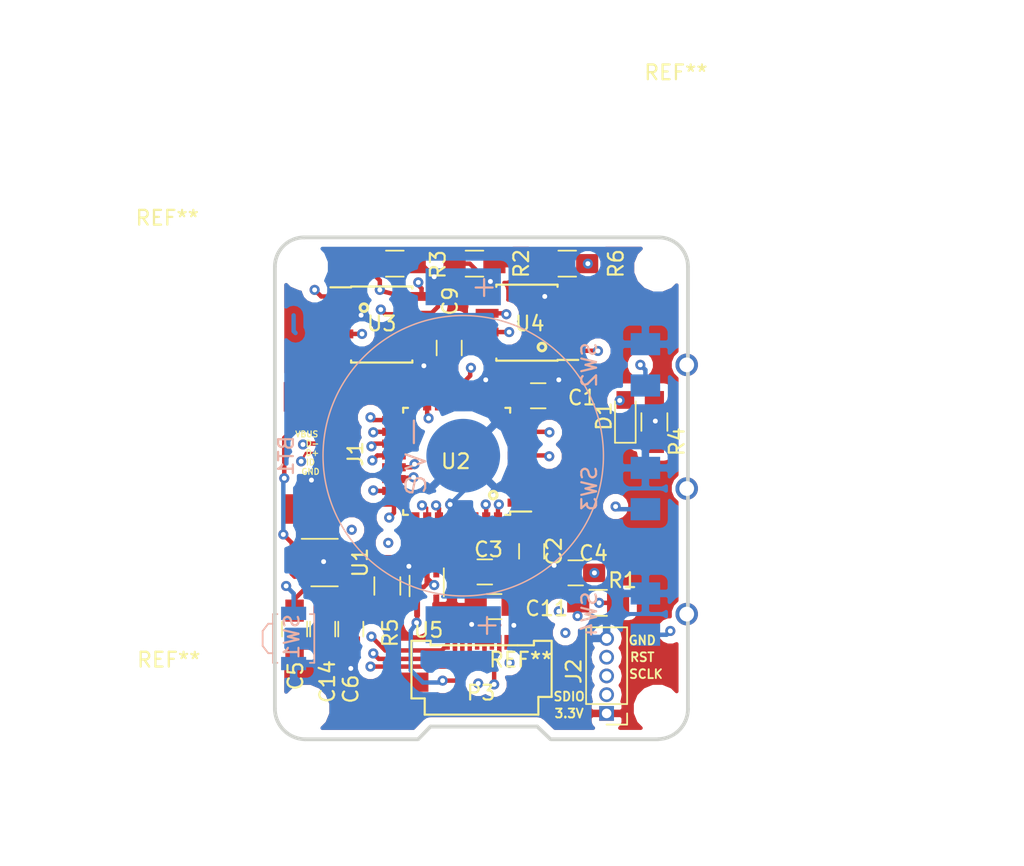
<source format=kicad_pcb>
(kicad_pcb (version 4) (host pcbnew 4.0.5)

  (general
    (links 80)
    (no_connects 0)
    (area 82.8926 42.3796 152.154639 97.2934)
    (thickness 1.6002)
    (drawings 20)
    (tracks 418)
    (zones 0)
    (modules 33)
    (nets 43)
  )

  (page A4)
  (layers
    (0 F.Cu signal)
    (1 In1.Cu signal)
    (2 In2.Cu signal)
    (31 B.Cu signal)
    (34 B.Paste user)
    (35 F.Paste user)
    (36 B.SilkS user)
    (37 F.SilkS user)
    (38 B.Mask user)
    (39 F.Mask user)
    (44 Edge.Cuts user)
    (49 F.Fab user)
  )

  (setup
    (last_trace_width 0.3)
    (user_trace_width 0.1524)
    (user_trace_width 0.2)
    (user_trace_width 0.3)
    (user_trace_width 0.4)
    (trace_clearance 0.1524)
    (zone_clearance 0.508)
    (zone_45_only no)
    (trace_min 0.1524)
    (segment_width 0.2)
    (edge_width 0.254)
    (via_size 0.6858)
    (via_drill 0.3302)
    (via_min_size 0.6858)
    (via_min_drill 0.3302)
    (uvia_size 0.762)
    (uvia_drill 0.508)
    (uvias_allowed no)
    (uvia_min_size 0.508)
    (uvia_min_drill 0.127)
    (pcb_text_width 0.3)
    (pcb_text_size 1.5 1.5)
    (mod_edge_width 0.15)
    (mod_text_size 1 1)
    (mod_text_width 0.15)
    (pad_size 2.2 2.2)
    (pad_drill 2.2)
    (pad_to_mask_clearance 0)
    (aux_axis_origin 0 0)
    (visible_elements 7FFFFFBF)
    (pcbplotparams
      (layerselection 0x010f0_80000007)
      (usegerberextensions true)
      (excludeedgelayer true)
      (linewidth 0.100000)
      (plotframeref false)
      (viasonmask false)
      (mode 1)
      (useauxorigin false)
      (hpglpennumber 1)
      (hpglpenspeed 20)
      (hpglpendiameter 15)
      (hpglpenoverlay 2)
      (psnegative false)
      (psa4output false)
      (plotreference true)
      (plotvalue true)
      (plotinvisibletext false)
      (padsonsilk false)
      (subtractmaskfromsilk false)
      (outputformat 1)
      (mirror false)
      (drillshape 0)
      (scaleselection 1)
      (outputdirectory ""))
  )

  (net 0 "")
  (net 1 "(+3.3)")
  (net 2 "(GND)")
  (net 3 "Net-(C3-Pad1)")
  (net 4 RESET)
  (net 5 "Net-(C5-Pad2)")
  (net 6 VCC)
  (net 7 USB_D+)
  (net 8 USB_D-)
  (net 9 "Net-(J1-Pad4)")
  (net 10 SWDIO)
  (net 11 SWDCLK)
  (net 12 VCOM)
  (net 13 SPI_CS)
  (net 14 SPI_SI)
  (net 15 SPI_CLK)
  (net 16 EXTMODE)
  (net 17 "Net-(R1-Pad1)")
  (net 18 SDA)
  (net 19 SCL)
  (net 20 "Net-(R5-Pad2)")
  (net 21 BUT_UP)
  (net 22 BUT_MID)
  (net 23 BUT_DWN)
  (net 24 "Net-(U2-Pad3)")
  (net 25 "Net-(U2-Pad4)")
  (net 26 "Net-(U2-Pad6)")
  (net 27 "Net-(U2-Pad8)")
  (net 28 "Net-(U2-Pad11)")
  (net 29 "Net-(U2-Pad13)")
  (net 30 INTC)
  (net 31 "Net-(U3-Pad4)")
  (net 32 "Net-(U4-Pad2)")
  (net 33 "Net-(U4-Pad3)")
  (net 34 "Net-(U5-Pad1)")
  (net 35 "Net-(U2-Pad25)")
  (net 36 LED)
  (net 37 "Net-(D1-Pad1)")
  (net 38 "Net-(U2-Pad16)")
  (net 39 "Net-(U2-Pad1)")
  (net 40 "Net-(U2-Pad2)")
  (net 41 "Net-(U2-Pad14)")
  (net 42 32KHz)

  (net_class Default "This is the default net class."
    (clearance 0.1524)
    (trace_width 0.1524)
    (via_dia 0.6858)
    (via_drill 0.3302)
    (uvia_dia 0.762)
    (uvia_drill 0.508)
    (add_net "(+3.3)")
    (add_net "(GND)")
    (add_net 32KHz)
    (add_net BUT_DWN)
    (add_net BUT_MID)
    (add_net BUT_UP)
    (add_net EXTMODE)
    (add_net INTC)
    (add_net LED)
    (add_net "Net-(C3-Pad1)")
    (add_net "Net-(C5-Pad2)")
    (add_net "Net-(D1-Pad1)")
    (add_net "Net-(J1-Pad4)")
    (add_net "Net-(R1-Pad1)")
    (add_net "Net-(R5-Pad2)")
    (add_net "Net-(U2-Pad1)")
    (add_net "Net-(U2-Pad11)")
    (add_net "Net-(U2-Pad13)")
    (add_net "Net-(U2-Pad14)")
    (add_net "Net-(U2-Pad16)")
    (add_net "Net-(U2-Pad2)")
    (add_net "Net-(U2-Pad25)")
    (add_net "Net-(U2-Pad3)")
    (add_net "Net-(U2-Pad4)")
    (add_net "Net-(U2-Pad6)")
    (add_net "Net-(U2-Pad8)")
    (add_net "Net-(U3-Pad4)")
    (add_net "Net-(U4-Pad2)")
    (add_net "Net-(U4-Pad3)")
    (add_net "Net-(U5-Pad1)")
    (add_net RESET)
    (add_net SCL)
    (add_net SDA)
    (add_net SPI_CLK)
    (add_net SPI_CS)
    (add_net SPI_SI)
    (add_net SWDCLK)
    (add_net SWDIO)
    (add_net USB_D+)
    (add_net USB_D-)
    (add_net VCC)
    (add_net VCOM)
  )

  (module my-fp-library:MOLEX_0.5MM_505278 (layer F.Cu) (tedit 590667AC) (tstamp 5904E295)
    (at 115.3 82.423)
    (path /58B48629)
    (fp_text reference P3 (at 0.016 2.921) (layer F.SilkS)
      (effects (font (size 1 1) (thickness 0.15)))
    )
    (fp_text value CONN_01X10 (at 18.161 13.589) (layer F.Fab)
      (effects (font (size 1 1) (thickness 0.15)))
    )
    (fp_line (start 2.5 -0.3) (end 3.6 -0.3) (layer F.SilkS) (width 0.15))
    (fp_line (start 3.6 -0.3) (end 3.6 -0.6) (layer F.SilkS) (width 0.15))
    (fp_line (start 3.6 -0.6) (end 4.8 -0.6) (layer F.SilkS) (width 0.15))
    (fp_line (start 4.8 -0.6) (end 4.8 3.2) (layer F.SilkS) (width 0.15))
    (fp_line (start 4.8 3.2) (end 3.9 3.2) (layer F.SilkS) (width 0.15))
    (fp_line (start 3.9 3.2) (end 3.9 4.4) (layer F.SilkS) (width 0.15))
    (fp_line (start 3.9 4.4) (end -3.8 4.4) (layer F.SilkS) (width 0.15))
    (fp_line (start -3.8 4.4) (end -3.8 3.3) (layer F.SilkS) (width 0.15))
    (fp_line (start -3.8 3.3) (end -4.7 3.3) (layer F.SilkS) (width 0.15))
    (fp_line (start -4.7 3.3) (end -4.7 -0.6) (layer F.SilkS) (width 0.15))
    (fp_line (start -4.7 -0.6) (end -3.4 -0.6) (layer F.SilkS) (width 0.15))
    (fp_line (start -3.4 -0.6) (end -3.4 -0.3) (layer F.SilkS) (width 0.15))
    (fp_line (start -3.4 -0.3) (end 2.5 -0.3) (layer F.SilkS) (width 0.15))
    (pad 5 smd rect (at -0.25 -0.5) (size 0.3 1) (layers F.Cu F.Paste F.Mask)
      (net 1 "(+3.3)"))
    (pad 4 smd rect (at -0.75 -0.5) (size 0.3 1) (layers F.Cu F.Paste F.Mask)
      (net 12 VCOM))
    (pad 3 smd rect (at -1.25 -0.5) (size 0.3 1) (layers F.Cu F.Paste F.Mask)
      (net 13 SPI_CS))
    (pad 2 smd rect (at -1.75 -0.5) (size 0.3 1) (layers F.Cu F.Paste F.Mask)
      (net 14 SPI_SI))
    (pad 1 smd rect (at -2.25 -0.5) (size 0.3 1) (layers F.Cu F.Paste F.Mask)
      (net 15 SPI_CLK))
    (pad 6 smd rect (at 0.25 -0.5) (size 0.3 1) (layers F.Cu F.Paste F.Mask)
      (net 1 "(+3.3)"))
    (pad 7 smd rect (at 0.75 -0.5) (size 0.3 1) (layers F.Cu F.Paste F.Mask)
      (net 1 "(+3.3)"))
    (pad 8 smd rect (at 1.25 -0.5) (size 0.3 1) (layers F.Cu F.Paste F.Mask)
      (net 16 EXTMODE))
    (pad 9 smd rect (at 1.75 -0.5) (size 0.3 1) (layers F.Cu F.Paste F.Mask)
      (net 2 "(GND)"))
    (pad 10 smd rect (at 2.25 -0.5) (size 0.3 1) (layers F.Cu F.Paste F.Mask)
      (net 2 "(GND)"))
    (pad 11 smd rect (at -4.55 2.2) (size 2 1.3) (layers F.Cu F.Paste F.Mask))
    (pad 12 smd rect (at 4.55 2.2) (size 2 1.3) (layers F.Cu F.Paste F.Mask))
  )

  (module Capacitors_SMD:C_0805_HandSoldering (layer F.Cu) (tedit 590D2A05) (tstamp 5904E235)
    (at 119.1895 65.2145)
    (descr "Capacitor SMD 0805, hand soldering")
    (tags "capacitor 0805")
    (path /58B39180)
    (attr smd)
    (fp_text reference C1 (at 2.9845 0.127) (layer F.SilkS)
      (effects (font (size 1 1) (thickness 0.15)))
    )
    (fp_text value 0.1uF (at 2.794 -19.304) (layer F.Fab)
      (effects (font (size 1 1) (thickness 0.15)))
    )
    (fp_text user %R (at 26.3525 -16.3195) (layer F.Fab)
      (effects (font (size 1 1) (thickness 0.15)))
    )
    (fp_line (start -1 0.62) (end -1 -0.62) (layer F.Fab) (width 0.1))
    (fp_line (start 1 0.62) (end -1 0.62) (layer F.Fab) (width 0.1))
    (fp_line (start 1 -0.62) (end 1 0.62) (layer F.Fab) (width 0.1))
    (fp_line (start -1 -0.62) (end 1 -0.62) (layer F.Fab) (width 0.1))
    (fp_line (start 0.5 -0.85) (end -0.5 -0.85) (layer F.SilkS) (width 0.12))
    (fp_line (start -0.5 0.85) (end 0.5 0.85) (layer F.SilkS) (width 0.12))
    (fp_line (start -2.25 -0.88) (end 2.25 -0.88) (layer F.CrtYd) (width 0.05))
    (fp_line (start -2.25 -0.88) (end -2.25 0.87) (layer F.CrtYd) (width 0.05))
    (fp_line (start 2.25 0.87) (end 2.25 -0.88) (layer F.CrtYd) (width 0.05))
    (fp_line (start 2.25 0.87) (end -2.25 0.87) (layer F.CrtYd) (width 0.05))
    (pad 1 smd rect (at -1.25 0) (size 1.5 1.25) (layers F.Cu F.Paste F.Mask)
      (net 1 "(+3.3)"))
    (pad 2 smd rect (at 1.25 0) (size 1.5 1.25) (layers F.Cu F.Paste F.Mask)
      (net 2 "(GND)"))
    (model Capacitors_SMD.3dshapes/C_0805.wrl
      (at (xyz 0 0 0))
      (scale (xyz 1 1 1))
      (rotate (xyz 0 0 0))
    )
  )

  (module Capacitors_SMD:C_0805_HandSoldering (layer F.Cu) (tedit 590E0E40) (tstamp 5904E23B)
    (at 118.745 75.7555 270)
    (descr "Capacitor SMD 0805, hand soldering")
    (tags "capacitor 0805")
    (path /58B38B3A)
    (attr smd)
    (fp_text reference C2 (at 0 -1.524 270) (layer F.SilkS)
      (effects (font (size 1 1) (thickness 0.15)))
    )
    (fp_text value 0.1uF (at 7.62 -19.2405 270) (layer F.Fab)
      (effects (font (size 1 1) (thickness 0.15)))
    )
    (fp_text user %R (at 7.3025 -24.5745 270) (layer F.Fab)
      (effects (font (size 1 1) (thickness 0.15)))
    )
    (fp_line (start -1 0.62) (end -1 -0.62) (layer F.Fab) (width 0.1))
    (fp_line (start 1 0.62) (end -1 0.62) (layer F.Fab) (width 0.1))
    (fp_line (start 1 -0.62) (end 1 0.62) (layer F.Fab) (width 0.1))
    (fp_line (start -1 -0.62) (end 1 -0.62) (layer F.Fab) (width 0.1))
    (fp_line (start 0.5 -0.85) (end -0.5 -0.85) (layer F.SilkS) (width 0.12))
    (fp_line (start -0.5 0.85) (end 0.5 0.85) (layer F.SilkS) (width 0.12))
    (fp_line (start -2.25 -0.88) (end 2.25 -0.88) (layer F.CrtYd) (width 0.05))
    (fp_line (start -2.25 -0.88) (end -2.25 0.87) (layer F.CrtYd) (width 0.05))
    (fp_line (start 2.25 0.87) (end 2.25 -0.88) (layer F.CrtYd) (width 0.05))
    (fp_line (start 2.25 0.87) (end -2.25 0.87) (layer F.CrtYd) (width 0.05))
    (pad 1 smd rect (at -1.25 0 270) (size 1.5 1.25) (layers F.Cu F.Paste F.Mask)
      (net 1 "(+3.3)"))
    (pad 2 smd rect (at 1.25 0 270) (size 1.5 1.25) (layers F.Cu F.Paste F.Mask)
      (net 2 "(GND)"))
    (model Capacitors_SMD.3dshapes/C_0805.wrl
      (at (xyz 0 0 0))
      (scale (xyz 1 1 1))
      (rotate (xyz 0 0 0))
    )
  )

  (module Capacitors_SMD:C_0805_HandSoldering (layer F.Cu) (tedit 590F84EB) (tstamp 5904E241)
    (at 115.57 77.1525)
    (descr "Capacitor SMD 0805, hand soldering")
    (tags "capacitor 0805")
    (path /58B38E2A)
    (attr smd)
    (fp_text reference C3 (at 0.254 -1.524) (layer F.SilkS)
      (effects (font (size 1 1) (thickness 0.15)))
    )
    (fp_text value 0.1uF (at 29.1465 2.0955) (layer F.Fab)
      (effects (font (size 1 1) (thickness 0.15)))
    )
    (fp_text user %R (at 25.5905 -7.1755) (layer F.Fab)
      (effects (font (size 1 1) (thickness 0.15)))
    )
    (fp_line (start -1 0.62) (end -1 -0.62) (layer F.Fab) (width 0.1))
    (fp_line (start 1 0.62) (end -1 0.62) (layer F.Fab) (width 0.1))
    (fp_line (start 1 -0.62) (end 1 0.62) (layer F.Fab) (width 0.1))
    (fp_line (start -1 -0.62) (end 1 -0.62) (layer F.Fab) (width 0.1))
    (fp_line (start 0.5 -0.85) (end -0.5 -0.85) (layer F.SilkS) (width 0.12))
    (fp_line (start -0.5 0.85) (end 0.5 0.85) (layer F.SilkS) (width 0.12))
    (fp_line (start -2.25 -0.88) (end 2.25 -0.88) (layer F.CrtYd) (width 0.05))
    (fp_line (start -2.25 -0.88) (end -2.25 0.87) (layer F.CrtYd) (width 0.05))
    (fp_line (start 2.25 0.87) (end 2.25 -0.88) (layer F.CrtYd) (width 0.05))
    (fp_line (start 2.25 0.87) (end -2.25 0.87) (layer F.CrtYd) (width 0.05))
    (pad 1 smd rect (at -1.25 0) (size 1.5 1.25) (layers F.Cu F.Paste F.Mask)
      (net 3 "Net-(C3-Pad1)"))
    (pad 2 smd rect (at 1.25 0) (size 1.5 1.25) (layers F.Cu F.Paste F.Mask)
      (net 2 "(GND)"))
    (model Capacitors_SMD.3dshapes/C_0805.wrl
      (at (xyz 0 0 0))
      (scale (xyz 1 1 1))
      (rotate (xyz 0 0 0))
    )
  )

  (module Capacitors_SMD:C_0805_HandSoldering (layer F.Cu) (tedit 591255FA) (tstamp 5904E247)
    (at 121.7295 77.216 180)
    (descr "Capacitor SMD 0805, hand soldering")
    (tags "capacitor 0805")
    (path /58E704CE)
    (attr smd)
    (fp_text reference C4 (at -1.2065 1.3335 180) (layer F.SilkS)
      (effects (font (size 1 1) (thickness 0.15)))
    )
    (fp_text value 0.1uF (at -26.289 22.5425 180) (layer F.Fab)
      (effects (font (size 1 1) (thickness 0.15)))
    )
    (fp_text user %R (at -21.3995 23.495 180) (layer F.Fab)
      (effects (font (size 1 1) (thickness 0.15)))
    )
    (fp_line (start -1 0.62) (end -1 -0.62) (layer F.Fab) (width 0.1))
    (fp_line (start 1 0.62) (end -1 0.62) (layer F.Fab) (width 0.1))
    (fp_line (start 1 -0.62) (end 1 0.62) (layer F.Fab) (width 0.1))
    (fp_line (start -1 -0.62) (end 1 -0.62) (layer F.Fab) (width 0.1))
    (fp_line (start 0.5 -0.85) (end -0.5 -0.85) (layer F.SilkS) (width 0.12))
    (fp_line (start -0.5 0.85) (end 0.5 0.85) (layer F.SilkS) (width 0.12))
    (fp_line (start -2.25 -0.88) (end 2.25 -0.88) (layer F.CrtYd) (width 0.05))
    (fp_line (start -2.25 -0.88) (end -2.25 0.87) (layer F.CrtYd) (width 0.05))
    (fp_line (start 2.25 0.87) (end 2.25 -0.88) (layer F.CrtYd) (width 0.05))
    (fp_line (start 2.25 0.87) (end -2.25 0.87) (layer F.CrtYd) (width 0.05))
    (pad 1 smd rect (at -1.25 0 180) (size 1.5 1.25) (layers F.Cu F.Paste F.Mask)
      (net 4 RESET))
    (pad 2 smd rect (at 1.25 0 180) (size 1.5 1.25) (layers F.Cu F.Paste F.Mask)
      (net 2 "(GND)"))
    (model Capacitors_SMD.3dshapes/C_0805.wrl
      (at (xyz 0 0 0))
      (scale (xyz 1 1 1))
      (rotate (xyz 0 0 0))
    )
  )

  (module Capacitors_SMD:C_0805_HandSoldering (layer F.Cu) (tedit 5906586C) (tstamp 5904E24D)
    (at 102.6795 81.026 90)
    (descr "Capacitor SMD 0805, hand soldering")
    (tags "capacitor 0805")
    (path /58B45103)
    (attr smd)
    (fp_text reference C5 (at -3.175 0.0635 90) (layer F.SilkS)
      (effects (font (size 1 1) (thickness 0.15)))
    )
    (fp_text value 470pF (at 6.604 -12.954 90) (layer F.Fab)
      (effects (font (size 1 1) (thickness 0.15)))
    )
    (fp_text user %R (at 1.7145 -14.986 90) (layer F.Fab)
      (effects (font (size 1 1) (thickness 0.15)))
    )
    (fp_line (start -1 0.62) (end -1 -0.62) (layer F.Fab) (width 0.1))
    (fp_line (start 1 0.62) (end -1 0.62) (layer F.Fab) (width 0.1))
    (fp_line (start 1 -0.62) (end 1 0.62) (layer F.Fab) (width 0.1))
    (fp_line (start -1 -0.62) (end 1 -0.62) (layer F.Fab) (width 0.1))
    (fp_line (start 0.5 -0.85) (end -0.5 -0.85) (layer F.SilkS) (width 0.12))
    (fp_line (start -0.5 0.85) (end 0.5 0.85) (layer F.SilkS) (width 0.12))
    (fp_line (start -2.25 -0.88) (end 2.25 -0.88) (layer F.CrtYd) (width 0.05))
    (fp_line (start -2.25 -0.88) (end -2.25 0.87) (layer F.CrtYd) (width 0.05))
    (fp_line (start 2.25 0.87) (end 2.25 -0.88) (layer F.CrtYd) (width 0.05))
    (fp_line (start 2.25 0.87) (end -2.25 0.87) (layer F.CrtYd) (width 0.05))
    (pad 1 smd rect (at -1.25 0 90) (size 1.5 1.25) (layers F.Cu F.Paste F.Mask)
      (net 2 "(GND)"))
    (pad 2 smd rect (at 1.25 0 90) (size 1.5 1.25) (layers F.Cu F.Paste F.Mask)
      (net 5 "Net-(C5-Pad2)"))
    (model Capacitors_SMD.3dshapes/C_0805.wrl
      (at (xyz 0 0 0))
      (scale (xyz 1 1 1))
      (rotate (xyz 0 0 0))
    )
  )

  (module Capacitors_SMD:C_0805_HandSoldering (layer F.Cu) (tedit 590FC089) (tstamp 5904E253)
    (at 106.4895 81.026 270)
    (descr "Capacitor SMD 0805, hand soldering")
    (tags "capacitor 0805")
    (path /58B45194)
    (attr smd)
    (fp_text reference C6 (at 4.064 0 270) (layer F.SilkS)
      (effects (font (size 1 1) (thickness 0.15)))
    )
    (fp_text value 4.7uF (at -2.921 -29.972 270) (layer F.Fab)
      (effects (font (size 1 1) (thickness 0.15)))
    )
    (fp_text user %R (at 6.858 -35.433 270) (layer F.Fab)
      (effects (font (size 1 1) (thickness 0.15)))
    )
    (fp_line (start -1 0.62) (end -1 -0.62) (layer F.Fab) (width 0.1))
    (fp_line (start 1 0.62) (end -1 0.62) (layer F.Fab) (width 0.1))
    (fp_line (start 1 -0.62) (end 1 0.62) (layer F.Fab) (width 0.1))
    (fp_line (start -1 -0.62) (end 1 -0.62) (layer F.Fab) (width 0.1))
    (fp_line (start 0.5 -0.85) (end -0.5 -0.85) (layer F.SilkS) (width 0.12))
    (fp_line (start -0.5 0.85) (end 0.5 0.85) (layer F.SilkS) (width 0.12))
    (fp_line (start -2.25 -0.88) (end 2.25 -0.88) (layer F.CrtYd) (width 0.05))
    (fp_line (start -2.25 -0.88) (end -2.25 0.87) (layer F.CrtYd) (width 0.05))
    (fp_line (start 2.25 0.87) (end 2.25 -0.88) (layer F.CrtYd) (width 0.05))
    (fp_line (start 2.25 0.87) (end -2.25 0.87) (layer F.CrtYd) (width 0.05))
    (pad 1 smd rect (at -1.25 0 270) (size 1.5 1.25) (layers F.Cu F.Paste F.Mask)
      (net 1 "(+3.3)"))
    (pad 2 smd rect (at 1.25 0 270) (size 1.5 1.25) (layers F.Cu F.Paste F.Mask)
      (net 2 "(GND)"))
    (model Capacitors_SMD.3dshapes/C_0805.wrl
      (at (xyz 0 0 0))
      (scale (xyz 1 1 1))
      (rotate (xyz 0 0 0))
    )
  )

  (module Capacitors_SMD:C_0805_HandSoldering (layer F.Cu) (tedit 590D28BE) (tstamp 5904E265)
    (at 113.157 61.976 90)
    (descr "Capacitor SMD 0805, hand soldering")
    (tags "capacitor 0805")
    (path /58E700BA)
    (attr smd)
    (fp_text reference C9 (at 3.175 0.0635 270) (layer F.SilkS)
      (effects (font (size 1 1) (thickness 0.15)))
    )
    (fp_text value 0.1uF (at -7.0485 -19.431 90) (layer F.Fab)
      (effects (font (size 1 1) (thickness 0.15)))
    )
    (fp_text user %R (at -9.2075 25.8445 90) (layer F.Fab)
      (effects (font (size 1 1) (thickness 0.15)))
    )
    (fp_line (start -1 0.62) (end -1 -0.62) (layer F.Fab) (width 0.1))
    (fp_line (start 1 0.62) (end -1 0.62) (layer F.Fab) (width 0.1))
    (fp_line (start 1 -0.62) (end 1 0.62) (layer F.Fab) (width 0.1))
    (fp_line (start -1 -0.62) (end 1 -0.62) (layer F.Fab) (width 0.1))
    (fp_line (start 0.5 -0.85) (end -0.5 -0.85) (layer F.SilkS) (width 0.12))
    (fp_line (start -0.5 0.85) (end 0.5 0.85) (layer F.SilkS) (width 0.12))
    (fp_line (start -2.25 -0.88) (end 2.25 -0.88) (layer F.CrtYd) (width 0.05))
    (fp_line (start -2.25 -0.88) (end -2.25 0.87) (layer F.CrtYd) (width 0.05))
    (fp_line (start 2.25 0.87) (end 2.25 -0.88) (layer F.CrtYd) (width 0.05))
    (fp_line (start 2.25 0.87) (end -2.25 0.87) (layer F.CrtYd) (width 0.05))
    (pad 1 smd rect (at -1.25 0 90) (size 1.5 1.25) (layers F.Cu F.Paste F.Mask)
      (net 2 "(GND)"))
    (pad 2 smd rect (at 1.25 0 90) (size 1.5 1.25) (layers F.Cu F.Paste F.Mask)
      (net 1 "(+3.3)"))
    (model Capacitors_SMD.3dshapes/C_0805.wrl
      (at (xyz 0 0 0))
      (scale (xyz 1 1 1))
      (rotate (xyz 0 0 0))
    )
  )

  (module Capacitors_SMD:C_0805_HandSoldering (layer F.Cu) (tedit 590F84DE) (tstamp 5904E26B)
    (at 116.205 79.502)
    (descr "Capacitor SMD 0805, hand soldering")
    (tags "capacitor 0805")
    (path /58B4E5B2)
    (attr smd)
    (fp_text reference C11 (at 3.556 0.127) (layer F.SilkS)
      (effects (font (size 1 1) (thickness 0.15)))
    )
    (fp_text value 0.1uF (at -0.6985 16.764) (layer F.Fab)
      (effects (font (size 1 1) (thickness 0.15)))
    )
    (fp_text user %R (at -5.08 16.764) (layer F.Fab)
      (effects (font (size 1 1) (thickness 0.15)))
    )
    (fp_line (start -1 0.62) (end -1 -0.62) (layer F.Fab) (width 0.1))
    (fp_line (start 1 0.62) (end -1 0.62) (layer F.Fab) (width 0.1))
    (fp_line (start 1 -0.62) (end 1 0.62) (layer F.Fab) (width 0.1))
    (fp_line (start -1 -0.62) (end 1 -0.62) (layer F.Fab) (width 0.1))
    (fp_line (start 0.5 -0.85) (end -0.5 -0.85) (layer F.SilkS) (width 0.12))
    (fp_line (start -0.5 0.85) (end 0.5 0.85) (layer F.SilkS) (width 0.12))
    (fp_line (start -2.25 -0.88) (end 2.25 -0.88) (layer F.CrtYd) (width 0.05))
    (fp_line (start -2.25 -0.88) (end -2.25 0.87) (layer F.CrtYd) (width 0.05))
    (fp_line (start 2.25 0.87) (end 2.25 -0.88) (layer F.CrtYd) (width 0.05))
    (fp_line (start 2.25 0.87) (end -2.25 0.87) (layer F.CrtYd) (width 0.05))
    (pad 1 smd rect (at -1.25 0) (size 1.5 1.25) (layers F.Cu F.Paste F.Mask)
      (net 1 "(+3.3)"))
    (pad 2 smd rect (at 1.25 0) (size 1.5 1.25) (layers F.Cu F.Paste F.Mask)
      (net 2 "(GND)"))
    (model Capacitors_SMD.3dshapes/C_0805.wrl
      (at (xyz 0 0 0))
      (scale (xyz 1 1 1))
      (rotate (xyz 0 0 0))
    )
  )

  (module Capacitors_SMD:C_0805_HandSoldering (layer F.Cu) (tedit 590FC091) (tstamp 5904E271)
    (at 104.5845 81.026 270)
    (descr "Capacitor SMD 0805, hand soldering")
    (tags "capacitor 0805")
    (path /5901D88F)
    (attr smd)
    (fp_text reference C14 (at 3.556 -0.3175 270) (layer F.SilkS)
      (effects (font (size 1 1) (thickness 0.15)))
    )
    (fp_text value 0.1uF (at -2.921 -33.655 270) (layer F.Fab)
      (effects (font (size 1 1) (thickness 0.15)))
    )
    (fp_text user %R (at 10.16 -35.052 270) (layer F.Fab)
      (effects (font (size 1 1) (thickness 0.15)))
    )
    (fp_line (start -1 0.62) (end -1 -0.62) (layer F.Fab) (width 0.1))
    (fp_line (start 1 0.62) (end -1 0.62) (layer F.Fab) (width 0.1))
    (fp_line (start 1 -0.62) (end 1 0.62) (layer F.Fab) (width 0.1))
    (fp_line (start -1 -0.62) (end 1 -0.62) (layer F.Fab) (width 0.1))
    (fp_line (start 0.5 -0.85) (end -0.5 -0.85) (layer F.SilkS) (width 0.12))
    (fp_line (start -0.5 0.85) (end 0.5 0.85) (layer F.SilkS) (width 0.12))
    (fp_line (start -2.25 -0.88) (end 2.25 -0.88) (layer F.CrtYd) (width 0.05))
    (fp_line (start -2.25 -0.88) (end -2.25 0.87) (layer F.CrtYd) (width 0.05))
    (fp_line (start 2.25 0.87) (end 2.25 -0.88) (layer F.CrtYd) (width 0.05))
    (fp_line (start 2.25 0.87) (end -2.25 0.87) (layer F.CrtYd) (width 0.05))
    (pad 1 smd rect (at -1.25 0 270) (size 1.5 1.25) (layers F.Cu F.Paste F.Mask)
      (net 1 "(+3.3)"))
    (pad 2 smd rect (at 1.25 0 270) (size 1.5 1.25) (layers F.Cu F.Paste F.Mask)
      (net 2 "(GND)"))
    (model Capacitors_SMD.3dshapes/C_0805.wrl
      (at (xyz 0 0 0))
      (scale (xyz 1 1 1))
      (rotate (xyz 0 0 0))
    )
  )

  (module Connectors:USB-MICROB_LARGEPAD (layer F.Cu) (tedit 59065999) (tstamp 5904E27C)
    (at 104.648 69.088 270)
    (tags USB)
    (path /58F5A24A)
    (fp_text reference J1 (at 0.0635 -2.159 270) (layer F.SilkS)
      (effects (font (size 1 1) (thickness 0.15)))
    )
    (fp_text value USB_OTG (at 13.208 -36.576 270) (layer F.Fab)
      (effects (font (size 1 1) (thickness 0.15)))
    )
    (fp_text user GND (at 1.27 0.889 360) (layer F.SilkS)
      (effects (font (size 0.4 0.4) (thickness 0.08)))
    )
    (fp_text user ID (at 0.635 0.889 360) (layer F.SilkS)
      (effects (font (size 0.4 0.4) (thickness 0.08)))
    )
    (fp_text user D+ (at 0 0.762 360) (layer F.SilkS)
      (effects (font (size 0.4 0.4) (thickness 0.08)))
    )
    (fp_text user D- (at -0.635 0.762 360) (layer F.SilkS)
      (effects (font (size 0.4 0.4) (thickness 0.08)))
    )
    (fp_text user VBUS (at -1.27 1.143 360) (layer F.SilkS)
      (effects (font (size 0.4 0.4) (thickness 0.08)))
    )
    (fp_line (start 3.429 3.175) (end 3.81 3.81) (layer F.Fab) (width 0.1))
    (fp_line (start -3.429 3.175) (end -3.81 3.81) (layer F.Fab) (width 0.1))
    (fp_line (start -3.429 3.175) (end -3.429 3.683) (layer F.Fab) (width 0.1))
    (fp_line (start -3.429 3.683) (end 3.429 3.683) (layer F.Fab) (width 0.1))
    (fp_line (start 3.429 3.683) (end 3.429 3.175) (layer F.Fab) (width 0.1))
    (fp_line (start -3.81 -1.27) (end -3.81 3.175) (layer F.Fab) (width 0.1))
    (fp_line (start -3.81 3.175) (end 3.81 3.175) (layer F.Fab) (width 0.1))
    (fp_line (start 3.81 3.175) (end 3.81 -1.27) (layer F.Fab) (width 0.1))
    (fp_line (start -3.81 -1.27) (end -2.54 -1.27) (layer F.Fab) (width 0.1))
    (fp_line (start -2.54 -1.27) (end -2.54 0) (layer F.Fab) (width 0.1))
    (fp_line (start -2.54 0) (end 2.54 0) (layer F.Fab) (width 0.1))
    (fp_line (start 2.54 0) (end 2.54 -1.27) (layer F.Fab) (width 0.1))
    (fp_line (start 2.54 -1.27) (end 3.81 -1.27) (layer F.Fab) (width 0.1))
    (pad 7 smd rect (at -3.8 0.9 270) (size 2 3.6) (layers F.Cu F.Paste F.Mask))
    (pad 6 smd rect (at 3.8 0.9 270) (size 2 3.6) (layers F.Cu F.Paste F.Mask)
      (net 2 "(GND)"))
    (pad 1 smd rect (at -1.27 -0.635 270) (size 0.4 1.38) (layers F.Cu F.Paste F.Mask)
      (net 6 VCC))
    (pad 3 smd rect (at 0 -0.635 270) (size 0.4 1.38) (layers F.Cu F.Paste F.Mask)
      (net 7 USB_D+))
    (pad 5 smd rect (at 1.27 -0.635 270) (size 0.4 1.38) (layers F.Cu F.Paste F.Mask)
      (net 2 "(GND)"))
    (pad 2 smd rect (at -0.635 -0.635 270) (size 0.4 1.38) (layers F.Cu F.Paste F.Mask)
      (net 8 USB_D-))
    (pad 4 smd rect (at 0.635 -0.635 270) (size 0.4 1.38) (layers F.Cu F.Paste F.Mask)
      (net 9 "Net-(J1-Pad4)"))
  )

  (module Pin_Headers:Pin_Header_Straight_1x05_Pitch1.27mm (layer F.Cu) (tedit 590659BF) (tstamp 5904E285)
    (at 123.825 86.741 180)
    (descr "Through hole straight pin header, 1x05, 1.27mm pitch, single row")
    (tags "Through hole pin header THT 1x05 1.27mm single row")
    (path /58FD226D)
    (fp_text reference J2 (at 2.2225 2.8575 270) (layer F.SilkS)
      (effects (font (size 1 1) (thickness 0.15)))
    )
    (fp_text value CONN_01X05 (at -16.51 27.432 180) (layer F.Fab)
      (effects (font (size 1 1) (thickness 0.15)))
    )
    (fp_line (start -1.27 -0.635) (end -1.27 5.715) (layer F.Fab) (width 0.1))
    (fp_line (start -1.27 5.715) (end 1.27 5.715) (layer F.Fab) (width 0.1))
    (fp_line (start 1.27 5.715) (end 1.27 -0.635) (layer F.Fab) (width 0.1))
    (fp_line (start 1.27 -0.635) (end -1.27 -0.635) (layer F.Fab) (width 0.1))
    (fp_line (start -1.39 0.635) (end -1.39 5.835) (layer F.SilkS) (width 0.12))
    (fp_line (start -1.39 5.835) (end 1.39 5.835) (layer F.SilkS) (width 0.12))
    (fp_line (start 1.39 5.835) (end 1.39 0.635) (layer F.SilkS) (width 0.12))
    (fp_line (start 1.39 0.635) (end -1.39 0.635) (layer F.SilkS) (width 0.12))
    (fp_line (start -1.39 0) (end -1.39 -0.755) (layer F.SilkS) (width 0.12))
    (fp_line (start -1.39 -0.755) (end 0 -0.755) (layer F.SilkS) (width 0.12))
    (fp_line (start -1.6 -0.9) (end -1.6 6) (layer F.CrtYd) (width 0.05))
    (fp_line (start -1.6 6) (end 1.6 6) (layer F.CrtYd) (width 0.05))
    (fp_line (start 1.6 6) (end 1.6 -0.9) (layer F.CrtYd) (width 0.05))
    (fp_line (start 1.6 -0.9) (end -1.6 -0.9) (layer F.CrtYd) (width 0.05))
    (pad 1 thru_hole rect (at 0 0 180) (size 1 1) (drill 0.65) (layers *.Cu *.Mask)
      (net 1 "(+3.3)"))
    (pad 2 thru_hole oval (at 0 1.27 180) (size 1 1) (drill 0.65) (layers *.Cu *.Mask)
      (net 10 SWDIO))
    (pad 3 thru_hole oval (at 0 2.54 180) (size 1 1) (drill 0.65) (layers *.Cu *.Mask)
      (net 11 SWDCLK))
    (pad 4 thru_hole oval (at 0 3.81 180) (size 1 1) (drill 0.65) (layers *.Cu *.Mask)
      (net 4 RESET))
    (pad 5 thru_hole oval (at 0 5.08 180) (size 1 1) (drill 0.65) (layers *.Cu *.Mask)
      (net 2 "(GND)"))
    (model Pin_Headers.3dshapes/Pin_Header_Straight_1x05_Pitch1.27mm.wrl
      (at (xyz 0 0 0))
      (scale (xyz 1 1 1))
      (rotate (xyz 0 0 0))
    )
  )

  (module Resistors_SMD:R_0805_HandSoldering (layer F.Cu) (tedit 591252E6) (tstamp 5904E29B)
    (at 123.2535 79.248 180)
    (descr "Resistor SMD 0805, hand soldering")
    (tags "resistor 0805")
    (path /58E705BE)
    (attr smd)
    (fp_text reference R1 (at -1.651 1.524 180) (layer F.SilkS)
      (effects (font (size 1 1) (thickness 0.15)))
    )
    (fp_text value 249 (at 1.016 -15.5575 180) (layer F.Fab)
      (effects (font (size 1 1) (thickness 0.15)))
    )
    (fp_text user %R (at -4.1275 -13.1445 180) (layer F.Fab)
      (effects (font (size 1 1) (thickness 0.15)))
    )
    (fp_line (start -1 0.62) (end -1 -0.62) (layer F.Fab) (width 0.1))
    (fp_line (start 1 0.62) (end -1 0.62) (layer F.Fab) (width 0.1))
    (fp_line (start 1 -0.62) (end 1 0.62) (layer F.Fab) (width 0.1))
    (fp_line (start -1 -0.62) (end 1 -0.62) (layer F.Fab) (width 0.1))
    (fp_line (start 0.6 0.88) (end -0.6 0.88) (layer F.SilkS) (width 0.12))
    (fp_line (start -0.6 -0.88) (end 0.6 -0.88) (layer F.SilkS) (width 0.12))
    (fp_line (start -2.35 -0.9) (end 2.35 -0.9) (layer F.CrtYd) (width 0.05))
    (fp_line (start -2.35 -0.9) (end -2.35 0.9) (layer F.CrtYd) (width 0.05))
    (fp_line (start 2.35 0.9) (end 2.35 -0.9) (layer F.CrtYd) (width 0.05))
    (fp_line (start 2.35 0.9) (end -2.35 0.9) (layer F.CrtYd) (width 0.05))
    (pad 1 smd rect (at -1.35 0 180) (size 1.5 1.3) (layers F.Cu F.Paste F.Mask)
      (net 17 "Net-(R1-Pad1)"))
    (pad 2 smd rect (at 1.35 0 180) (size 1.5 1.3) (layers F.Cu F.Paste F.Mask)
      (net 4 RESET))
    (model Resistors_SMD.3dshapes/R_0805.wrl
      (at (xyz 0 0 0))
      (scale (xyz 1 1 1))
      (rotate (xyz 0 0 0))
    )
  )

  (module Resistors_SMD:R_0805_HandSoldering (layer F.Cu) (tedit 590D2A02) (tstamp 5904E2A1)
    (at 114.8715 56.261 180)
    (descr "Resistor SMD 0805, hand soldering")
    (tags "resistor 0805")
    (path /58E7CB37)
    (attr smd)
    (fp_text reference R2 (at -3.175 0 450) (layer F.SilkS)
      (effects (font (size 1 1) (thickness 0.15)))
    )
    (fp_text value 4.7K (at -25.781 8.636 180) (layer F.Fab)
      (effects (font (size 1 1) (thickness 0.15)))
    )
    (fp_text user %R (at -24.3205 2.413 180) (layer F.Fab)
      (effects (font (size 1 1) (thickness 0.15)))
    )
    (fp_line (start -1 0.62) (end -1 -0.62) (layer F.Fab) (width 0.1))
    (fp_line (start 1 0.62) (end -1 0.62) (layer F.Fab) (width 0.1))
    (fp_line (start 1 -0.62) (end 1 0.62) (layer F.Fab) (width 0.1))
    (fp_line (start -1 -0.62) (end 1 -0.62) (layer F.Fab) (width 0.1))
    (fp_line (start 0.6 0.88) (end -0.6 0.88) (layer F.SilkS) (width 0.12))
    (fp_line (start -0.6 -0.88) (end 0.6 -0.88) (layer F.SilkS) (width 0.12))
    (fp_line (start -2.35 -0.9) (end 2.35 -0.9) (layer F.CrtYd) (width 0.05))
    (fp_line (start -2.35 -0.9) (end -2.35 0.9) (layer F.CrtYd) (width 0.05))
    (fp_line (start 2.35 0.9) (end 2.35 -0.9) (layer F.CrtYd) (width 0.05))
    (fp_line (start 2.35 0.9) (end -2.35 0.9) (layer F.CrtYd) (width 0.05))
    (pad 1 smd rect (at -1.35 0 180) (size 1.5 1.3) (layers F.Cu F.Paste F.Mask)
      (net 1 "(+3.3)"))
    (pad 2 smd rect (at 1.35 0 180) (size 1.5 1.3) (layers F.Cu F.Paste F.Mask)
      (net 18 SDA))
    (model Resistors_SMD.3dshapes/R_0805.wrl
      (at (xyz 0 0 0))
      (scale (xyz 1 1 1))
      (rotate (xyz 0 0 0))
    )
  )

  (module Resistors_SMD:R_0805_HandSoldering (layer F.Cu) (tedit 590F87D6) (tstamp 5904E2A7)
    (at 109.474 56.261 180)
    (descr "Resistor SMD 0805, hand soldering")
    (tags "resistor 0805")
    (path /58E7CAB8)
    (attr smd)
    (fp_text reference R3 (at -2.921 -0.0635 450) (layer F.SilkS)
      (effects (font (size 1 1) (thickness 0.15)))
    )
    (fp_text value 4.7K (at -16.002 17.018 180) (layer F.Fab)
      (effects (font (size 1 1) (thickness 0.15)))
    )
    (fp_text user %R (at -15.494 4.2545 180) (layer F.Fab)
      (effects (font (size 1 1) (thickness 0.15)))
    )
    (fp_line (start -1 0.62) (end -1 -0.62) (layer F.Fab) (width 0.1))
    (fp_line (start 1 0.62) (end -1 0.62) (layer F.Fab) (width 0.1))
    (fp_line (start 1 -0.62) (end 1 0.62) (layer F.Fab) (width 0.1))
    (fp_line (start -1 -0.62) (end 1 -0.62) (layer F.Fab) (width 0.1))
    (fp_line (start 0.6 0.88) (end -0.6 0.88) (layer F.SilkS) (width 0.12))
    (fp_line (start -0.6 -0.88) (end 0.6 -0.88) (layer F.SilkS) (width 0.12))
    (fp_line (start -2.35 -0.9) (end 2.35 -0.9) (layer F.CrtYd) (width 0.05))
    (fp_line (start -2.35 -0.9) (end -2.35 0.9) (layer F.CrtYd) (width 0.05))
    (fp_line (start 2.35 0.9) (end 2.35 -0.9) (layer F.CrtYd) (width 0.05))
    (fp_line (start 2.35 0.9) (end -2.35 0.9) (layer F.CrtYd) (width 0.05))
    (pad 1 smd rect (at -1.35 0 180) (size 1.5 1.3) (layers F.Cu F.Paste F.Mask)
      (net 1 "(+3.3)"))
    (pad 2 smd rect (at 1.35 0 180) (size 1.5 1.3) (layers F.Cu F.Paste F.Mask)
      (net 19 SCL))
    (model Resistors_SMD.3dshapes/R_0805.wrl
      (at (xyz 0 0 0))
      (scale (xyz 1 1 1))
      (rotate (xyz 0 0 0))
    )
  )

  (module Resistors_SMD:R_0805_HandSoldering (layer F.Cu) (tedit 590FC0A5) (tstamp 5904E2AD)
    (at 108.966 78.105 90)
    (descr "Resistor SMD 0805, hand soldering")
    (tags "resistor 0805")
    (path /58BA5B73)
    (attr smd)
    (fp_text reference R5 (at -3.175 0.1905 90) (layer F.SilkS)
      (effects (font (size 1 1) (thickness 0.15)))
    )
    (fp_text value 1M (at 0 -25.146 90) (layer F.Fab)
      (effects (font (size 1 1) (thickness 0.15)))
    )
    (fp_text user %R (at -0.3175 -22.479 90) (layer F.Fab)
      (effects (font (size 1 1) (thickness 0.15)))
    )
    (fp_line (start -1 0.62) (end -1 -0.62) (layer F.Fab) (width 0.1))
    (fp_line (start 1 0.62) (end -1 0.62) (layer F.Fab) (width 0.1))
    (fp_line (start 1 -0.62) (end 1 0.62) (layer F.Fab) (width 0.1))
    (fp_line (start -1 -0.62) (end 1 -0.62) (layer F.Fab) (width 0.1))
    (fp_line (start 0.6 0.88) (end -0.6 0.88) (layer F.SilkS) (width 0.12))
    (fp_line (start -0.6 -0.88) (end 0.6 -0.88) (layer F.SilkS) (width 0.12))
    (fp_line (start -2.35 -0.9) (end 2.35 -0.9) (layer F.CrtYd) (width 0.05))
    (fp_line (start -2.35 -0.9) (end -2.35 0.9) (layer F.CrtYd) (width 0.05))
    (fp_line (start 2.35 0.9) (end 2.35 -0.9) (layer F.CrtYd) (width 0.05))
    (fp_line (start 2.35 0.9) (end -2.35 0.9) (layer F.CrtYd) (width 0.05))
    (pad 1 smd rect (at -1.35 0 90) (size 1.5 1.3) (layers F.Cu F.Paste F.Mask)
      (net 1 "(+3.3)"))
    (pad 2 smd rect (at 1.35 0 90) (size 1.5 1.3) (layers F.Cu F.Paste F.Mask)
      (net 20 "Net-(R5-Pad2)"))
    (model Resistors_SMD.3dshapes/R_0805.wrl
      (at (xyz 0 0 0))
      (scale (xyz 1 1 1))
      (rotate (xyz 0 0 0))
    )
  )

  (module TO_SOT_Packages_SMD:SOT-23-5 (layer F.Cu) (tedit 590FC09F) (tstamp 5904E2D2)
    (at 104.7115 76.5175)
    (descr "5-pin SOT23 package")
    (tags SOT-23-5)
    (path /58B434AA)
    (attr smd)
    (fp_text reference U1 (at 2.413 0 90) (layer F.SilkS)
      (effects (font (size 1 1) (thickness 0.15)))
    )
    (fp_text value MIC5219-3.3BM5 (at 18.288 18.9865) (layer F.Fab)
      (effects (font (size 1 1) (thickness 0.15)))
    )
    (fp_line (start -0.9 1.61) (end 0.9 1.61) (layer F.SilkS) (width 0.12))
    (fp_line (start 0.9 -1.61) (end -1.55 -1.61) (layer F.SilkS) (width 0.12))
    (fp_line (start -1.9 -1.8) (end 1.9 -1.8) (layer F.CrtYd) (width 0.05))
    (fp_line (start 1.9 -1.8) (end 1.9 1.8) (layer F.CrtYd) (width 0.05))
    (fp_line (start 1.9 1.8) (end -1.9 1.8) (layer F.CrtYd) (width 0.05))
    (fp_line (start -1.9 1.8) (end -1.9 -1.8) (layer F.CrtYd) (width 0.05))
    (fp_line (start -0.9 -0.9) (end -0.25 -1.55) (layer F.Fab) (width 0.1))
    (fp_line (start 0.9 -1.55) (end -0.25 -1.55) (layer F.Fab) (width 0.1))
    (fp_line (start -0.9 -0.9) (end -0.9 1.55) (layer F.Fab) (width 0.1))
    (fp_line (start 0.9 1.55) (end -0.9 1.55) (layer F.Fab) (width 0.1))
    (fp_line (start 0.9 -1.55) (end 0.9 1.55) (layer F.Fab) (width 0.1))
    (pad 1 smd rect (at -1.1 -0.95) (size 1.06 0.65) (layers F.Cu F.Paste F.Mask)
      (net 6 VCC))
    (pad 2 smd rect (at -1.1 0) (size 1.06 0.65) (layers F.Cu F.Paste F.Mask)
      (net 2 "(GND)"))
    (pad 3 smd rect (at -1.1 0.95) (size 1.06 0.65) (layers F.Cu F.Paste F.Mask)
      (net 6 VCC))
    (pad 4 smd rect (at 1.1 0.95) (size 1.06 0.65) (layers F.Cu F.Paste F.Mask)
      (net 5 "Net-(C5-Pad2)"))
    (pad 5 smd rect (at 1.1 -0.95) (size 1.06 0.65) (layers F.Cu F.Paste F.Mask)
      (net 1 "(+3.3)"))
    (model TO_SOT_Packages_SMD.3dshapes/SOT-23-5.wrl
      (at (xyz 0 0 0))
      (scale (xyz 1 1 1))
      (rotate (xyz 0 0 0))
    )
  )

  (module Housings_QFP:TQFP-32_7x7mm_Pitch0.8mm (layer F.Cu) (tedit 590D29B9) (tstamp 5904E2F6)
    (at 113.665 69.6595 180)
    (descr "32-Lead Plastic Thin Quad Flatpack (PT) - 7x7x1.0 mm Body, 2.00 mm [TQFP] (see Microchip Packaging Specification 00000049BS.pdf)")
    (tags "QFP 0.8")
    (path /58B32F3F)
    (attr smd)
    (fp_text reference U2 (at 0.0635 0 180) (layer F.SilkS)
      (effects (font (size 1 1) (thickness 0.15)))
    )
    (fp_text value ATSAMD21Ennc-AU (at -31.242 7.3025 180) (layer F.Fab)
      (effects (font (size 1 1) (thickness 0.15)))
    )
    (fp_text user %R (at -22.733 12.319 180) (layer F.Fab)
      (effects (font (size 1 1) (thickness 0.15)))
    )
    (fp_line (start -2.5 -3.5) (end 3.5 -3.5) (layer F.Fab) (width 0.15))
    (fp_line (start 3.5 -3.5) (end 3.5 3.5) (layer F.Fab) (width 0.15))
    (fp_line (start 3.5 3.5) (end -3.5 3.5) (layer F.Fab) (width 0.15))
    (fp_line (start -3.5 3.5) (end -3.5 -2.5) (layer F.Fab) (width 0.15))
    (fp_line (start -3.5 -2.5) (end -2.5 -3.5) (layer F.Fab) (width 0.15))
    (fp_line (start -5.3 -5.3) (end -5.3 5.3) (layer F.CrtYd) (width 0.05))
    (fp_line (start 5.3 -5.3) (end 5.3 5.3) (layer F.CrtYd) (width 0.05))
    (fp_line (start -5.3 -5.3) (end 5.3 -5.3) (layer F.CrtYd) (width 0.05))
    (fp_line (start -5.3 5.3) (end 5.3 5.3) (layer F.CrtYd) (width 0.05))
    (fp_line (start -3.625 -3.625) (end -3.625 -3.4) (layer F.SilkS) (width 0.15))
    (fp_line (start 3.625 -3.625) (end 3.625 -3.3) (layer F.SilkS) (width 0.15))
    (fp_line (start 3.625 3.625) (end 3.625 3.3) (layer F.SilkS) (width 0.15))
    (fp_line (start -3.625 3.625) (end -3.625 3.3) (layer F.SilkS) (width 0.15))
    (fp_line (start -3.625 -3.625) (end -3.3 -3.625) (layer F.SilkS) (width 0.15))
    (fp_line (start -3.625 3.625) (end -3.3 3.625) (layer F.SilkS) (width 0.15))
    (fp_line (start 3.625 3.625) (end 3.3 3.625) (layer F.SilkS) (width 0.15))
    (fp_line (start 3.625 -3.625) (end 3.3 -3.625) (layer F.SilkS) (width 0.15))
    (fp_line (start -3.625 -3.4) (end -5.05 -3.4) (layer F.SilkS) (width 0.15))
    (pad 1 smd rect (at -4.25 -2.8 180) (size 1.6 0.55) (layers F.Cu F.Paste F.Mask)
      (net 39 "Net-(U2-Pad1)"))
    (pad 2 smd rect (at -4.25 -2 180) (size 1.6 0.55) (layers F.Cu F.Paste F.Mask)
      (net 40 "Net-(U2-Pad2)"))
    (pad 3 smd rect (at -4.25 -1.2 180) (size 1.6 0.55) (layers F.Cu F.Paste F.Mask)
      (net 24 "Net-(U2-Pad3)"))
    (pad 4 smd rect (at -4.25 -0.4 180) (size 1.6 0.55) (layers F.Cu F.Paste F.Mask)
      (net 25 "Net-(U2-Pad4)"))
    (pad 5 smd rect (at -4.25 0.4 180) (size 1.6 0.55) (layers F.Cu F.Paste F.Mask)
      (net 22 BUT_MID))
    (pad 6 smd rect (at -4.25 1.2 180) (size 1.6 0.55) (layers F.Cu F.Paste F.Mask)
      (net 26 "Net-(U2-Pad6)"))
    (pad 7 smd rect (at -4.25 2 180) (size 1.6 0.55) (layers F.Cu F.Paste F.Mask)
      (net 36 LED))
    (pad 8 smd rect (at -4.25 2.8 180) (size 1.6 0.55) (layers F.Cu F.Paste F.Mask)
      (net 27 "Net-(U2-Pad8)"))
    (pad 9 smd rect (at -2.8 4.25 270) (size 1.6 0.55) (layers F.Cu F.Paste F.Mask)
      (net 1 "(+3.3)"))
    (pad 10 smd rect (at -2 4.25 270) (size 1.6 0.55) (layers F.Cu F.Paste F.Mask)
      (net 2 "(GND)"))
    (pad 11 smd rect (at -1.2 4.25 270) (size 1.6 0.55) (layers F.Cu F.Paste F.Mask)
      (net 28 "Net-(U2-Pad11)"))
    (pad 12 smd rect (at -0.4 4.25 270) (size 1.6 0.55) (layers F.Cu F.Paste F.Mask)
      (net 30 INTC))
    (pad 13 smd rect (at 0.4 4.25 270) (size 1.6 0.55) (layers F.Cu F.Paste F.Mask)
      (net 29 "Net-(U2-Pad13)"))
    (pad 14 smd rect (at 1.2 4.25 270) (size 1.6 0.55) (layers F.Cu F.Paste F.Mask)
      (net 41 "Net-(U2-Pad14)"))
    (pad 15 smd rect (at 2 4.25 270) (size 1.6 0.55) (layers F.Cu F.Paste F.Mask)
      (net 21 BUT_UP))
    (pad 16 smd rect (at 2.8 4.25 270) (size 1.6 0.55) (layers F.Cu F.Paste F.Mask)
      (net 38 "Net-(U2-Pad16)"))
    (pad 17 smd rect (at 4.25 2.8 180) (size 1.6 0.55) (layers F.Cu F.Paste F.Mask)
      (net 18 SDA))
    (pad 18 smd rect (at 4.25 2 180) (size 1.6 0.55) (layers F.Cu F.Paste F.Mask)
      (net 19 SCL))
    (pad 19 smd rect (at 4.25 1.2 180) (size 1.6 0.55) (layers F.Cu F.Paste F.Mask)
      (net 14 SPI_SI))
    (pad 20 smd rect (at 4.25 0.4 180) (size 1.6 0.55) (layers F.Cu F.Paste F.Mask)
      (net 15 SPI_CLK))
    (pad 21 smd rect (at 4.25 -0.4 180) (size 1.6 0.55) (layers F.Cu F.Paste F.Mask)
      (net 23 BUT_DWN))
    (pad 22 smd rect (at 4.25 -1.2 180) (size 1.6 0.55) (layers F.Cu F.Paste F.Mask)
      (net 13 SPI_CS))
    (pad 23 smd rect (at 4.25 -2 180) (size 1.6 0.55) (layers F.Cu F.Paste F.Mask)
      (net 8 USB_D-))
    (pad 24 smd rect (at 4.25 -2.8 180) (size 1.6 0.55) (layers F.Cu F.Paste F.Mask)
      (net 7 USB_D+))
    (pad 25 smd rect (at 2.8 -4.25 270) (size 1.6 0.55) (layers F.Cu F.Paste F.Mask)
      (net 35 "Net-(U2-Pad25)"))
    (pad 26 smd rect (at 2 -4.25 270) (size 1.6 0.55) (layers F.Cu F.Paste F.Mask)
      (net 4 RESET))
    (pad 27 smd rect (at 1.2 -4.25 270) (size 1.6 0.55) (layers F.Cu F.Paste F.Mask)
      (net 16 EXTMODE))
    (pad 28 smd rect (at 0.4 -4.25 270) (size 1.6 0.55) (layers F.Cu F.Paste F.Mask)
      (net 2 "(GND)"))
    (pad 29 smd rect (at -0.4 -4.25 270) (size 1.6 0.55) (layers F.Cu F.Paste F.Mask)
      (net 3 "Net-(C3-Pad1)"))
    (pad 30 smd rect (at -1.2 -4.25 270) (size 1.6 0.55) (layers F.Cu F.Paste F.Mask)
      (net 1 "(+3.3)"))
    (pad 31 smd rect (at -2 -4.25 270) (size 1.6 0.55) (layers F.Cu F.Paste F.Mask)
      (net 11 SWDCLK))
    (pad 32 smd rect (at -2.8 -4.25 270) (size 1.6 0.55) (layers F.Cu F.Paste F.Mask)
      (net 10 SWDIO))
    (model Housings_QFP.3dshapes/TQFP-32_7x7mm_Pitch0.8mm.wrl
      (at (xyz 0 0 0))
      (scale (xyz 1 1 1))
      (rotate (xyz 0 0 0))
    )
  )

  (module Housings_SOIC:SOIC-8_3.9x4.9mm_Pitch1.27mm (layer F.Cu) (tedit 590D23AA) (tstamp 5904E302)
    (at 108.585 60.3885)
    (descr "8-Lead Plastic Small Outline (SN) - Narrow, 3.90 mm Body [SOIC] (see Microchip Packaging Specification 00000049BS.pdf)")
    (tags "SOIC 1.27")
    (path /58E6E35C)
    (attr smd)
    (fp_text reference U3 (at 0 -0.0635) (layer F.SilkS)
      (effects (font (size 1 1) (thickness 0.15)))
    )
    (fp_text value DS3231MZ (at 32.8295 5.0165) (layer F.Fab)
      (effects (font (size 1 1) (thickness 0.15)))
    )
    (fp_line (start -0.95 -2.45) (end 1.95 -2.45) (layer F.Fab) (width 0.15))
    (fp_line (start 1.95 -2.45) (end 1.95 2.45) (layer F.Fab) (width 0.15))
    (fp_line (start 1.95 2.45) (end -1.95 2.45) (layer F.Fab) (width 0.15))
    (fp_line (start -1.95 2.45) (end -1.95 -1.45) (layer F.Fab) (width 0.15))
    (fp_line (start -1.95 -1.45) (end -0.95 -2.45) (layer F.Fab) (width 0.15))
    (fp_line (start -3.75 -2.75) (end -3.75 2.75) (layer F.CrtYd) (width 0.05))
    (fp_line (start 3.75 -2.75) (end 3.75 2.75) (layer F.CrtYd) (width 0.05))
    (fp_line (start -3.75 -2.75) (end 3.75 -2.75) (layer F.CrtYd) (width 0.05))
    (fp_line (start -3.75 2.75) (end 3.75 2.75) (layer F.CrtYd) (width 0.05))
    (fp_line (start -2.075 -2.575) (end -2.075 -2.525) (layer F.SilkS) (width 0.15))
    (fp_line (start 2.075 -2.575) (end 2.075 -2.43) (layer F.SilkS) (width 0.15))
    (fp_line (start 2.075 2.575) (end 2.075 2.43) (layer F.SilkS) (width 0.15))
    (fp_line (start -2.075 2.575) (end -2.075 2.43) (layer F.SilkS) (width 0.15))
    (fp_line (start -2.075 -2.575) (end 2.075 -2.575) (layer F.SilkS) (width 0.15))
    (fp_line (start -2.075 2.575) (end 2.075 2.575) (layer F.SilkS) (width 0.15))
    (fp_line (start -2.075 -2.525) (end -3.475 -2.525) (layer F.SilkS) (width 0.15))
    (pad 1 smd rect (at -2.7 -1.905) (size 1.55 0.6) (layers F.Cu F.Paste F.Mask)
      (net 42 32KHz))
    (pad 2 smd rect (at -2.7 -0.635) (size 1.55 0.6) (layers F.Cu F.Paste F.Mask)
      (net 2 "(GND)"))
    (pad 3 smd rect (at -2.7 0.635) (size 1.55 0.6) (layers F.Cu F.Paste F.Mask)
      (net 30 INTC))
    (pad 4 smd rect (at -2.7 1.905) (size 1.55 0.6) (layers F.Cu F.Paste F.Mask)
      (net 31 "Net-(U3-Pad4)"))
    (pad 5 smd rect (at 2.7 1.905) (size 1.55 0.6) (layers F.Cu F.Paste F.Mask)
      (net 2 "(GND)"))
    (pad 6 smd rect (at 2.7 0.635) (size 1.55 0.6) (layers F.Cu F.Paste F.Mask)
      (net 1 "(+3.3)"))
    (pad 7 smd rect (at 2.7 -0.635) (size 1.55 0.6) (layers F.Cu F.Paste F.Mask)
      (net 18 SDA))
    (pad 8 smd rect (at 2.7 -1.905) (size 1.55 0.6) (layers F.Cu F.Paste F.Mask)
      (net 19 SCL))
    (model Housings_SOIC.3dshapes/SOIC-8_3.9x4.9mm_Pitch1.27mm.wrl
      (at (xyz 0 0 0))
      (scale (xyz 1 1 1))
      (rotate (xyz 0 0 0))
    )
  )

  (module Housings_SOIC:SOIC-8_3.9x4.9mm_Pitch1.27mm (layer F.Cu) (tedit 59065991) (tstamp 5904E30E)
    (at 118.4275 60.2615 180)
    (descr "8-Lead Plastic Small Outline (SN) - Narrow, 3.90 mm Body [SOIC] (see Microchip Packaging Specification 00000049BS.pdf)")
    (tags "SOIC 1.27")
    (path /59053176)
    (attr smd)
    (fp_text reference U4 (at -0.1905 -0.0635 180) (layer F.SilkS)
      (effects (font (size 1 1) (thickness 0.15)))
    )
    (fp_text value MCP7940N-I/SN (at -0.889 13.843 180) (layer F.Fab)
      (effects (font (size 1 1) (thickness 0.15)))
    )
    (fp_line (start -0.95 -2.45) (end 1.95 -2.45) (layer F.Fab) (width 0.15))
    (fp_line (start 1.95 -2.45) (end 1.95 2.45) (layer F.Fab) (width 0.15))
    (fp_line (start 1.95 2.45) (end -1.95 2.45) (layer F.Fab) (width 0.15))
    (fp_line (start -1.95 2.45) (end -1.95 -1.45) (layer F.Fab) (width 0.15))
    (fp_line (start -1.95 -1.45) (end -0.95 -2.45) (layer F.Fab) (width 0.15))
    (fp_line (start -3.75 -2.75) (end -3.75 2.75) (layer F.CrtYd) (width 0.05))
    (fp_line (start 3.75 -2.75) (end 3.75 2.75) (layer F.CrtYd) (width 0.05))
    (fp_line (start -3.75 -2.75) (end 3.75 -2.75) (layer F.CrtYd) (width 0.05))
    (fp_line (start -3.75 2.75) (end 3.75 2.75) (layer F.CrtYd) (width 0.05))
    (fp_line (start -2.075 -2.575) (end -2.075 -2.525) (layer F.SilkS) (width 0.15))
    (fp_line (start 2.075 -2.575) (end 2.075 -2.43) (layer F.SilkS) (width 0.15))
    (fp_line (start 2.075 2.575) (end 2.075 2.43) (layer F.SilkS) (width 0.15))
    (fp_line (start -2.075 2.575) (end -2.075 2.43) (layer F.SilkS) (width 0.15))
    (fp_line (start -2.075 -2.575) (end 2.075 -2.575) (layer F.SilkS) (width 0.15))
    (fp_line (start -2.075 2.575) (end 2.075 2.575) (layer F.SilkS) (width 0.15))
    (fp_line (start -2.075 -2.525) (end -3.475 -2.525) (layer F.SilkS) (width 0.15))
    (pad 1 smd rect (at -2.7 -1.905 180) (size 1.55 0.6) (layers F.Cu F.Paste F.Mask)
      (net 42 32KHz))
    (pad 2 smd rect (at -2.7 -0.635 180) (size 1.55 0.6) (layers F.Cu F.Paste F.Mask)
      (net 32 "Net-(U4-Pad2)"))
    (pad 3 smd rect (at -2.7 0.635 180) (size 1.55 0.6) (layers F.Cu F.Paste F.Mask)
      (net 33 "Net-(U4-Pad3)"))
    (pad 4 smd rect (at -2.7 1.905 180) (size 1.55 0.6) (layers F.Cu F.Paste F.Mask)
      (net 2 "(GND)"))
    (pad 5 smd rect (at 2.7 1.905 180) (size 1.55 0.6) (layers F.Cu F.Paste F.Mask)
      (net 18 SDA))
    (pad 6 smd rect (at 2.7 0.635 180) (size 1.55 0.6) (layers F.Cu F.Paste F.Mask)
      (net 19 SCL))
    (pad 7 smd rect (at 2.7 -0.635 180) (size 1.55 0.6) (layers F.Cu F.Paste F.Mask)
      (net 20 "Net-(R5-Pad2)"))
    (pad 8 smd rect (at 2.7 -1.905 180) (size 1.55 0.6) (layers F.Cu F.Paste F.Mask)
      (net 1 "(+3.3)"))
    (model Housings_SOIC.3dshapes/SOIC-8_3.9x4.9mm_Pitch1.27mm.wrl
      (at (xyz 0 0 0))
      (scale (xyz 1 1 1))
      (rotate (xyz 0 0 0))
    )
  )

  (module TO_SOT_Packages_SMD:SOT-353_SC-70-5_Handsoldering (layer F.Cu) (tedit 590FC062) (tstamp 5904E317)
    (at 111.633 78.105 270)
    (descr "SOT-353, SC-70-5, Handsoldering")
    (path /58BA524F)
    (attr smd)
    (fp_text reference U5 (at 2.9845 -0.127 360) (layer F.SilkS)
      (effects (font (size 1 1) (thickness 0.15)))
    )
    (fp_text value 74HC1G14GW (at 4.064 21.336 450) (layer F.Fab)
      (effects (font (size 1 1) (thickness 0.15)))
    )
    (fp_line (start 0.7 -1.16) (end -1.2 -1.16) (layer F.SilkS) (width 0.12))
    (fp_line (start -0.7 1.16) (end 0.7 1.16) (layer F.SilkS) (width 0.12))
    (fp_line (start 2.4 1.4) (end 2.4 -1.4) (layer F.CrtYd) (width 0.05))
    (fp_line (start -2.4 -1.4) (end -2.4 1.4) (layer F.CrtYd) (width 0.05))
    (fp_line (start -2.4 -1.4) (end 2.4 -1.4) (layer F.CrtYd) (width 0.05))
    (fp_line (start 0.675 -1.1) (end -0.175 -1.1) (layer F.Fab) (width 0.1))
    (fp_line (start -0.675 -0.6) (end -0.675 1.1) (layer F.Fab) (width 0.1))
    (fp_line (start -1.6 1.4) (end 1.6 1.4) (layer F.CrtYd) (width 0.05))
    (fp_line (start 0.675 -1.1) (end 0.675 1.1) (layer F.Fab) (width 0.1))
    (fp_line (start 0.675 1.1) (end -0.675 1.1) (layer F.Fab) (width 0.1))
    (fp_line (start -0.175 -1.1) (end -0.675 -0.6) (layer F.Fab) (width 0.1))
    (pad 1 smd rect (at -1.33 -0.65 270) (size 1.5 0.4) (layers F.Cu F.Paste F.Mask)
      (net 34 "Net-(U5-Pad1)"))
    (pad 2 smd rect (at -1.33 0 270) (size 1.5 0.4) (layers F.Cu F.Paste F.Mask)
      (net 20 "Net-(R5-Pad2)"))
    (pad 3 smd rect (at -1.33 0.65 270) (size 1.5 0.4) (layers F.Cu F.Paste F.Mask)
      (net 2 "(GND)"))
    (pad 4 smd rect (at 1.33 0.65 270) (size 1.5 0.4) (layers F.Cu F.Paste F.Mask)
      (net 12 VCOM))
    (pad 5 smd rect (at 1.33 -0.65 270) (size 1.5 0.4) (layers F.Cu F.Paste F.Mask)
      (net 1 "(+3.3)"))
    (model TO_SOT_Packages_SMD.3dshapes/SC-70-5.wrl
      (at (xyz 0 0 0))
      (scale (xyz 1 1 1))
      (rotate (xyz 0 0 0))
    )
  )

  (module Resistors_SMD:R_0805_HandSoldering (layer F.Cu) (tedit 590D29BD) (tstamp 590BCE92)
    (at 127.0635 66.9925 90)
    (descr "Resistor SMD 0805, hand soldering")
    (tags "resistor 0805")
    (path /590BDF54)
    (attr smd)
    (fp_text reference R4 (at -1.3335 1.524 90) (layer F.SilkS)
      (effects (font (size 1 1) (thickness 0.15)))
    )
    (fp_text value 499 (at -0.889 19.6215 90) (layer F.Fab)
      (effects (font (size 1 1) (thickness 0.15)))
    )
    (fp_text user %R (at -0.127 12.192 90) (layer F.Fab)
      (effects (font (size 1 1) (thickness 0.15)))
    )
    (fp_line (start -1 0.62) (end -1 -0.62) (layer F.Fab) (width 0.1))
    (fp_line (start 1 0.62) (end -1 0.62) (layer F.Fab) (width 0.1))
    (fp_line (start 1 -0.62) (end 1 0.62) (layer F.Fab) (width 0.1))
    (fp_line (start -1 -0.62) (end 1 -0.62) (layer F.Fab) (width 0.1))
    (fp_line (start 0.6 0.88) (end -0.6 0.88) (layer F.SilkS) (width 0.12))
    (fp_line (start -0.6 -0.88) (end 0.6 -0.88) (layer F.SilkS) (width 0.12))
    (fp_line (start -2.35 -0.9) (end 2.35 -0.9) (layer F.CrtYd) (width 0.05))
    (fp_line (start -2.35 -0.9) (end -2.35 0.9) (layer F.CrtYd) (width 0.05))
    (fp_line (start 2.35 0.9) (end 2.35 -0.9) (layer F.CrtYd) (width 0.05))
    (fp_line (start 2.35 0.9) (end -2.35 0.9) (layer F.CrtYd) (width 0.05))
    (pad 1 smd rect (at -1.35 0 90) (size 1.5 1.3) (layers F.Cu F.Paste F.Mask)
      (net 37 "Net-(D1-Pad1)"))
    (pad 2 smd rect (at 1.35 0 90) (size 1.5 1.3) (layers F.Cu F.Paste F.Mask)
      (net 2 "(GND)"))
    (model Resistors_SMD.3dshapes/R_0805.wrl
      (at (xyz 0 0 0))
      (scale (xyz 1 1 1))
      (rotate (xyz 0 0 0))
    )
  )

  (module Connectors:CR2032-001 (layer B.Cu) (tedit 590FBD5C) (tstamp 590FF460)
    (at 114.1095 69.2785 90)
    (path /59058B73)
    (fp_text reference BT1 (at 0 -12 90) (layer B.SilkS)
      (effects (font (size 1 1) (thickness 0.15)) (justify mirror))
    )
    (fp_text value Battery_Cell (at 0.1 12.1 90) (layer B.Fab)
      (effects (font (size 1 1) (thickness 0.15)) (justify mirror))
    )
    (fp_line (start 10 -4.5) (end 7.5 -7) (layer B.Fab) (width 0.1))
    (fp_line (start 7.5 -7) (end 0 -6) (layer B.Fab) (width 0.1))
    (fp_line (start 0 -6) (end -7.5 -7) (layer B.Fab) (width 0.1))
    (fp_line (start -7.5 -7) (end -10 -4.5) (layer B.Fab) (width 0.1))
    (fp_line (start -10 3.5) (end -8.5 5.5) (layer B.Fab) (width 0.1))
    (fp_line (start -8.5 5.5) (end 8.5 5.5) (layer B.Fab) (width 0.1))
    (fp_line (start 8.5 5.5) (end 10 3.5) (layer B.Fab) (width 0.1))
    (fp_line (start 10 3.5) (end 10 -4.5) (layer B.Fab) (width 0.1))
    (fp_line (start -10 3.5) (end -10 -4.5) (layer B.Fab) (width 0.1))
    (fp_circle (center 0 0) (end 7.2 6.2) (layer B.SilkS) (width 0.1))
    (fp_text user -ve (at 0 -3.5 90) (layer B.SilkS)
      (effects (font (size 2 2) (thickness 0.15)) (justify mirror))
    )
    (fp_text user + (at -11.5 1.5 90) (layer B.SilkS)
      (effects (font (size 1.5 1.5) (thickness 0.15)) (justify mirror))
    )
    (fp_text user + (at 11.4 1.3 90) (layer B.SilkS)
      (effects (font (size 1.5 1.5) (thickness 0.15)) (justify mirror))
    )
    (pad 1 smd rect (at -11.45 0 90) (size 2.5 5.1) (layers B.Cu B.Paste B.Mask)
      (net 1 "(+3.3)"))
    (pad 1 smd rect (at 11.45 0 90) (size 2.5 5.1) (layers B.Cu B.Paste B.Mask)
      (net 1 "(+3.3)"))
    (pad 2 smd circle (at 0 0 90) (size 5 5) (layers B.Cu B.Paste B.Mask)
      (net 2 "(GND)"))
  )

  (module Connectors:1pin_nosilk (layer F.Cu) (tedit 59125777) (tstamp 591257C4)
    (at 103.3272 56.4642)
    (descr "module 1 pin (ou trou mecanique de percage)")
    (tags DEV)
    (fp_text reference REF** (at -9.271 -3.302) (layer F.SilkS)
      (effects (font (size 1 1) (thickness 0.15)))
    )
    (fp_text value 1pin (at -8.5725 -0.381) (layer F.Fab) hide
      (effects (font (size 1 1) (thickness 0.15)))
    )
    (fp_circle (center 0 0) (end 2 0.8) (layer F.Fab) (width 0.1))
    (fp_circle (center 0 0) (end 2.6 0) (layer F.CrtYd) (width 0.05))
    (pad "" np_thru_hole circle (at 0 0) (size 2.2 2.2) (drill 2.2) (layers *.Cu *.Mask))
  )

  (module Connectors:1pin_nosilk (layer F.Cu) (tedit 591653D8) (tstamp 591A3EC3)
    (at 127.3048 56.5404)
    (descr "module 1 pin (ou trou mecanique de percage)")
    (tags DEV)
    (fp_text reference REF** (at 1.2192 -13.2334) (layer F.SilkS)
      (effects (font (size 1 1) (thickness 0.15)))
    )
    (fp_text value 1pin (at -20.7518 -11.2014) (layer F.Fab) hide
      (effects (font (size 1 1) (thickness 0.15)))
    )
    (fp_circle (center 0 0) (end 2 0.8) (layer F.Fab) (width 0.1))
    (fp_circle (center 0 0) (end 2.6 0) (layer F.CrtYd) (width 0.05))
    (pad "" np_thru_hole circle (at 0 0) (size 2.2 2.2) (drill 2.2) (layers *.Cu *.Mask))
  )

  (module Connectors:1pin_nosilk (layer F.Cu) (tedit 59125777) (tstamp 591A3E22)
    (at 103.4288 86.4108)
    (descr "module 1 pin (ou trou mecanique de percage)")
    (tags DEV)
    (fp_text reference REF** (at -9.271 -3.302) (layer F.SilkS)
      (effects (font (size 1 1) (thickness 0.15)))
    )
    (fp_text value 1pin (at -8.5725 -0.381) (layer F.Fab) hide
      (effects (font (size 1 1) (thickness 0.15)))
    )
    (fp_circle (center 0 0) (end 2 0.8) (layer F.Fab) (width 0.1))
    (fp_circle (center 0 0) (end 2.6 0) (layer F.CrtYd) (width 0.05))
    (pad "" np_thru_hole circle (at 0 0) (size 2.2 2.2) (drill 2.2) (layers *.Cu *.Mask))
  )

  (module Connectors:1pin_nosilk (layer F.Cu) (tedit 591653E0) (tstamp 591A3E47)
    (at 127.2794 86.4108)
    (descr "module 1 pin (ou trou mecanique de percage)")
    (tags DEV)
    (fp_text reference REF** (at -9.271 -3.302) (layer F.SilkS)
      (effects (font (size 1 1) (thickness 0.15)))
    )
    (fp_text value 1pin (at 19.4056 1.8542) (layer F.Fab) hide
      (effects (font (size 1 1) (thickness 0.15)))
    )
    (fp_circle (center 0 0) (end 2 0.8) (layer F.Fab) (width 0.1))
    (fp_circle (center 0 0) (end 2.6 0) (layer F.CrtYd) (width 0.05))
    (pad "" np_thru_hole circle (at 0 0) (size 2.2 2.2) (drill 2.2) (layers *.Cu *.Mask))
  )

  (module Buttons_Switches_SMD:SW_SPST_B3U-3000P (layer B.Cu) (tedit 59124D97) (tstamp 59126477)
    (at 102.616 81.661 270)
    (descr "Ultra-small-sized Tactile Switch with High Contact Reliability, Side-actuated Model, without Ground Terminal, without Boss")
    (tags "Tactile Switch")
    (path /58B4D010)
    (attr smd)
    (fp_text reference SW1 (at -0.127 0.127 270) (layer B.SilkS)
      (effects (font (size 1 1) (thickness 0.15)) (justify mirror))
    )
    (fp_text value SW_Reset (at -5.715 13.462 270) (layer B.Fab)
      (effects (font (size 1 1) (thickness 0.15)) (justify mirror))
    )
    (fp_text user %R (at -6.0325 19.05 270) (layer B.Fab)
      (effects (font (size 1 1) (thickness 0.15)) (justify mirror))
    )
    (fp_line (start -1.25 1.65) (end -1.25 2.35) (layer B.CrtYd) (width 0.05))
    (fp_line (start -1.25 2.35) (end 1.25 2.35) (layer B.CrtYd) (width 0.05))
    (fp_line (start 1.25 2.35) (end 1.25 1.65) (layer B.CrtYd) (width 0.05))
    (fp_line (start 1.25 1.65) (end 2.4 1.65) (layer B.CrtYd) (width 0.05))
    (fp_line (start -0.5 2.1) (end -1 1.72) (layer B.SilkS) (width 0.12))
    (fp_line (start -1 1.72) (end -1 1.4) (layer B.SilkS) (width 0.12))
    (fp_line (start -0.5 2.1) (end 0.5 2.1) (layer B.SilkS) (width 0.12))
    (fp_line (start 0.5 2.1) (end 1 1.72) (layer B.SilkS) (width 0.12))
    (fp_line (start 1 1.72) (end 1 1.4) (layer B.SilkS) (width 0.12))
    (fp_line (start -0.85 1.25) (end -0.85 1.65) (layer B.Fab) (width 0.1))
    (fp_line (start -0.85 1.65) (end -0.45 1.95) (layer B.Fab) (width 0.1))
    (fp_line (start -0.45 1.95) (end 0.45 1.95) (layer B.Fab) (width 0.1))
    (fp_line (start 0.45 1.95) (end 0.85 1.65) (layer B.Fab) (width 0.1))
    (fp_line (start 0.85 1.65) (end 0.85 1.25) (layer B.Fab) (width 0.1))
    (fp_line (start -1.65 -1.4) (end 1.65 -1.4) (layer B.SilkS) (width 0.12))
    (fp_line (start -2.4 -1.65) (end 2.4 -1.65) (layer B.CrtYd) (width 0.05))
    (fp_line (start 2.4 -1.65) (end 2.4 1.65) (layer B.CrtYd) (width 0.05))
    (fp_line (start -1.25 1.65) (end -2.4 1.65) (layer B.CrtYd) (width 0.05))
    (fp_line (start -2.4 1.65) (end -2.4 -1.65) (layer B.CrtYd) (width 0.05))
    (fp_line (start -1.65 -1.1) (end -1.65 -1.4) (layer B.SilkS) (width 0.12))
    (fp_line (start 1.65 -1.4) (end 1.65 -1.1) (layer B.SilkS) (width 0.12))
    (fp_line (start -1.65 1.1) (end -1.65 1.4) (layer B.SilkS) (width 0.12))
    (fp_line (start -1.65 1.4) (end 1.65 1.4) (layer B.SilkS) (width 0.12))
    (fp_line (start 1.65 1.4) (end 1.65 1.1) (layer B.SilkS) (width 0.12))
    (fp_line (start -1.5 1.25) (end 1.5 1.25) (layer B.Fab) (width 0.1))
    (fp_line (start 1.5 1.25) (end 1.5 -1.25) (layer B.Fab) (width 0.1))
    (fp_line (start 1.5 -1.25) (end -1.5 -1.25) (layer B.Fab) (width 0.1))
    (fp_line (start -1.5 -1.25) (end -1.5 1.25) (layer B.Fab) (width 0.1))
    (pad 1 smd rect (at -1.7 0 270) (size 0.9 1.7) (layers B.Cu B.Paste B.Mask)
      (net 17 "Net-(R1-Pad1)"))
    (pad 2 smd rect (at 1.7 0 270) (size 0.9 1.7) (layers B.Cu B.Paste B.Mask)
      (net 2 "(GND)"))
  )

  (module Buttons_Switches_SMD:SW_SPDT_EBAY_3PIN_VERT (layer B.Cu) (tedit 59171714) (tstamp 59152538)
    (at 127.254 80.01 90)
    (path /58E7A40E)
    (fp_text reference SW4 (at 0 -4.6 90) (layer B.SilkS)
      (effects (font (size 1 1) (thickness 0.15)) (justify mirror))
    )
    (fp_text value SW_Down (at 0 5.3 90) (layer B.Fab)
      (effects (font (size 1 1) (thickness 0.15)) (justify mirror))
    )
    (fp_line (start -2.2 2) (end -2.2 0) (layer F.Fab) (width 0.1))
    (fp_line (start 2.2 2) (end 2.2 0) (layer F.Fab) (width 0.1))
    (fp_line (start -2.2 2) (end -2.2 0) (layer B.Fab) (width 0.1))
    (fp_line (start 2.2 2) (end 2.2 0) (layer B.Fab) (width 0.1))
    (fp_line (start -0.6 2) (end -0.6 3.5) (layer F.Fab) (width 0.1))
    (fp_line (start -0.6 3.5) (end 0.6 3.5) (layer F.Fab) (width 0.1))
    (fp_line (start 0.6 3.5) (end 0.6 2) (layer F.Fab) (width 0.1))
    (fp_line (start -2.2 2) (end 2.2 2) (layer F.Fab) (width 0.1))
    (fp_line (start 2.2 0) (end -2.2 0) (layer F.Fab) (width 0.1))
    (fp_line (start -2.2 2) (end 2.2 2) (layer F.Fab) (width 0.1))
    (fp_line (start -0.6 2) (end -0.6 3.5) (layer B.Fab) (width 0.1))
    (fp_line (start -0.6 3.5) (end 0.6 3.5) (layer B.Fab) (width 0.1))
    (fp_line (start 0.6 3.5) (end 0.6 2) (layer B.Fab) (width 0.1))
    (fp_line (start -2.2 2) (end 2.2 2) (layer B.Fab) (width 0.1))
    (fp_line (start 2.2 0) (end 0 0) (layer B.Fab) (width 0.1))
    (fp_line (start 0 0) (end -2.2 0) (layer B.Fab) (width 0.1))
    (pad "" thru_hole circle (at 0 2 90) (size 1.524 1.524) (drill 1) (layers *.Mask B.Cu))
    (pad 1 smd rect (at -1.4 -0.8 90) (size 1.5 2) (layers B.Cu B.Paste B.Mask)
      (net 23 BUT_DWN))
    (pad 2 smd rect (at 1.4 -0.8 90) (size 1.5 2) (layers B.Cu B.Paste B.Mask)
      (net 2 "(GND)"))
  )

  (module Buttons_Switches_SMD:SW_SPDT_EBAY_3PIN_VERT (layer B.Cu) (tedit 59171714) (tstamp 59152522)
    (at 127.254 71.501 90)
    (path /58E7A353)
    (fp_text reference SW3 (at 0 -4.6 90) (layer B.SilkS)
      (effects (font (size 1 1) (thickness 0.15)) (justify mirror))
    )
    (fp_text value SW_Middle (at 0 5.3 90) (layer B.Fab)
      (effects (font (size 1 1) (thickness 0.15)) (justify mirror))
    )
    (fp_line (start -2.2 2) (end -2.2 0) (layer F.Fab) (width 0.1))
    (fp_line (start 2.2 2) (end 2.2 0) (layer F.Fab) (width 0.1))
    (fp_line (start -2.2 2) (end -2.2 0) (layer B.Fab) (width 0.1))
    (fp_line (start 2.2 2) (end 2.2 0) (layer B.Fab) (width 0.1))
    (fp_line (start -0.6 2) (end -0.6 3.5) (layer F.Fab) (width 0.1))
    (fp_line (start -0.6 3.5) (end 0.6 3.5) (layer F.Fab) (width 0.1))
    (fp_line (start 0.6 3.5) (end 0.6 2) (layer F.Fab) (width 0.1))
    (fp_line (start -2.2 2) (end 2.2 2) (layer F.Fab) (width 0.1))
    (fp_line (start 2.2 0) (end -2.2 0) (layer F.Fab) (width 0.1))
    (fp_line (start -2.2 2) (end 2.2 2) (layer F.Fab) (width 0.1))
    (fp_line (start -0.6 2) (end -0.6 3.5) (layer B.Fab) (width 0.1))
    (fp_line (start -0.6 3.5) (end 0.6 3.5) (layer B.Fab) (width 0.1))
    (fp_line (start 0.6 3.5) (end 0.6 2) (layer B.Fab) (width 0.1))
    (fp_line (start -2.2 2) (end 2.2 2) (layer B.Fab) (width 0.1))
    (fp_line (start 2.2 0) (end 0 0) (layer B.Fab) (width 0.1))
    (fp_line (start 0 0) (end -2.2 0) (layer B.Fab) (width 0.1))
    (pad "" thru_hole circle (at 0 2 90) (size 1.524 1.524) (drill 1) (layers *.Mask B.Cu))
    (pad 1 smd rect (at -1.4 -0.8 90) (size 1.5 2) (layers B.Cu B.Paste B.Mask)
      (net 22 BUT_MID))
    (pad 2 smd rect (at 1.4 -0.8 90) (size 1.5 2) (layers B.Cu B.Paste B.Mask)
      (net 2 "(GND)"))
  )

  (module Buttons_Switches_SMD:SW_SPDT_EBAY_3PIN_VERT (layer B.Cu) (tedit 59171714) (tstamp 5915250C)
    (at 127.254 63.119 90)
    (path /58E7A150)
    (fp_text reference SW2 (at 0 -4.6 90) (layer B.SilkS)
      (effects (font (size 1 1) (thickness 0.15)) (justify mirror))
    )
    (fp_text value SW_Up (at 0 5.3 90) (layer B.Fab)
      (effects (font (size 1 1) (thickness 0.15)) (justify mirror))
    )
    (fp_line (start -2.2 2) (end -2.2 0) (layer F.Fab) (width 0.1))
    (fp_line (start 2.2 2) (end 2.2 0) (layer F.Fab) (width 0.1))
    (fp_line (start -2.2 2) (end -2.2 0) (layer B.Fab) (width 0.1))
    (fp_line (start 2.2 2) (end 2.2 0) (layer B.Fab) (width 0.1))
    (fp_line (start -0.6 2) (end -0.6 3.5) (layer F.Fab) (width 0.1))
    (fp_line (start -0.6 3.5) (end 0.6 3.5) (layer F.Fab) (width 0.1))
    (fp_line (start 0.6 3.5) (end 0.6 2) (layer F.Fab) (width 0.1))
    (fp_line (start -2.2 2) (end 2.2 2) (layer F.Fab) (width 0.1))
    (fp_line (start 2.2 0) (end -2.2 0) (layer F.Fab) (width 0.1))
    (fp_line (start -2.2 2) (end 2.2 2) (layer F.Fab) (width 0.1))
    (fp_line (start -0.6 2) (end -0.6 3.5) (layer B.Fab) (width 0.1))
    (fp_line (start -0.6 3.5) (end 0.6 3.5) (layer B.Fab) (width 0.1))
    (fp_line (start 0.6 3.5) (end 0.6 2) (layer B.Fab) (width 0.1))
    (fp_line (start -2.2 2) (end 2.2 2) (layer B.Fab) (width 0.1))
    (fp_line (start 2.2 0) (end 0 0) (layer B.Fab) (width 0.1))
    (fp_line (start 0 0) (end -2.2 0) (layer B.Fab) (width 0.1))
    (pad "" thru_hole circle (at 0 2 90) (size 1.524 1.524) (drill 1) (layers *.Mask B.Cu))
    (pad 1 smd rect (at -1.4 -0.8 90) (size 1.5 2) (layers B.Cu B.Paste B.Mask)
      (net 21 BUT_UP))
    (pad 2 smd rect (at 1.4 -0.8 90) (size 1.5 2) (layers B.Cu B.Paste B.Mask)
      (net 2 "(GND)"))
  )

  (module LEDs:LED_0805 (layer F.Cu) (tedit 598266D5) (tstamp 598262F9)
    (at 125.095 66.5988 90)
    (descr "LED 0805 smd package")
    (tags "LED led 0805 SMD smd SMT smt smdled SMDLED smtled SMTLED")
    (path /590BD6CB)
    (attr smd)
    (fp_text reference D1 (at 0 -1.45 90) (layer F.SilkS)
      (effects (font (size 1 1) (thickness 0.15)))
    )
    (fp_text value LED (at -0.4318 9.3472 90) (layer F.Fab)
      (effects (font (size 1 1) (thickness 0.15)))
    )
    (fp_line (start -1.8 -0.7) (end -1.8 0.7) (layer F.SilkS) (width 0.12))
    (fp_line (start -0.4 -0.4) (end -0.4 0.4) (layer F.Fab) (width 0.1))
    (fp_line (start -0.4 0) (end 0.2 -0.4) (layer F.Fab) (width 0.1))
    (fp_line (start 0.2 0.4) (end -0.4 0) (layer F.Fab) (width 0.1))
    (fp_line (start 0.2 -0.4) (end 0.2 0.4) (layer F.Fab) (width 0.1))
    (fp_line (start 1 0.6) (end -1 0.6) (layer F.Fab) (width 0.1))
    (fp_line (start 1 -0.6) (end 1 0.6) (layer F.Fab) (width 0.1))
    (fp_line (start -1 -0.6) (end 1 -0.6) (layer F.Fab) (width 0.1))
    (fp_line (start -1 0.6) (end -1 -0.6) (layer F.Fab) (width 0.1))
    (fp_line (start -1.8 0.7) (end 1 0.7) (layer F.SilkS) (width 0.12))
    (fp_line (start -1.8 -0.7) (end 1 -0.7) (layer F.SilkS) (width 0.12))
    (fp_line (start 1.95 -0.85) (end 1.95 0.85) (layer F.CrtYd) (width 0.05))
    (fp_line (start 1.95 0.85) (end -1.95 0.85) (layer F.CrtYd) (width 0.05))
    (fp_line (start -1.95 0.85) (end -1.95 -0.85) (layer F.CrtYd) (width 0.05))
    (fp_line (start -1.95 -0.85) (end 1.95 -0.85) (layer F.CrtYd) (width 0.05))
    (pad 2 smd rect (at 1.1 0 270) (size 1.2 1.2) (layers F.Cu F.Paste F.Mask)
      (net 36 LED))
    (pad 1 smd rect (at -1.1 0 270) (size 1.2 1.2) (layers F.Cu F.Paste F.Mask)
      (net 37 "Net-(D1-Pad1)"))
    (model LEDs.3dshapes/LED_0805.wrl
      (at (xyz 0 0 0))
      (scale (xyz 1 1 1))
      (rotate (xyz 0 0 180))
    )
  )

  (module Resistors_SMD:R_0805_HandSoldering (layer F.Cu) (tedit 599B8394) (tstamp 599B81A8)
    (at 121.158 56.261)
    (descr "Resistor SMD 0805, hand soldering")
    (tags "resistor 0805")
    (path /599BA606)
    (attr smd)
    (fp_text reference R6 (at 3.302 0 90) (layer F.SilkS)
      (effects (font (size 1 1) (thickness 0.15)))
    )
    (fp_text value 10K (at 14.859 -1.27) (layer F.Fab)
      (effects (font (size 1 1) (thickness 0.15)))
    )
    (fp_text user %R (at 14.351 -2.921) (layer F.Fab)
      (effects (font (size 1 1) (thickness 0.15)))
    )
    (fp_line (start -1 0.62) (end -1 -0.62) (layer F.Fab) (width 0.1))
    (fp_line (start 1 0.62) (end -1 0.62) (layer F.Fab) (width 0.1))
    (fp_line (start 1 -0.62) (end 1 0.62) (layer F.Fab) (width 0.1))
    (fp_line (start -1 -0.62) (end 1 -0.62) (layer F.Fab) (width 0.1))
    (fp_line (start 0.6 0.88) (end -0.6 0.88) (layer F.SilkS) (width 0.12))
    (fp_line (start -0.6 -0.88) (end 0.6 -0.88) (layer F.SilkS) (width 0.12))
    (fp_line (start -2.35 -0.9) (end 2.35 -0.9) (layer F.CrtYd) (width 0.05))
    (fp_line (start -2.35 -0.9) (end -2.35 0.9) (layer F.CrtYd) (width 0.05))
    (fp_line (start 2.35 0.9) (end 2.35 -0.9) (layer F.CrtYd) (width 0.05))
    (fp_line (start 2.35 0.9) (end -2.35 0.9) (layer F.CrtYd) (width 0.05))
    (pad 1 smd rect (at -1.35 0) (size 1.5 1.3) (layers F.Cu F.Paste F.Mask)
      (net 1 "(+3.3)"))
    (pad 2 smd rect (at 1.35 0) (size 1.5 1.3) (layers F.Cu F.Paste F.Mask)
      (net 42 32KHz))
    (model Resistors_SMD.3dshapes/R_0805.wrl
      (at (xyz 0 0 0))
      (scale (xyz 1 1 1))
      (rotate (xyz 0 0 0))
    )
  )

  (gr_circle (center 116.1415 71.9455) (end 116.078 71.6915) (layer F.SilkS) (width 0.2) (tstamp 591266A4))
  (gr_circle (center 119.4435 61.9125) (end 119.38 61.6585) (layer F.SilkS) (width 0.2) (tstamp 591266A0))
  (gr_arc (start 103.4288 86.4108) (end 103.4034 88.4936) (angle 89.30130562) (layer Edge.Cuts) (width 0.254))
  (gr_arc (start 127.28194 86.42858) (end 129.3368 86.44636) (angle 88.09506312) (layer Edge.Cuts) (width 0.254))
  (gr_arc (start 127.3556 56.4642) (end 127.3556 54.483) (angle 90) (layer Edge.Cuts) (width 0.254))
  (gr_line (start 101.346 56.4642) (end 101.346 86.4108) (angle 90) (layer Edge.Cuts) (width 0.254))
  (gr_arc (start 103.3272 56.4642) (end 101.346 56.4642) (angle 90) (layer Edge.Cuts) (width 0.254))
  (gr_line (start 120.0404 88.4936) (end 127.33274 88.4936) (angle 90) (layer Edge.Cuts) (width 0.254))
  (gr_line (start 119.126 87.63) (end 120.015 88.483) (angle 90) (layer Edge.Cuts) (width 0.254))
  (gr_line (start 111.9124 87.63) (end 119.126 87.63) (angle 90) (layer Edge.Cuts) (width 0.254))
  (gr_line (start 111.0615 88.483) (end 111.887 87.63) (angle 90) (layer Edge.Cuts) (width 0.254))
  (gr_line (start 103.4034 88.4936) (end 111.0488 88.4936) (angle 90) (layer Edge.Cuts) (width 0.254))
  (gr_text 3.3V (at 121.285 86.741) (layer F.SilkS)
    (effects (font (size 0.6 0.6) (thickness 0.125)))
  )
  (gr_text SDIO (at 121.285 85.598) (layer F.SilkS)
    (effects (font (size 0.6 0.6) (thickness 0.125)))
  )
  (gr_text SCLK (at 126.492 84.074) (layer F.SilkS)
    (effects (font (size 0.6 0.6) (thickness 0.125)))
  )
  (gr_text RST (at 126.238 82.931) (layer F.SilkS)
    (effects (font (size 0.6 0.6) (thickness 0.125)))
  )
  (gr_text GND (at 126.238 81.788) (layer F.SilkS)
    (effects (font (size 0.6 0.6) (thickness 0.125)))
  )
  (gr_circle (center 107.3785 59.2455) (end 107.315 58.9915) (layer F.SilkS) (width 0.2))
  (gr_line (start 103.3272 54.483) (end 127.3556 54.483) (angle 90) (layer Edge.Cuts) (width 0.254))
  (gr_line (start 129.33426 86.44382) (end 129.3368 56.4642) (angle 90) (layer Edge.Cuts) (width 0.254))

  (segment (start 102.616 59.768) (end 102.616 60.833) (width 0.3) (layer B.Cu) (net 0))
  (segment (start 102.616 60.833) (end 102.743 60.96) (width 0.3) (layer B.Cu) (net 0) (tstamp 59173F47))
  (segment (start 110.824 56.261) (end 111.252 56.261) (width 0.3) (layer F.Cu) (net 1))
  (segment (start 111.252 56.261) (end 112.141 57.15) (width 0.3) (layer F.Cu) (net 1) (tstamp 59B55608))
  (via (at 112.141 57.15) (size 0.6858) (drill 0.3302) (layers F.Cu B.Cu) (net 1))
  (segment (start 112.141 57.15) (end 112.8195 57.8285) (width 0.3) (layer B.Cu) (net 1) (tstamp 59B5561E))
  (segment (start 112.8195 57.8285) (end 114.1095 57.8285) (width 0.3) (layer B.Cu) (net 1) (tstamp 59B5561F))
  (segment (start 115.55 81.923) (end 115.55 82.951) (width 0.3) (layer F.Cu) (net 1))
  (segment (start 115.55 82.951) (end 115.189 83.312) (width 0.3) (layer F.Cu) (net 1) (tstamp 59126652))
  (segment (start 106.4895 79.776) (end 106.4895 79.4385) (width 0.3) (layer F.Cu) (net 1))
  (segment (start 106.4895 79.4385) (end 107.696 78.232) (width 0.3) (layer F.Cu) (net 1) (tstamp 59126650))
  (segment (start 108.919 79.455) (end 107.696 78.232) (width 0.3) (layer F.Cu) (net 1) (tstamp 5912664E))
  (segment (start 108.966 79.455) (end 108.919 79.455) (width 0.3) (layer F.Cu) (net 1))
  (segment (start 115.05 81.923) (end 115.05 81.0775) (width 0.3) (layer F.Cu) (net 1))
  (segment (start 114.955 80.4345) (end 114.681 80.7085) (width 0.3) (layer F.Cu) (net 1) (tstamp 59126646))
  (via (at 114.681 80.7085) (size 0.6858) (drill 0.3302) (layers F.Cu B.Cu) (net 1))
  (segment (start 114.955 80.4345) (end 114.955 79.502) (width 0.3) (layer F.Cu) (net 1))
  (segment (start 115.05 81.0775) (end 114.681 80.7085) (width 0.3) (layer F.Cu) (net 1) (tstamp 5912664A))
  (segment (start 116.2215 56.261) (end 116.2215 57.197) (width 0.3) (layer F.Cu) (net 1))
  (via (at 115.951 57.4675) (size 0.6858) (drill 0.3302) (layers F.Cu B.Cu) (net 1))
  (segment (start 116.2215 57.197) (end 115.951 57.4675) (width 0.3) (layer F.Cu) (net 1) (tstamp 59126633))
  (segment (start 118.745 74.5055) (end 119.781 74.5055) (width 0.3) (layer F.Cu) (net 1))
  (segment (start 119.781 74.5055) (end 120.269 74.9935) (width 0.3) (layer F.Cu) (net 1) (tstamp 590FA062))
  (segment (start 115.7275 62.1665) (end 114.7445 62.1665) (width 0.3) (layer F.Cu) (net 1))
  (segment (start 114.7445 62.1665) (end 113.304 60.726) (width 0.3) (layer F.Cu) (net 1) (tstamp 590F95C1))
  (segment (start 113.304 60.726) (end 113.157 60.726) (width 0.3) (layer F.Cu) (net 1) (tstamp 590F95C4))
  (segment (start 111.0945 61.0235) (end 112.669 61.0235) (width 0.3) (layer F.Cu) (net 1))
  (segment (start 112.669 61.0235) (end 112.9665 60.726) (width 0.3) (layer F.Cu) (net 1) (tstamp 590F85E5))
  (segment (start 114.865 73.9095) (end 114.865 75.5585) (width 0.3) (layer F.Cu) (net 1))
  (segment (start 114.865 75.5585) (end 114.8715 75.565) (width 0.3) (layer F.Cu) (net 1) (tstamp 590E0DF7))
  (segment (start 106.8105 79.455) (end 106.4895 79.776) (width 0.3) (layer F.Cu) (net 1) (tstamp 590E0D4B))
  (segment (start 116.05 81.923) (end 115.55 81.923) (width 0.3) (layer F.Cu) (net 1))
  (segment (start 115.05 81.923) (end 115.55 81.923) (width 0.3) (layer F.Cu) (net 1))
  (segment (start 116.465 65.4095) (end 117.7445 65.4095) (width 0.3) (layer F.Cu) (net 1))
  (segment (start 117.7445 65.4095) (end 117.9395 65.2145) (width 0.3) (layer F.Cu) (net 1) (tstamp 590E0BAE))
  (segment (start 114.3 57.5945) (end 114.427 57.4675) (width 0.1524) (layer B.Cu) (net 1) (tstamp 590F86C8))
  (segment (start 126.443 70.309) (end 127.196 70.309) (width 0.1524) (layer B.Cu) (net 2) (tstamp 590FBBA5))
  (via (at 107.188 59.7535) (size 0.6858) (drill 0.3302) (layers F.Cu B.Cu) (net 2))
  (segment (start 127.0635 65.6425) (end 127.0635 66.8655) (width 0.3) (layer F.Cu) (net 2))
  (via (at 127.127 66.929) (size 0.6858) (drill 0.3302) (layers F.Cu B.Cu) (net 2))
  (segment (start 127.0635 66.8655) (end 127.127 66.929) (width 0.3) (layer F.Cu) (net 2) (tstamp 59173EEE))
  (segment (start 120.2255 76.7515) (end 120.269 76.708) (width 0.3) (layer F.Cu) (net 2) (tstamp 590E0C92))
  (via (at 120.269 76.708) (size 0.6858) (drill 0.3302) (layers F.Cu B.Cu) (net 2))
  (segment (start 120.2255 76.7515) (end 118.745 77.0055) (width 0.3) (layer F.Cu) (net 2))
  (segment (start 103.6115 76.5175) (end 104.5845 76.5175) (width 0.3) (layer F.Cu) (net 2))
  (segment (start 104.648 76.454) (end 104.648 76.5175) (width 0.3) (layer In1.Cu) (net 2) (tstamp 590F9334))
  (via (at 104.648 76.454) (size 0.6858) (drill 0.3302) (layers F.Cu B.Cu) (net 2))
  (segment (start 104.5845 76.5175) (end 104.648 76.454) (width 0.3) (layer F.Cu) (net 2) (tstamp 590F932D))
  (segment (start 110.983 76.775) (end 110.4115 76.7565) (width 0.3) (layer F.Cu) (net 2))
  (via (at 110.4265 76.7715) (size 0.6858) (drill 0.3302) (layers F.Cu B.Cu) (net 2))
  (segment (start 110.4115 76.7565) (end 110.4265 76.7715) (width 0.3) (layer F.Cu) (net 2) (tstamp 590F886F))
  (segment (start 113.265 73.9095) (end 113.265 72.625) (width 0.3) (layer F.Cu) (net 2))
  (segment (start 113.2205 72.5805) (end 114.554 71.247) (width 0.3) (layer B.Cu) (net 2) (tstamp 590E0D14))
  (via (at 113.2205 72.5805) (size 0.6858) (drill 0.3302) (layers F.Cu B.Cu) (net 2))
  (segment (start 113.265 72.625) (end 113.2205 72.5805) (width 0.3) (layer F.Cu) (net 2) (tstamp 590E0D0F))
  (segment (start 114.554 71.247) (end 114.554 71.12) (width 0.3) (layer B.Cu) (net 2) (tstamp 590E0D15))
  (segment (start 116.82 77.1525) (end 118.598 77.1525) (width 0.3) (layer F.Cu) (net 2))
  (segment (start 118.598 77.1525) (end 118.745 77.0055) (width 0.3) (layer F.Cu) (net 2) (tstamp 590E0C8B))
  (segment (start 117.455 79.502) (end 117.455 80.6885) (width 0.3) (layer F.Cu) (net 2))
  (segment (start 117.55 80.7835) (end 117.5385 80.772) (width 0.3) (layer F.Cu) (net 2) (tstamp 590E0C43))
  (via (at 117.5385 80.772) (size 0.6858) (drill 0.3302) (layers F.Cu B.Cu) (net 2))
  (segment (start 117.55 80.7835) (end 117.55 81.923) (width 0.3) (layer F.Cu) (net 2))
  (segment (start 117.455 80.6885) (end 117.5385 80.772) (width 0.3) (layer F.Cu) (net 2) (tstamp 590E0C67))
  (segment (start 117.05 81.923) (end 117.55 81.923) (width 0.3) (layer F.Cu) (net 2))
  (segment (start 111.0945 62.2935) (end 111.0945 62.8345) (width 0.3) (layer F.Cu) (net 2))
  (segment (start 111.486 63.226) (end 111.4425 63.1825) (width 0.3) (layer F.Cu) (net 2) (tstamp 590E0BDC))
  (via (at 111.4425 63.1825) (size 0.6858) (drill 0.3302) (layers F.Cu B.Cu) (net 2))
  (segment (start 111.486 63.226) (end 112.9665 63.226) (width 0.3) (layer F.Cu) (net 2))
  (segment (start 111.0945 62.8345) (end 111.4425 63.1825) (width 0.3) (layer F.Cu) (net 2) (tstamp 590E0BF7))
  (segment (start 115.665 65.4095) (end 115.665 64.1665) (width 0.3) (layer F.Cu) (net 2))
  (via (at 115.6335 64.135) (size 0.6858) (drill 0.3302) (layers F.Cu B.Cu) (net 2))
  (segment (start 115.665 64.1665) (end 115.6335 64.135) (width 0.3) (layer F.Cu) (net 2) (tstamp 590E0BCA))
  (segment (start 120.4395 65.2145) (end 120.4395 64.282) (width 0.3) (layer F.Cu) (net 2))
  (via (at 120.5865 64.135) (size 0.6858) (drill 0.3302) (layers F.Cu B.Cu) (net 2))
  (segment (start 120.4395 64.282) (end 120.5865 64.135) (width 0.3) (layer F.Cu) (net 2) (tstamp 590E0B8F))
  (segment (start 105.6945 59.7535) (end 107.188 59.7535) (width 0.3) (layer F.Cu) (net 2))
  (segment (start 103.748 72.888) (end 103.748 71.004) (width 0.3) (layer F.Cu) (net 2))
  (segment (start 104.394 70.358) (end 103.8225 70.9295) (width 0.3) (layer F.Cu) (net 2) (tstamp 590D274D))
  (via (at 103.8225 70.9295) (size 0.6858) (drill 0.3302) (layers F.Cu B.Cu) (net 2))
  (segment (start 104.394 70.358) (end 105.283 70.358) (width 0.3) (layer F.Cu) (net 2))
  (segment (start 103.748 71.004) (end 103.8225 70.9295) (width 0.3) (layer F.Cu) (net 2) (tstamp 590D2769))
  (segment (start 121.1275 58.3565) (end 119.761 58.3565) (width 0.3) (layer F.Cu) (net 2))
  (via (at 119.634 58.4835) (size 0.6858) (drill 0.3302) (layers F.Cu B.Cu) (net 2))
  (segment (start 119.761 58.3565) (end 119.634 58.4835) (width 0.3) (layer F.Cu) (net 2) (tstamp 590D26F2))
  (segment (start 102.6795 82.276) (end 104.5845 82.276) (width 0.3) (layer F.Cu) (net 2))
  (segment (start 104.5845 82.276) (end 106.4895 82.276) (width 0.3) (layer F.Cu) (net 2) (tstamp 590D25B7))
  (segment (start 106.4895 82.276) (end 106.4895 83.693) (width 0.3) (layer F.Cu) (net 2) (tstamp 590D25B8))
  (via (at 106.4895 83.693) (size 0.6858) (drill 0.3302) (layers F.Cu B.Cu) (net 2))
  (segment (start 125.857 69.723) (end 126.443 70.309) (width 0.1524) (layer B.Cu) (net 2) (tstamp 590FBBA4))
  (segment (start 114.065 73.9095) (end 114.065 76.0285) (width 0.3) (layer F.Cu) (net 3))
  (segment (start 114.32 76.2835) (end 114.32 77.1525) (width 0.3) (layer F.Cu) (net 3) (tstamp 590F985A))
  (segment (start 114.065 76.0285) (end 114.32 76.2835) (width 0.3) (layer F.Cu) (net 3) (tstamp 590F9857))
  (segment (start 114.065 76.8975) (end 114.32 77.1525) (width 0.3) (layer F.Cu) (net 3) (tstamp 590F96CB))
  (segment (start 111.3155 72.644) (end 111.3155 75.8825) (width 0.3) (layer In2.Cu) (net 4))
  (segment (start 111.3155 75.8825) (end 112.903 77.47) (width 0.3) (layer In2.Cu) (net 4) (tstamp 59126654))
  (segment (start 112.903 77.47) (end 122.7455 77.47) (width 0.3) (layer In2.Cu) (net 4) (tstamp 59126656))
  (segment (start 122.7455 77.47) (end 122.9995 77.216) (width 0.3) (layer In2.Cu) (net 4) (tstamp 59126658))
  (via (at 122.9995 77.216) (size 0.6858) (drill 0.3302) (layers F.Cu B.Cu) (net 4))
  (segment (start 122.9995 77.216) (end 122.9795 77.216) (width 0.3) (layer F.Cu) (net 4) (tstamp 5912665A))
  (segment (start 121.8565 80.137) (end 121.8565 82.296) (width 0.3) (layer In2.Cu) (net 4))
  (segment (start 121.8565 82.296) (end 121.539 82.6135) (width 0.3) (layer In2.Cu) (net 4) (tstamp 59126626))
  (segment (start 121.9035 79.248) (end 121.9035 80.09) (width 0.3) (layer F.Cu) (net 4))
  (via (at 121.8565 80.137) (size 0.6858) (drill 0.3302) (layers F.Cu B.Cu) (net 4))
  (segment (start 121.9035 80.09) (end 121.8565 80.137) (width 0.3) (layer F.Cu) (net 4) (tstamp 5912661B))
  (segment (start 111.665 73.9095) (end 111.665 72.803) (width 0.1524) (layer F.Cu) (net 4))
  (segment (start 111.665 72.803) (end 111.3155 72.644) (width 0.1524) (layer F.Cu) (net 4) (tstamp 590FA48B))
  (via (at 111.3155 72.644) (size 0.6858) (drill 0.3302) (layers F.Cu B.Cu) (net 4))
  (segment (start 111.3155 72.644) (end 111.3155 75.438) (width 0.3) (layer In1.Cu) (net 4) (tstamp 590FA49A))
  (segment (start 111.3155 75.438) (end 112.903 77.0255) (width 0.3) (layer In1.Cu) (net 4) (tstamp 590FA49B))
  (segment (start 112.903 77.0255) (end 112.903 80.645) (width 0.3) (layer In1.Cu) (net 4) (tstamp 590FA4A3))
  (segment (start 112.903 80.645) (end 114.173 81.915) (width 0.3) (layer In1.Cu) (net 4) (tstamp 590FA4AD))
  (segment (start 114.173 81.915) (end 115.1255 82.931) (width 0.3) (layer In1.Cu) (net 4) (tstamp 590FA4C1))
  (segment (start 115.1255 82.931) (end 115.1255 84.709) (width 0.3) (layer In1.Cu) (net 4) (tstamp 590FA4CF))
  (via (at 115.1255 84.709) (size 0.6858) (drill 0.3302) (layers F.Cu B.Cu) (net 4))
  (segment (start 115.1255 84.709) (end 115.8875 83.947) (width 0.3) (layer In2.Cu) (net 4) (tstamp 590FA4DD))
  (segment (start 115.8875 83.947) (end 115.8875 83.3755) (width 0.3) (layer In2.Cu) (net 4) (tstamp 590FA4DE))
  (segment (start 115.8875 83.3755) (end 116.6495 82.6135) (width 0.3) (layer In2.Cu) (net 4) (tstamp 590FA4ED))
  (segment (start 116.6495 82.6135) (end 121.539 82.6135) (width 0.3) (layer In2.Cu) (net 4) (tstamp 590FA4F1))
  (segment (start 121.539 82.6135) (end 121.8565 82.6135) (width 0.3) (layer In2.Cu) (net 4) (tstamp 59126629))
  (segment (start 122.3645 82.931) (end 123.825 82.931) (width 0.3) (layer In2.Cu) (net 4) (tstamp 590FA500))
  (segment (start 122.047 82.6135) (end 122.3645 82.931) (width 0.3) (layer In2.Cu) (net 4) (tstamp 590FA4FF))
  (segment (start 121.8565 82.6135) (end 122.047 82.6135) (width 0.3) (layer In2.Cu) (net 4) (tstamp 59126621))
  (segment (start 105.8115 77.4675) (end 105.6665 77.4675) (width 0.3) (layer F.Cu) (net 5))
  (segment (start 105.6665 77.4675) (end 104.775 78.359) (width 0.3) (layer F.Cu) (net 5) (tstamp 590F960E))
  (segment (start 104.775 78.359) (end 103.3145 78.359) (width 0.3) (layer F.Cu) (net 5) (tstamp 590F9611))
  (segment (start 103.3145 78.359) (end 102.6795 78.994) (width 0.3) (layer F.Cu) (net 5) (tstamp 590F9617))
  (segment (start 102.6795 78.994) (end 102.6795 79.776) (width 0.3) (layer F.Cu) (net 5) (tstamp 590F961C))
  (segment (start 105.283 67.818) (end 104.14 67.818) (width 0.3) (layer F.Cu) (net 6))
  (segment (start 102.489 75.184) (end 102.489 75.7555) (width 0.3) (layer F.Cu) (net 6) (tstamp 590F9467))
  (segment (start 101.9175 74.6125) (end 102.489 75.184) (width 0.3) (layer F.Cu) (net 6) (tstamp 590F9466))
  (via (at 101.9175 74.6125) (size 0.6858) (drill 0.3302) (layers F.Cu B.Cu) (net 6))
  (segment (start 101.9175 70.866) (end 101.9175 74.6125) (width 0.3) (layer B.Cu) (net 6) (tstamp 590F9458))
  (segment (start 101.981 70.8025) (end 101.9175 70.866) (width 0.3) (layer B.Cu) (net 6) (tstamp 590F9457))
  (via (at 101.981 70.8025) (size 0.6858) (drill 0.3302) (layers F.Cu B.Cu) (net 6))
  (segment (start 101.981 68.072) (end 101.981 70.8025) (width 0.3) (layer F.Cu) (net 6) (tstamp 590F944E))
  (segment (start 102.6795 67.3735) (end 101.981 68.072) (width 0.3) (layer F.Cu) (net 6) (tstamp 590F9446))
  (segment (start 103.6955 67.3735) (end 102.6795 67.3735) (width 0.3) (layer F.Cu) (net 6) (tstamp 590F9443))
  (segment (start 104.14 67.818) (end 103.6955 67.3735) (width 0.3) (layer F.Cu) (net 6) (tstamp 590F9441))
  (segment (start 103.6115 75.5675) (end 102.677 75.5675) (width 0.3) (layer F.Cu) (net 6))
  (segment (start 102.677 77.4675) (end 103.6115 77.4675) (width 0.3) (layer F.Cu) (net 6) (tstamp 590F930F))
  (segment (start 102.489 77.2795) (end 102.677 77.4675) (width 0.3) (layer F.Cu) (net 6) (tstamp 590F930D))
  (segment (start 102.489 75.7555) (end 102.489 77.2795) (width 0.3) (layer F.Cu) (net 6) (tstamp 590F930B))
  (segment (start 102.677 75.5675) (end 102.489 75.7555) (width 0.3) (layer F.Cu) (net 6) (tstamp 590F9309))
  (segment (start 109.415 72.4595) (end 109.415 73.1475) (width 0.3) (layer F.Cu) (net 7))
  (segment (start 103.4415 69.088) (end 105.283 69.088) (width 0.1524) (layer F.Cu) (net 7) (tstamp 590F9174))
  (segment (start 103.124 69.6595) (end 103.4415 69.088) (width 0.1524) (layer F.Cu) (net 7) (tstamp 590F9173))
  (via (at 103.124 69.6595) (size 0.6858) (drill 0.3302) (layers F.Cu B.Cu) (net 7))
  (segment (start 103.0605 69.596) (end 103.124 69.6595) (width 0.3) (layer In1.Cu) (net 7) (tstamp 590F915B))
  (segment (start 103.0605 72.771) (end 103.0605 69.596) (width 0.3) (layer In1.Cu) (net 7) (tstamp 590F9157))
  (segment (start 103.6955 73.406) (end 103.0605 72.771) (width 0.3) (layer In1.Cu) (net 7) (tstamp 590F9153))
  (segment (start 109.0295 73.406) (end 103.6955 73.406) (width 0.3) (layer In1.Cu) (net 7) (tstamp 590F914C))
  (segment (start 109.093 73.4695) (end 109.0295 73.406) (width 0.3) (layer In1.Cu) (net 7) (tstamp 590F914B))
  (via (at 109.093 73.4695) (size 0.6858) (drill 0.3302) (layers F.Cu B.Cu) (net 7))
  (segment (start 109.415 73.1475) (end 109.093 73.4695) (width 0.3) (layer F.Cu) (net 7) (tstamp 590F9138))
  (segment (start 109.415 71.6595) (end 108.045 71.6595) (width 0.3) (layer F.Cu) (net 8))
  (segment (start 103.3145 68.453) (end 105.283 68.453) (width 0.3) (layer F.Cu) (net 8) (tstamp 590F922A))
  (segment (start 103.251 68.5165) (end 103.3145 68.453) (width 0.3) (layer F.Cu) (net 8) (tstamp 590F9229))
  (via (at 103.251 68.5165) (size 0.6858) (drill 0.3302) (layers F.Cu B.Cu) (net 8))
  (segment (start 104.521 69.7865) (end 103.251 68.5165) (width 0.3) (layer In1.Cu) (net 8) (tstamp 590F9211))
  (segment (start 104.521 72.3265) (end 104.521 69.7865) (width 0.3) (layer In1.Cu) (net 8) (tstamp 590F9207))
  (segment (start 104.902 72.7075) (end 104.521 72.3265) (width 0.3) (layer In1.Cu) (net 8) (tstamp 590F9204))
  (segment (start 106.934 72.7075) (end 104.902 72.7075) (width 0.3) (layer In1.Cu) (net 8) (tstamp 590F91FE))
  (segment (start 108.0135 71.628) (end 106.934 72.7075) (width 0.3) (layer In1.Cu) (net 8) (tstamp 590F91FD))
  (via (at 108.0135 71.628) (size 0.6858) (drill 0.3302) (layers F.Cu B.Cu) (net 8))
  (segment (start 108.045 71.6595) (end 108.0135 71.628) (width 0.3) (layer F.Cu) (net 8) (tstamp 590F91EC))
  (segment (start 116.465 73.9095) (end 116.465 72.4595) (width 0.3) (layer F.Cu) (net 10))
  (segment (start 118.11 85.471) (end 123.825 85.471) (width 0.3) (layer In2.Cu) (net 10) (tstamp 590FA39C))
  (segment (start 117.3226 84.709) (end 118.11 85.471) (width 0.3) (layer In2.Cu) (net 10) (tstamp 590FA394))
  (segment (start 117.3099 83.3755) (end 117.3226 84.709) (width 0.3) (layer In2.Cu) (net 10) (tstamp 590FA38F))
  (segment (start 117.2464 83.312) (end 117.3099 83.3755) (width 0.3) (layer In2.Cu) (net 10) (tstamp 590FA38E))
  (via (at 117.2464 83.312) (size 0.6858) (drill 0.3302) (layers F.Cu B.Cu) (net 10))
  (segment (start 116.84 82.804) (end 117.2464 83.312) (width 0.3) (layer In1.Cu) (net 10) (tstamp 590FA371))
  (segment (start 116.84 72.5805) (end 116.84 82.804) (width 0.3) (layer In1.Cu) (net 10) (tstamp 590FA367))
  (segment (start 116.5225 72.5805) (end 116.84 72.5805) (width 0.3) (layer In1.Cu) (net 10) (tstamp 590FA366))
  (via (at 116.5225 72.5805) (size 0.6858) (drill 0.3302) (layers F.Cu B.Cu) (net 10))
  (segment (start 116.465 72.4595) (end 116.5225 72.5805) (width 0.3) (layer F.Cu) (net 10) (tstamp 590FA35D))
  (segment (start 115.665 73.9095) (end 115.665 72.739) (width 0.3) (layer F.Cu) (net 11))
  (segment (start 115.665 72.739) (end 115.6335 72.5805) (width 0.3) (layer F.Cu) (net 11) (tstamp 590FA326))
  (via (at 115.6335 72.5805) (size 0.6858) (drill 0.3302) (layers F.Cu B.Cu) (net 11))
  (segment (start 115.6335 72.5805) (end 116.2685 73.37425) (width 0.3) (layer In1.Cu) (net 11) (tstamp 590FA332))
  (segment (start 116.2685 73.37425) (end 116.2685 83.566) (width 0.3) (layer In1.Cu) (net 11) (tstamp 590FA333))
  (segment (start 116.2685 83.566) (end 116.9035 84.201) (width 0.3) (layer In1.Cu) (net 11) (tstamp 590FA34B))
  (segment (start 116.9035 84.201) (end 123.825 84.201) (width 0.3) (layer In1.Cu) (net 11) (tstamp 590FA352))
  (segment (start 114.55 82.681) (end 114.55 83.57) (width 0.3) (layer F.Cu) (net 12))
  (segment (start 110.983 79.435) (end 110.9957 80.5457) (width 0.3) (layer F.Cu) (net 12) (tstamp 590F89E6))
  (segment (start 110.9472 80.5942) (end 110.9957 80.5457) (width 0.3) (layer F.Cu) (net 12) (tstamp 590F89E5))
  (via (at 110.9472 80.5942) (size 0.6858) (drill 0.3302) (layers F.Cu B.Cu) (net 12))
  (segment (start 110.5535 81.153) (end 110.9472 80.5942) (width 0.3) (layer B.Cu) (net 12) (tstamp 590F89DB))
  (segment (start 110.5535 83.82) (end 110.5535 81.153) (width 0.3) (layer B.Cu) (net 12) (tstamp 590F89D6))
  (segment (start 111.379 84.6455) (end 110.5535 83.82) (width 0.3) (layer B.Cu) (net 12) (tstamp 590F89D0))
  (segment (start 112.5855 84.6455) (end 111.379 84.6455) (width 0.3) (layer B.Cu) (net 12) (tstamp 590F89C3))
  (segment (start 112.7125 84.5185) (end 112.5855 84.6455) (width 0.3) (layer B.Cu) (net 12) (tstamp 590F89C2))
  (via (at 112.7125 84.5185) (size 0.6858) (drill 0.3302) (layers F.Cu B.Cu) (net 12))
  (segment (start 114.55 82.681) (end 114.55 81.923) (width 0.3) (layer F.Cu) (net 12))
  (segment (start 113.6015 84.5185) (end 112.7125 84.5185) (width 0.3) (layer F.Cu) (net 12) (tstamp 591795B7))
  (segment (start 114.55 83.57) (end 113.6015 84.5185) (width 0.3) (layer F.Cu) (net 12) (tstamp 591795AE))
  (segment (start 114.05 81.923) (end 114.05 82.7365) (width 0.3) (layer F.Cu) (net 13))
  (segment (start 110.7375 70.7325) (end 109.415 70.8595) (width 0.3) (layer F.Cu) (net 13) (tstamp 590FA5C8))
  (segment (start 110.744 70.739) (end 110.7375 70.7325) (width 0.3) (layer F.Cu) (net 13) (tstamp 590FA5C7))
  (via (at 110.744 70.739) (size 0.6858) (drill 0.3302) (layers F.Cu B.Cu) (net 13))
  (segment (start 107.188 70.739) (end 110.744 70.739) (width 0.3) (layer In2.Cu) (net 13) (tstamp 590FA5B9))
  (segment (start 106.553 71.374) (end 107.188 70.739) (width 0.3) (layer In2.Cu) (net 13) (tstamp 590FA5AE))
  (segment (start 106.553 74.295) (end 106.553 71.374) (width 0.3) (layer In2.Cu) (net 13) (tstamp 590FA5AD))
  (via (at 106.553 74.295) (size 0.6858) (drill 0.3302) (layers F.Cu B.Cu) (net 13))
  (segment (start 106.553 82.296) (end 106.553 74.295) (width 0.3) (layer In1.Cu) (net 13) (tstamp 590FA582))
  (segment (start 107.823 83.566) (end 106.553 82.296) (width 0.3) (layer In1.Cu) (net 13) (tstamp 590FA581))
  (via (at 107.823 83.566) (size 0.6858) (drill 0.3302) (layers F.Cu B.Cu) (net 13))
  (segment (start 113.2205 83.566) (end 107.823 83.566) (width 0.3) (layer F.Cu) (net 13) (tstamp 590FA560))
  (segment (start 114.05 82.7365) (end 113.2205 83.566) (width 0.3) (layer F.Cu) (net 13) (tstamp 590FA556))
  (segment (start 109.0295 75.184) (end 107.6325 75.184) (width 0.3) (layer In1.Cu) (net 14))
  (segment (start 107.6325 75.184) (end 107.1245 75.692) (width 0.3) (layer In1.Cu) (net 14) (tstamp 591266BD))
  (segment (start 107.1245 75.692) (end 107.1245 81.788) (width 0.3) (layer In1.Cu) (net 14) (tstamp 591266BE))
  (segment (start 113.55 82.5888) (end 113.55 81.923) (width 0.3) (layer F.Cu) (net 14))
  (segment (start 108.0135 82.677) (end 107.1245 81.788) (width 0.3) (layer In1.Cu) (net 14) (tstamp 590FA61E))
  (via (at 108.0135 82.677) (size 0.6858) (drill 0.3302) (layers F.Cu B.Cu) (net 14))
  (segment (start 108.3818 83.0453) (end 108.0135 82.677) (width 0.3) (layer F.Cu) (net 14) (tstamp 590FA612))
  (segment (start 113.0935 83.0453) (end 108.3818 83.0453) (width 0.3) (layer F.Cu) (net 14) (tstamp 590FA60A))
  (segment (start 113.55 82.5888) (end 113.0935 83.0453) (width 0.3) (layer F.Cu) (net 14) (tstamp 590FA600))
  (segment (start 108.0705 68.4595) (end 109.415 68.4595) (width 0.3) (layer F.Cu) (net 14) (tstamp 590FA674))
  (via (at 109.0295 75.184) (size 0.6858) (drill 0.3302) (layers F.Cu B.Cu) (net 14))
  (segment (start 109.0295 75.184) (end 108.712 75.057) (width 0.3) (layer In2.Cu) (net 14) (tstamp 590FA648))
  (segment (start 108.712 75.057) (end 105.9815 75.057) (width 0.3) (layer In2.Cu) (net 14) (tstamp 590FA649))
  (segment (start 105.9815 75.057) (end 105.156 74.2315) (width 0.3) (layer In2.Cu) (net 14) (tstamp 590FA64F))
  (segment (start 105.156 74.2315) (end 105.156 69.2785) (width 0.3) (layer In2.Cu) (net 14) (tstamp 590FA655))
  (segment (start 105.156 69.2785) (end 105.791 68.6435) (width 0.3) (layer In2.Cu) (net 14) (tstamp 590FA65B))
  (segment (start 105.791 68.6435) (end 107.8865 68.6435) (width 0.3) (layer In2.Cu) (net 14) (tstamp 590FA660))
  (via (at 107.8865 68.6435) (size 0.6858) (drill 0.3302) (layers F.Cu B.Cu) (net 14))
  (segment (start 107.8865 68.6435) (end 108.0705 68.4595) (width 0.3) (layer F.Cu) (net 14) (tstamp 590FA673))
  (segment (start 108.9025 75.311) (end 109.0295 75.184) (width 0.1524) (layer In1.Cu) (net 14) (tstamp 590FA63E))
  (segment (start 113.05 81.923) (end 113.05 82.0728) (width 0.3) (layer F.Cu) (net 15))
  (segment (start 113.05 82.0728) (end 112.649 82.4738) (width 0.3) (layer F.Cu) (net 15) (tstamp 5917953E))
  (segment (start 112.649 82.4738) (end 108.8263 82.4738) (width 0.3) (layer F.Cu) (net 15) (tstamp 59179547))
  (segment (start 107.8865 81.534) (end 107.8865 76.454) (width 0.3) (layer In1.Cu) (net 15))
  (segment (start 107.8865 76.454) (end 108.204 76.1365) (width 0.3) (layer In1.Cu) (net 15) (tstamp 591266C6))
  (segment (start 108.204 76.1365) (end 109.474 76.1365) (width 0.3) (layer In1.Cu) (net 15) (tstamp 591266C7))
  (segment (start 109.474 76.1365) (end 109.9185 75.692) (width 0.3) (layer In1.Cu) (net 15) (tstamp 591266C8))
  (segment (start 108.2865 69.2595) (end 109.415 69.2595) (width 0.3) (layer F.Cu) (net 15))
  (segment (start 109.9185 74.6125) (end 109.9185 75.692) (width 0.3) (layer In1.Cu) (net 15) (tstamp 590FA7A9))
  (segment (start 109.9185 74.295) (end 109.9185 74.6125) (width 0.3) (layer In1.Cu) (net 15) (tstamp 590FA7A2))
  (segment (start 109.9185 73.8505) (end 109.9185 74.295) (width 0.3) (layer In1.Cu) (net 15) (tstamp 590FA79F))
  (segment (start 109.9185 71.5645) (end 109.9185 73.8505) (width 0.3) (layer In1.Cu) (net 15) (tstamp 590FA790))
  (segment (start 107.95 69.596) (end 109.9185 71.5645) (width 0.3) (layer In1.Cu) (net 15) (tstamp 590FA78F))
  (via (at 107.95 69.596) (size 0.6858) (drill 0.3302) (layers F.Cu B.Cu) (net 15))
  (segment (start 108.2865 69.2595) (end 107.95 69.596) (width 0.3) (layer F.Cu) (net 15) (tstamp 590FA786))
  (via (at 107.8865 81.534) (size 0.6858) (drill 0.3302) (layers F.Cu B.Cu) (net 15))
  (segment (start 108.8263 82.4738) (end 107.8865 81.534) (width 0.3) (layer F.Cu) (net 15) (tstamp 590FA69D))
  (segment (start 107.8865 81.534) (end 107.95 81.4705) (width 0.1524) (layer In1.Cu) (net 15) (tstamp 590FA6B4))
  (segment (start 116.55 81.923) (end 116.55 82.586) (width 0.3) (layer F.Cu) (net 16))
  (segment (start 116.55 82.586) (end 116.205 82.931) (width 0.3) (layer F.Cu) (net 16) (tstamp 590FA3CD))
  (segment (start 116.205 82.931) (end 116.205 84.7725) (width 0.3) (layer F.Cu) (net 16) (tstamp 590FA3E8))
  (via (at 116.205 84.7725) (size 0.6858) (drill 0.3302) (layers F.Cu B.Cu) (net 16))
  (segment (start 116.205 84.7725) (end 115.7605 84.328) (width 0.3) (layer In1.Cu) (net 16) (tstamp 590FA402))
  (segment (start 115.7605 84.328) (end 115.7605 82.804) (width 0.3) (layer In1.Cu) (net 16) (tstamp 590FA403))
  (segment (start 115.7605 82.804) (end 113.6015 80.645) (width 0.3) (layer In1.Cu) (net 16) (tstamp 590FA423))
  (segment (start 113.6015 80.645) (end 113.6015 76.708) (width 0.3) (layer In1.Cu) (net 16) (tstamp 590FA432))
  (segment (start 113.6015 76.708) (end 112.268 75.3745) (width 0.3) (layer In1.Cu) (net 16) (tstamp 590FA439))
  (segment (start 112.268 75.3745) (end 112.268 72.644) (width 0.3) (layer In1.Cu) (net 16) (tstamp 590FA43C))
  (via (at 112.268 72.644) (size 0.6858) (drill 0.3302) (layers F.Cu B.Cu) (net 16))
  (segment (start 112.268 72.644) (end 112.465 72.841) (width 0.3) (layer F.Cu) (net 16) (tstamp 590FA454))
  (segment (start 112.465 72.841) (end 112.465 73.9095) (width 0.3) (layer F.Cu) (net 16) (tstamp 590FA455))
  (segment (start 102.616 79.961) (end 102.616 78.613) (width 0.3) (layer B.Cu) (net 17))
  (segment (start 109.347 79.248) (end 118.745 79.248) (width 0.3) (layer In2.Cu) (net 17) (tstamp 59173F50))
  (segment (start 118.745 79.248) (end 120.777 81.28) (width 0.3) (layer In2.Cu) (net 17) (tstamp 59173F52))
  (segment (start 120.777 81.28) (end 121.031 81.28) (width 0.3) (layer In2.Cu) (net 17) (tstamp 59173F54))
  (via (at 121.031 81.28) (size 0.6858) (drill 0.3302) (layers F.Cu B.Cu) (net 17))
  (segment (start 121.031 81.28) (end 122.428 81.28) (width 0.3) (layer In1.Cu) (net 17) (tstamp 59173F56))
  (segment (start 122.428 81.28) (end 123.317 80.391) (width 0.3) (layer In1.Cu) (net 17) (tstamp 59173F57))
  (segment (start 123.317 80.391) (end 123.317 79.248) (width 0.3) (layer In1.Cu) (net 17) (tstamp 59173F58))
  (via (at 123.317 79.248) (size 0.6858) (drill 0.3302) (layers F.Cu B.Cu) (net 17))
  (segment (start 123.317 79.248) (end 124.6035 79.248) (width 0.3) (layer F.Cu) (net 17) (tstamp 59173F5A))
  (segment (start 103.251 79.248) (end 109.347 79.248) (width 0.3) (layer In2.Cu) (net 17) (tstamp 59B55826))
  (segment (start 102.108 78.105) (end 103.251 79.248) (width 0.3) (layer In2.Cu) (net 17) (tstamp 59B55825))
  (via (at 102.108 78.105) (size 0.6858) (drill 0.3302) (layers F.Cu B.Cu) (net 17))
  (segment (start 102.616 78.613) (end 102.108 78.105) (width 0.3) (layer B.Cu) (net 17) (tstamp 59B55817))
  (segment (start 107.823 66.675) (end 105.156 66.675) (width 0.3) (layer In1.Cu) (net 18))
  (segment (start 111.031 59.69) (end 108.839 59.69) (width 0.3) (layer F.Cu) (net 18) (tstamp 590F8FB1))
  (segment (start 108.5215 59.3725) (end 108.839 59.69) (width 0.3) (layer F.Cu) (net 18) (tstamp 590F8FB0))
  (via (at 108.5215 59.3725) (size 0.6858) (drill 0.3302) (layers F.Cu B.Cu) (net 18))
  (segment (start 108.0135 58.8645) (end 108.5215 59.3725) (width 0.3) (layer In1.Cu) (net 18) (tstamp 590F8FA4))
  (segment (start 106.1085 58.8645) (end 108.0135 58.8645) (width 0.3) (layer In1.Cu) (net 18) (tstamp 590F8FA0))
  (segment (start 104.8385 60.1345) (end 106.1085 58.8645) (width 0.3) (layer In1.Cu) (net 18) (tstamp 590F8F9B))
  (segment (start 104.8385 63.4365) (end 104.8385 60.1345) (width 0.3) (layer In1.Cu) (net 18) (tstamp 590F8F94))
  (via (at 107.823 66.675) (size 0.6858) (drill 0.3302) (layers F.Cu B.Cu) (net 18))
  (segment (start 108.0075 66.8595) (end 107.823 66.675) (width 0.3) (layer F.Cu) (net 18) (tstamp 590F8F85))
  (segment (start 108.0075 66.8595) (end 109.415 66.8595) (width 0.3) (layer F.Cu) (net 18))
  (segment (start 104.8385 66.3575) (end 104.8385 63.4365) (width 0.3) (layer In1.Cu) (net 18) (tstamp 59173FFF))
  (segment (start 105.156 66.675) (end 104.8385 66.3575) (width 0.3) (layer In1.Cu) (net 18) (tstamp 59173FFE))
  (segment (start 111.031 59.69) (end 111.0945 59.7535) (width 0.1524) (layer F.Cu) (net 18) (tstamp 590F8FB3))
  (segment (start 109.415 66.8595) (end 108.833 66.8595) (width 0.1524) (layer F.Cu) (net 18))
  (segment (start 110.9675 59.8805) (end 111.0945 59.7535) (width 0.1524) (layer F.Cu) (net 18) (tstamp 590F8D8F))
  (segment (start 111.0945 59.7535) (end 111.8235 59.7535) (width 0.1524) (layer F.Cu) (net 18))
  (segment (start 111.8235 59.7535) (end 112.395 59.182) (width 0.3) (layer F.Cu) (net 18) (tstamp 590F8660))
  (segment (start 112.7125 58.3565) (end 115.7275 58.3565) (width 0.3) (layer F.Cu) (net 18) (tstamp 590F8673))
  (segment (start 112.395 58.674) (end 112.7125 58.3565) (width 0.3) (layer F.Cu) (net 18) (tstamp 590F8669))
  (segment (start 112.395 59.182) (end 112.395 58.674) (width 0.3) (layer F.Cu) (net 18) (tstamp 590F8665))
  (segment (start 115.7275 58.3565) (end 115.7275 58.5394) (width 0.1524) (layer F.Cu) (net 18))
  (segment (start 115.7275 58.5394) (end 114.935 57.7469) (width 0.3) (layer F.Cu) (net 18) (tstamp 590F859C))
  (segment (start 114.935 57.7469) (end 114.935 56.642) (width 0.3) (layer F.Cu) (net 18) (tstamp 590F85A1))
  (segment (start 114.935 56.642) (end 114.554 56.261) (width 0.3) (layer F.Cu) (net 18) (tstamp 590F85A4))
  (segment (start 114.554 56.261) (end 113.5215 56.261) (width 0.3) (layer F.Cu) (net 18) (tstamp 590F85A6))
  (segment (start 108.458 57.404) (end 108.458 58.039) (width 0.3) (layer F.Cu) (net 19) (tstamp 59B555C2))
  (segment (start 108.124 57.07) (end 108.458 57.404) (width 0.3) (layer F.Cu) (net 19) (tstamp 59B555BA))
  (segment (start 108.124 56.261) (end 108.124 57.07) (width 0.3) (layer F.Cu) (net 19))
  (segment (start 108.0135 67.691) (end 104.521 67.691) (width 0.3) (layer In1.Cu) (net 19))
  (segment (start 110.0455 58.4835) (end 108.5215 58.1025) (width 0.3) (layer F.Cu) (net 19) (tstamp 590F8EEA))
  (segment (start 108.458 58.039) (end 108.5215 58.1025) (width 0.3) (layer F.Cu) (net 19) (tstamp 590F8EE9))
  (via (at 108.458 58.039) (size 0.6858) (drill 0.3302) (layers F.Cu B.Cu) (net 19))
  (segment (start 105.664 58.039) (end 108.458 58.039) (width 0.3) (layer In1.Cu) (net 19) (tstamp 590F8EDE))
  (segment (start 104.14 59.6265) (end 105.664 58.039) (width 0.3) (layer In1.Cu) (net 19) (tstamp 590F8ED8))
  (segment (start 104.14 63.8175) (end 104.14 59.6265) (width 0.3) (layer In1.Cu) (net 19) (tstamp 590F8ECD))
  (via (at 108.0135 67.691) (size 0.6858) (drill 0.3302) (layers F.Cu B.Cu) (net 19))
  (segment (start 108.045 67.6595) (end 108.0135 67.691) (width 0.3) (layer F.Cu) (net 19) (tstamp 590F8EBB))
  (segment (start 108.045 67.6595) (end 109.415 67.6595) (width 0.3) (layer F.Cu) (net 19))
  (segment (start 104.14 67.31) (end 104.14 63.8175) (width 0.3) (layer In1.Cu) (net 19) (tstamp 59173FD3))
  (segment (start 104.521 67.691) (end 104.14 67.31) (width 0.3) (layer In1.Cu) (net 19) (tstamp 59173FD2))
  (segment (start 111.285 58.4835) (end 111.285 57.9425) (width 0.3) (layer F.Cu) (net 19))
  (segment (start 116.967 59.6265) (end 115.7275 59.6265) (width 0.3) (layer F.Cu) (net 19) (tstamp 5912663F))
  (segment (start 117.0305 59.69) (end 116.967 59.6265) (width 0.3) (layer F.Cu) (net 19) (tstamp 5912663E))
  (via (at 117.0305 59.69) (size 0.6858) (drill 0.3302) (layers F.Cu B.Cu) (net 19))
  (segment (start 113.2205 59.69) (end 117.0305 59.69) (width 0.3) (layer In2.Cu) (net 19) (tstamp 5912663B))
  (segment (start 111.0615 57.531) (end 113.2205 59.69) (width 0.3) (layer In2.Cu) (net 19) (tstamp 5912663A))
  (via (at 111.0615 57.531) (size 0.6858) (drill 0.3302) (layers F.Cu B.Cu) (net 19))
  (segment (start 111.0615 57.719) (end 111.0615 57.531) (width 0.3) (layer F.Cu) (net 19) (tstamp 59126638))
  (segment (start 111.285 57.9425) (end 111.0615 57.719) (width 0.3) (layer F.Cu) (net 19) (tstamp 59126637))
  (segment (start 111.0945 58.4835) (end 110.0455 58.4835) (width 0.3) (layer F.Cu) (net 19))
  (segment (start 115.7275 60.8965) (end 117.221 60.8965) (width 0.3) (layer F.Cu) (net 20))
  (via (at 117.221 60.8965) (size 0.6858) (drill 0.3302) (layers F.Cu B.Cu) (net 20))
  (segment (start 117.221 60.8965) (end 119.1895 62.865) (width 0.3) (layer In1.Cu) (net 20) (tstamp 590FA8C5))
  (segment (start 119.1895 62.865) (end 119.1895 78.4225) (width 0.3) (layer In1.Cu) (net 20) (tstamp 590FA8C6))
  (segment (start 119.1895 78.4225) (end 120.5865 79.8195) (width 0.3) (layer In1.Cu) (net 20) (tstamp 590FA902))
  (via (at 120.5865 79.8195) (size 0.6858) (drill 0.3302) (layers F.Cu B.Cu) (net 20))
  (segment (start 120.5865 79.8195) (end 118.8085 78.0415) (width 0.3) (layer In2.Cu) (net 20) (tstamp 590FA91C))
  (segment (start 118.8085 78.0415) (end 112.141 78.0415) (width 0.3) (layer In2.Cu) (net 20) (tstamp 590FA91D))
  (via (at 112.141 78.0415) (size 0.6858) (drill 0.3302) (layers F.Cu B.Cu) (net 20))
  (segment (start 112.141 78.0415) (end 111.633 77.5335) (width 0.3) (layer F.Cu) (net 20) (tstamp 590FA93E))
  (segment (start 111.633 77.5335) (end 111.633 76.775) (width 0.3) (layer F.Cu) (net 20) (tstamp 590FA93F))
  (segment (start 108.966 76.755) (end 108.966 77.978) (width 0.3) (layer F.Cu) (net 20))
  (segment (start 108.966 77.978) (end 109.1565 78.1685) (width 0.3) (layer F.Cu) (net 20) (tstamp 590F88F0))
  (segment (start 109.1565 78.1685) (end 111.4425 78.1685) (width 0.3) (layer F.Cu) (net 20) (tstamp 590F88F7))
  (segment (start 111.4425 78.1685) (end 111.633 77.978) (width 0.3) (layer F.Cu) (net 20) (tstamp 590F88FD))
  (segment (start 111.633 77.978) (end 111.633 76.775) (width 0.3) (layer F.Cu) (net 20) (tstamp 590F8903))
  (segment (start 111.76 66.7385) (end 112.6871 66.7385) (width 0.3) (layer In2.Cu) (net 21))
  (segment (start 111.665 65.4095) (end 111.665 66.6435) (width 0.3) (layer F.Cu) (net 21))
  (via (at 111.76 66.7385) (size 0.6858) (drill 0.3302) (layers F.Cu B.Cu) (net 21))
  (segment (start 111.665 66.6435) (end 111.76 66.7385) (width 0.3) (layer F.Cu) (net 21) (tstamp 590FBB2A))
  (segment (start 125.4252 63.119) (end 126.111 63.119) (width 0.3) (layer In2.Cu) (net 21) (tstamp 59839F0F))
  (segment (start 122.7582 65.786) (end 125.4252 63.119) (width 0.3) (layer In2.Cu) (net 21) (tstamp 59839F07))
  (segment (start 113.6396 65.786) (end 122.7582 65.786) (width 0.3) (layer In2.Cu) (net 21) (tstamp 59839F00))
  (segment (start 112.6871 66.7385) (end 113.6396 65.786) (width 0.3) (layer In2.Cu) (net 21) (tstamp 59839EF5))
  (segment (start 126.454 63.462) (end 126.454 64.519) (width 0.3) (layer B.Cu) (net 21) (tstamp 59173EE3))
  (segment (start 126.0475 63.0555) (end 126.111 63.119) (width 0.3) (layer In2.Cu) (net 21) (tstamp 59173EE0))
  (via (at 126.111 63.119) (size 0.6858) (drill 0.3302) (layers F.Cu B.Cu) (net 21))
  (segment (start 126.111 63.119) (end 126.454 63.462) (width 0.3) (layer B.Cu) (net 21) (tstamp 59173EE2))
  (segment (start 117.915 69.2595) (end 119.8817 69.2595) (width 0.3) (layer F.Cu) (net 22))
  (segment (start 119.8817 69.2595) (end 119.9388 69.3166) (width 0.3) (layer F.Cu) (net 22) (tstamp 59826669))
  (segment (start 120.5992 70.866) (end 120.5992 69.977) (width 0.3) (layer In2.Cu) (net 22))
  (segment (start 124.6154 72.901) (end 124.4346 72.7202) (width 0.3) (layer B.Cu) (net 22) (tstamp 5982657A))
  (via (at 124.4346 72.7202) (size 0.6858) (drill 0.3302) (layers F.Cu B.Cu) (net 22))
  (segment (start 124.4346 72.7202) (end 124.3076 72.5932) (width 0.3) (layer In2.Cu) (net 22) (tstamp 5982658F))
  (segment (start 124.3076 72.5932) (end 121.1326 72.5932) (width 0.3) (layer In2.Cu) (net 22) (tstamp 59826590))
  (segment (start 121.1326 72.5932) (end 120.5992 72.0598) (width 0.3) (layer In2.Cu) (net 22) (tstamp 5982659D))
  (segment (start 120.5992 72.0598) (end 120.5992 70.866) (width 0.3) (layer In2.Cu) (net 22) (tstamp 598265A5))
  (segment (start 126.454 72.901) (end 124.6154 72.901) (width 0.3) (layer B.Cu) (net 22))
  (segment (start 119.9388 69.3166) (end 119.888 69.2658) (width 0.3) (layer B.Cu) (net 22) (tstamp 5982661F))
  (via (at 119.9388 69.3166) (size 0.6858) (drill 0.3302) (layers F.Cu B.Cu) (net 22))
  (segment (start 120.5992 69.977) (end 119.9388 69.3166) (width 0.3) (layer In2.Cu) (net 22) (tstamp 59826609))
  (segment (start 118.8212 69.85) (end 110.8075 69.85) (width 0.3) (layer In2.Cu) (net 23) (tstamp 598264C8))
  (segment (start 119.9134 70.9422) (end 118.8212 69.85) (width 0.3) (layer In2.Cu) (net 23) (tstamp 598264BE))
  (segment (start 119.9134 73.914) (end 119.9134 70.9422) (width 0.3) (layer In2.Cu) (net 23) (tstamp 598264AE))
  (segment (start 120.9802 74.9808) (end 119.9134 73.914) (width 0.3) (layer In2.Cu) (net 23) (tstamp 598264AA))
  (segment (start 127.508 74.9808) (end 120.9802 74.9808) (width 0.3) (layer In2.Cu) (net 23) (tstamp 598264A3))
  (segment (start 128.143 75.6158) (end 127.508 74.9808) (width 0.3) (layer In2.Cu) (net 23) (tstamp 5982649C))
  (segment (start 128.143 81.153) (end 128.143 75.6158) (width 0.3) (layer In2.Cu) (net 23))
  (via (at 128.143 81.153) (size 0.6858) (drill 0.3302) (layers F.Cu B.Cu) (net 23))
  (segment (start 127.886 81.41) (end 128.143 81.153) (width 0.3) (layer B.Cu) (net 23) (tstamp 59173F3B))
  (segment (start 126.454 81.41) (end 127.886 81.41) (width 0.3) (layer B.Cu) (net 23))
  (segment (start 110.598 70.0595) (end 109.415 70.0595) (width 0.3) (layer F.Cu) (net 23))
  (via (at 110.8075 69.85) (size 0.6858) (drill 0.3302) (layers F.Cu B.Cu) (net 23))
  (segment (start 110.598 70.0595) (end 110.8075 69.85) (width 0.3) (layer F.Cu) (net 23) (tstamp 590FBBC0))
  (segment (start 110.363 63.881) (end 114.0714 63.881) (width 0.3) (layer In1.Cu) (net 30))
  (segment (start 110.363 63.881) (end 107.569 61.087) (width 0.3) (layer In1.Cu) (net 30) (tstamp 590F9683))
  (segment (start 107.569 61.087) (end 107.315 61.087) (width 0.3) (layer In1.Cu) (net 30) (tstamp 590F9684))
  (segment (start 107.315 61.087) (end 107.2515 61.0235) (width 0.3) (layer In1.Cu) (net 30) (tstamp 590F968E))
  (via (at 107.2515 61.0235) (size 0.6858) (drill 0.3302) (layers F.Cu B.Cu) (net 30))
  (segment (start 105.885 61.0235) (end 107.2515 61.0235) (width 0.3) (layer F.Cu) (net 30) (tstamp 590F969A))
  (segment (start 114.065 64.37) (end 114.065 65.4095) (width 0.3) (layer F.Cu) (net 30) (tstamp 59839F82))
  (segment (start 114.5794 63.8556) (end 114.065 64.37) (width 0.3) (layer F.Cu) (net 30) (tstamp 59839F78))
  (segment (start 114.5794 63.373) (end 114.5794 63.8556) (width 0.3) (layer F.Cu) (net 30) (tstamp 59839F6F))
  (segment (start 114.6302 63.3222) (end 114.5794 63.373) (width 0.3) (layer F.Cu) (net 30) (tstamp 59839F6E))
  (via (at 114.6302 63.3222) (size 0.6858) (drill 0.3302) (layers F.Cu B.Cu) (net 30))
  (segment (start 114.0714 63.881) (end 114.6302 63.3222) (width 0.3) (layer In1.Cu) (net 30) (tstamp 59839F5A))
  (segment (start 117.915 67.6595) (end 119.92 67.6595) (width 0.3) (layer F.Cu) (net 36))
  (segment (start 119.92 67.6595) (end 119.9515 67.691) (width 0.3) (layer F.Cu) (net 36) (tstamp 590FA966))
  (via (at 119.9515 67.691) (size 0.6858) (drill 0.3302) (layers F.Cu B.Cu) (net 36))
  (segment (start 119.9515 67.691) (end 120.015 67.6275) (width 0.3) (layer In1.Cu) (net 36) (tstamp 590FA975))
  (segment (start 120.015 67.6275) (end 121.92 67.6275) (width 0.3) (layer In1.Cu) (net 36) (tstamp 590FA976))
  (segment (start 121.92 67.6275) (end 124.0155 65.532) (width 0.3) (layer In1.Cu) (net 36) (tstamp 590FA97C))
  (segment (start 124.0155 65.532) (end 124.714 65.532) (width 0.3) (layer In1.Cu) (net 36) (tstamp 590FA982))
  (via (at 124.714 65.532) (size 0.6858) (drill 0.3302) (layers F.Cu B.Cu) (net 36))
  (segment (start 124.714 65.532) (end 124.7345 65.5115) (width 0.3) (layer F.Cu) (net 36) (tstamp 590FA996))
  (segment (start 124.7345 65.5115) (end 124.7775 65.5115) (width 0.1524) (layer F.Cu) (net 36) (tstamp 590FA997))
  (segment (start 125.1585 67.7115) (end 125.306 67.7115) (width 0.3) (layer F.Cu) (net 37))
  (segment (start 125.306 67.7115) (end 125.937 68.3425) (width 0.3) (layer F.Cu) (net 37) (tstamp 590E0B53))
  (segment (start 125.937 68.3425) (end 127.0635 68.3425) (width 0.3) (layer F.Cu) (net 37) (tstamp 590E0B56))
  (segment (start 123.2408 62.1792) (end 123.2408 56.9468) (width 0.3) (layer In2.Cu) (net 42))
  (segment (start 122.555 56.261) (end 122.508 56.261) (width 0.3) (layer F.Cu) (net 42) (tstamp 599B832A))
  (via (at 122.555 56.261) (size 0.6858) (drill 0.3302) (layers F.Cu B.Cu) (net 42))
  (segment (start 123.2408 56.9468) (end 122.555 56.261) (width 0.3) (layer In2.Cu) (net 42) (tstamp 599B8317))
  (segment (start 105.885 58.4835) (end 104.4829 58.4835) (width 0.3) (layer F.Cu) (net 42))
  (segment (start 123.2281 62.1665) (end 121.1275 62.1665) (width 0.3) (layer F.Cu) (net 42) (tstamp 599B8273))
  (segment (start 123.2408 62.1792) (end 123.2281 62.1665) (width 0.3) (layer F.Cu) (net 42) (tstamp 599B8272))
  (via (at 123.2408 62.1792) (size 0.6858) (drill 0.3302) (layers F.Cu B.Cu) (net 42))
  (segment (start 107.0356 62.1792) (end 123.2408 62.1792) (width 0.3) (layer In2.Cu) (net 42) (tstamp 599B824C))
  (segment (start 105.8672 61.0108) (end 107.0356 62.1792) (width 0.3) (layer In2.Cu) (net 42) (tstamp 599B8248))
  (segment (start 105.8672 59.8678) (end 105.8672 61.0108) (width 0.3) (layer In2.Cu) (net 42) (tstamp 599B8231))
  (segment (start 104.0384 58.039) (end 105.8672 59.8678) (width 0.3) (layer In2.Cu) (net 42) (tstamp 599B8230))
  (via (at 104.0384 58.039) (size 0.6858) (drill 0.3302) (layers F.Cu B.Cu) (net 42))
  (segment (start 104.4829 58.4835) (end 104.0384 58.039) (width 0.3) (layer F.Cu) (net 42) (tstamp 599B8227))

  (zone (net 1) (net_name "(+3.3)") (layer F.Cu) (tstamp 590629B6) (hatch edge 0.508)
    (connect_pads (clearance 0.508))
    (min_thickness 0.254)
    (fill yes (arc_segments 16) (thermal_gap 0.508) (thermal_bridge_width 0.508))
    (polygon
      (pts
        (xy 132.08 91.44) (xy 99.06 91.44) (xy 99.06 50.8) (xy 132.08 50.8)
      )
    )
    (filled_polygon
      (pts
        (xy 118.519673 55.251301) (xy 118.423 55.48469) (xy 118.423 55.97525) (xy 118.58175 56.134) (xy 119.681 56.134)
        (xy 119.681 56.114) (xy 119.935 56.114) (xy 119.935 56.134) (xy 119.955 56.134) (xy 119.955 56.388)
        (xy 119.935 56.388) (xy 119.935 56.408) (xy 119.681 56.408) (xy 119.681 56.388) (xy 118.58175 56.388)
        (xy 118.423 56.54675) (xy 118.423 57.03731) (xy 118.519673 57.270699) (xy 118.698302 57.449327) (xy 118.931691 57.546)
        (xy 119.342152 57.546) (xy 119.080788 57.653993) (xy 118.80546 57.928841) (xy 118.65627 58.28813) (xy 118.655931 58.677163)
        (xy 118.804493 59.036712) (xy 119.079341 59.31204) (xy 119.43863 59.46123) (xy 119.70506 59.461462) (xy 119.70506 59.9265)
        (xy 119.749338 60.161817) (xy 119.813178 60.261028) (xy 119.756069 60.34461) (xy 119.70506 60.5965) (xy 119.70506 61.1965)
        (xy 119.749338 61.431817) (xy 119.813178 61.531028) (xy 119.756069 61.61461) (xy 119.70506 61.8665) (xy 119.70506 62.4665)
        (xy 119.749338 62.701817) (xy 119.88841 62.917941) (xy 120.10061 63.062931) (xy 120.3525 63.11394) (xy 121.9025 63.11394)
        (xy 122.137817 63.069662) (xy 122.321446 62.9515) (xy 122.629999 62.9515) (xy 122.686141 63.00774) (xy 123.04543 63.15693)
        (xy 123.434463 63.157269) (xy 123.794012 63.008707) (xy 124.06934 62.733859) (xy 124.21853 62.37457) (xy 124.218869 61.985537)
        (xy 124.070307 61.625988) (xy 123.795459 61.35066) (xy 123.43617 61.20147) (xy 123.047137 61.201131) (xy 122.687588 61.349693)
        (xy 122.655725 61.3815) (xy 122.512477 61.3815) (xy 122.54994 61.1965) (xy 122.54994 60.5965) (xy 122.505662 60.361183)
        (xy 122.441822 60.261972) (xy 122.498931 60.17839) (xy 122.54994 59.9265) (xy 122.54994 59.3265) (xy 122.505662 59.091183)
        (xy 122.441822 58.991972) (xy 122.498931 58.90839) (xy 122.54994 58.6565) (xy 122.54994 58.0565) (xy 122.505662 57.821183)
        (xy 122.36659 57.605059) (xy 122.298361 57.55844) (xy 123.258 57.55844) (xy 123.493317 57.514162) (xy 123.709441 57.37509)
        (xy 123.854431 57.16289) (xy 123.90544 56.911) (xy 123.90544 55.611) (xy 123.861162 55.375683) (xy 123.77707 55.245)
        (xy 126.146658 55.245) (xy 125.834796 55.556318) (xy 125.570101 56.193773) (xy 125.569499 56.883999) (xy 125.833081 57.521915)
        (xy 126.320718 58.010404) (xy 126.958173 58.275099) (xy 127.648399 58.275701) (xy 128.286315 58.012119) (xy 128.574693 57.724244)
        (xy 128.574315 62.193767) (xy 128.292355 62.475235) (xy 128.119197 62.892244) (xy 128.118803 63.343775) (xy 128.291233 63.761086)
        (xy 128.574158 64.044505) (xy 128.573604 70.576476) (xy 128.292355 70.857235) (xy 128.119197 71.274244) (xy 128.118803 71.725775)
        (xy 128.291233 72.143086) (xy 128.573448 72.425793) (xy 128.572883 79.086196) (xy 128.292355 79.366235) (xy 128.119197 79.783244)
        (xy 128.118855 80.175079) (xy 127.949337 80.174931) (xy 127.589788 80.323493) (xy 127.31446 80.598341) (xy 127.16527 80.95763)
        (xy 127.164931 81.346663) (xy 127.313493 81.706212) (xy 127.588341 81.98154) (xy 127.94763 82.13073) (xy 128.336663 82.131069)
        (xy 128.572634 82.033568) (xy 128.572361 85.250215) (xy 128.263482 84.940796) (xy 127.626027 84.676101) (xy 126.935801 84.675499)
        (xy 126.297885 84.939081) (xy 125.809396 85.426718) (xy 125.544701 86.064173) (xy 125.544099 86.754399) (xy 125.807681 87.392315)
        (xy 126.146374 87.7316) (xy 124.732425 87.7316) (xy 124.863327 87.600699) (xy 124.96 87.36731) (xy 124.96 87.02675)
        (xy 124.80125 86.868) (xy 123.952 86.868) (xy 123.952 86.888) (xy 123.698 86.888) (xy 123.698 86.868)
        (xy 122.84875 86.868) (xy 122.69 87.02675) (xy 122.69 87.36731) (xy 122.786673 87.600699) (xy 122.917575 87.7316)
        (xy 120.332494 87.7316) (xy 119.653568 87.080167) (xy 119.534774 87.004294) (xy 119.417605 86.926004) (xy 119.409749 86.924441)
        (xy 119.402997 86.920129) (xy 119.26423 86.895496) (xy 119.126 86.868) (xy 111.9124 86.868) (xy 111.894033 86.871654)
        (xy 111.874517 86.868103) (xy 111.583902 86.930875) (xy 111.33943 87.100084) (xy 110.728274 87.7316) (xy 104.561498 87.7316)
        (xy 104.898804 87.394882) (xy 105.163499 86.757427) (xy 105.164101 86.067201) (xy 104.900519 85.429285) (xy 104.412882 84.940796)
        (xy 103.775427 84.676101) (xy 103.085201 84.675499) (xy 102.447285 84.939081) (xy 102.108 85.277774) (xy 102.108 83.67344)
        (xy 103.3045 83.67344) (xy 103.539817 83.629162) (xy 103.631303 83.570293) (xy 103.70761 83.622431) (xy 103.9595 83.67344)
        (xy 105.2095 83.67344) (xy 105.444817 83.629162) (xy 105.511693 83.586129) (xy 105.511431 83.886663) (xy 105.659993 84.246212)
        (xy 105.934841 84.52154) (xy 106.29413 84.67073) (xy 106.683163 84.671069) (xy 107.042712 84.522507) (xy 107.219707 84.345821)
        (xy 107.268341 84.39454) (xy 107.62763 84.54373) (xy 108.016663 84.544069) (xy 108.376212 84.395507) (xy 108.420797 84.351)
        (xy 109.10256 84.351) (xy 109.10256 85.273) (xy 109.146838 85.508317) (xy 109.28591 85.724441) (xy 109.49811 85.869431)
        (xy 109.75 85.92044) (xy 111.75 85.92044) (xy 111.985317 85.876162) (xy 112.201441 85.73709) (xy 112.346431 85.52489)
        (xy 112.365025 85.43307) (xy 112.51713 85.49623) (xy 112.906163 85.496569) (xy 113.265712 85.348007) (xy 113.310297 85.3035)
        (xy 113.6015 85.3035) (xy 113.901907 85.243745) (xy 114.156579 85.073579) (xy 114.200078 85.03008) (xy 114.295993 85.262212)
        (xy 114.570841 85.53754) (xy 114.93013 85.68673) (xy 115.319163 85.687069) (xy 115.614431 85.565067) (xy 115.650341 85.60104)
        (xy 116.00963 85.75023) (xy 116.398663 85.750569) (xy 116.758212 85.602007) (xy 117.03354 85.327159) (xy 117.18273 84.96787)
        (xy 117.183069 84.578837) (xy 117.063617 84.289741) (xy 117.440063 84.290069) (xy 117.799612 84.141507) (xy 117.968413 83.973)
        (xy 118.20256 83.973) (xy 118.20256 85.273) (xy 118.246838 85.508317) (xy 118.38591 85.724441) (xy 118.59811 85.869431)
        (xy 118.85 85.92044) (xy 120.85 85.92044) (xy 121.085317 85.876162) (xy 121.301441 85.73709) (xy 121.446431 85.52489)
        (xy 121.49744 85.273) (xy 121.49744 83.973) (xy 121.453162 83.737683) (xy 121.31409 83.521559) (xy 121.10189 83.376569)
        (xy 120.85 83.32556) (xy 118.85 83.32556) (xy 118.614683 83.369838) (xy 118.398559 83.50891) (xy 118.253569 83.72111)
        (xy 118.20256 83.973) (xy 117.968413 83.973) (xy 118.07494 83.866659) (xy 118.22413 83.50737) (xy 118.224469 83.118337)
        (xy 118.13365 82.898538) (xy 118.151441 82.88709) (xy 118.296431 82.67489) (xy 118.34744 82.423) (xy 118.34744 81.423)
        (xy 118.335278 81.358365) (xy 118.36704 81.326659) (xy 118.51623 80.96737) (xy 118.516479 80.681153) (xy 118.656441 80.59109)
        (xy 118.801431 80.37889) (xy 118.85244 80.127) (xy 118.85244 78.877) (xy 118.808162 78.641683) (xy 118.66909 78.425559)
        (xy 118.635986 78.40294) (xy 119.37 78.40294) (xy 119.414795 78.394511) (xy 119.47761 78.437431) (xy 119.7295 78.48844)
        (xy 120.528246 78.48844) (xy 120.50606 78.598) (xy 120.50606 78.84153) (xy 120.392837 78.841431) (xy 120.033288 78.989993)
        (xy 119.75796 79.264841) (xy 119.60877 79.62413) (xy 119.608431 80.013163) (xy 119.756993 80.372712) (xy 120.031841 80.64804)
        (xy 120.207026 80.720783) (xy 120.20246 80.725341) (xy 120.05327 81.08463) (xy 120.052931 81.473663) (xy 120.201493 81.833212)
        (xy 120.476341 82.10854) (xy 120.83563 82.25773) (xy 121.224663 82.258069) (xy 121.584212 82.109507) (xy 121.85954 81.834659)
        (xy 122.00873 81.47537) (xy 122.009044 81.115033) (xy 122.050163 81.115069) (xy 122.409712 80.966507) (xy 122.68504 80.691659)
        (xy 122.753575 80.52661) (xy 122.888817 80.501162) (xy 123.104941 80.36209) (xy 123.198066 80.225797) (xy 123.30991 80.225894)
        (xy 123.38941 80.349441) (xy 123.60161 80.494431) (xy 123.779931 80.530542) (xy 123.368418 80.612397) (xy 123.000198 80.858434)
        (xy 122.754161 81.226654) (xy 122.667764 81.661) (xy 122.754161 82.095346) (xy 122.888234 82.296) (xy 122.754161 82.496654)
        (xy 122.667764 82.931) (xy 122.754161 83.365346) (xy 122.888234 83.566) (xy 122.754161 83.766654) (xy 122.667764 84.201)
        (xy 122.754161 84.635346) (xy 122.888234 84.836) (xy 122.754161 85.036654) (xy 122.667764 85.471) (xy 122.754161 85.905346)
        (xy 122.768083 85.926182) (xy 122.69 86.11469) (xy 122.69 86.45525) (xy 122.84875 86.614) (xy 123.698 86.614)
        (xy 123.698 86.594) (xy 123.742436 86.594) (xy 123.802764 86.606) (xy 123.847236 86.606) (xy 123.907564 86.594)
        (xy 123.952 86.594) (xy 123.952 86.614) (xy 124.80125 86.614) (xy 124.96 86.45525) (xy 124.96 86.11469)
        (xy 124.881917 85.926182) (xy 124.895839 85.905346) (xy 124.982236 85.471) (xy 124.895839 85.036654) (xy 124.761766 84.836)
        (xy 124.895839 84.635346) (xy 124.982236 84.201) (xy 124.895839 83.766654) (xy 124.761766 83.566) (xy 124.895839 83.365346)
        (xy 124.982236 82.931) (xy 124.895839 82.496654) (xy 124.761766 82.296) (xy 124.895839 82.095346) (xy 124.982236 81.661)
        (xy 124.895839 81.226654) (xy 124.649802 80.858434) (xy 124.281582 80.612397) (xy 123.944967 80.54544) (xy 125.3535 80.54544)
        (xy 125.588817 80.501162) (xy 125.804941 80.36209) (xy 125.949931 80.14989) (xy 126.00094 79.898) (xy 126.00094 78.598)
        (xy 125.956662 78.362683) (xy 125.81759 78.146559) (xy 125.60539 78.001569) (xy 125.3535 77.95056) (xy 124.354754 77.95056)
        (xy 124.37694 77.841) (xy 124.37694 76.591) (xy 124.332662 76.355683) (xy 124.19359 76.139559) (xy 123.98139 75.994569)
        (xy 123.7295 75.94356) (xy 122.2295 75.94356) (xy 121.994183 75.987838) (xy 121.778059 76.12691) (xy 121.730366 76.196711)
        (xy 121.69359 76.139559) (xy 121.48139 75.994569) (xy 121.2295 75.94356) (xy 120.887647 75.94356) (xy 120.823659 75.87946)
        (xy 120.46437 75.73027) (xy 120.075337 75.729931) (xy 119.847079 75.824245) (xy 119.83409 75.804059) (xy 119.765994 75.757531)
        (xy 119.908327 75.615198) (xy 120.005 75.381809) (xy 120.005 74.79125) (xy 119.84625 74.6325) (xy 118.872 74.6325)
        (xy 118.872 74.6525) (xy 118.618 74.6525) (xy 118.618 74.6325) (xy 117.64375 74.6325) (xy 117.485 74.79125)
        (xy 117.485 75.381809) (xy 117.581673 75.615198) (xy 117.72291 75.756436) (xy 117.668559 75.79141) (xy 117.60337 75.886818)
        (xy 117.57 75.88006) (xy 116.07 75.88006) (xy 115.834683 75.924338) (xy 115.618559 76.06341) (xy 115.570866 76.133211)
        (xy 115.53409 76.076059) (xy 115.32189 75.931069) (xy 115.07 75.88006) (xy 114.9764 75.88006) (xy 114.875079 75.728421)
        (xy 114.875076 75.728419) (xy 114.85 75.703343) (xy 114.85 75.087886) (xy 114.864884 75.066103) (xy 114.92591 75.160941)
        (xy 115.056245 75.249995) (xy 115.15075 75.3445) (xy 115.26631 75.3445) (xy 115.286753 75.336032) (xy 115.39 75.35694)
        (xy 115.94 75.35694) (xy 116.069589 75.332556) (xy 116.19 75.35694) (xy 116.74 75.35694) (xy 116.975317 75.312662)
        (xy 117.191441 75.17359) (xy 117.336431 74.96139) (xy 117.38744 74.7095) (xy 117.38744 73.38194) (xy 117.595535 73.38194)
        (xy 117.581673 73.395802) (xy 117.485 73.629191) (xy 117.485 74.21975) (xy 117.64375 74.3785) (xy 118.618 74.3785)
        (xy 118.618 74.3585) (xy 118.872 74.3585) (xy 118.872 74.3785) (xy 119.84625 74.3785) (xy 120.005 74.21975)
        (xy 120.005 73.629191) (xy 119.908327 73.395802) (xy 119.729699 73.217173) (xy 119.49631 73.1205) (xy 119.219798 73.1205)
        (xy 119.311431 72.98639) (xy 119.326118 72.913863) (xy 123.456531 72.913863) (xy 123.605093 73.273412) (xy 123.879941 73.54874)
        (xy 124.23923 73.69793) (xy 124.628263 73.698269) (xy 124.987812 73.549707) (xy 125.26314 73.274859) (xy 125.41233 72.91557)
        (xy 125.412669 72.526537) (xy 125.264107 72.166988) (xy 124.989259 71.89166) (xy 124.62997 71.74247) (xy 124.240937 71.742131)
        (xy 123.881388 71.890693) (xy 123.60606 72.165541) (xy 123.45687 72.52483) (xy 123.456531 72.913863) (xy 119.326118 72.913863)
        (xy 119.36244 72.7345) (xy 119.36244 72.1845) (xy 119.338056 72.054911) (xy 119.36244 71.9345) (xy 119.36244 71.3845)
        (xy 119.338056 71.254911) (xy 119.36244 71.1345) (xy 119.36244 70.5845) (xy 119.338056 70.454911) (xy 119.36244 70.3345)
        (xy 119.36244 70.123401) (xy 119.384141 70.14514) (xy 119.74343 70.29433) (xy 120.132463 70.294669) (xy 120.492012 70.146107)
        (xy 120.76734 69.871259) (xy 120.91653 69.51197) (xy 120.916869 69.122937) (xy 120.768307 68.763388) (xy 120.515299 68.509938)
        (xy 120.78004 68.245659) (xy 120.92923 67.88637) (xy 120.929569 67.497337) (xy 120.781007 67.137788) (xy 120.506159 66.86246)
        (xy 120.14687 66.71327) (xy 119.757837 66.712931) (xy 119.398288 66.861493) (xy 119.385258 66.8745) (xy 119.36244 66.8745)
        (xy 119.36244 66.5845) (xy 119.31927 66.355073) (xy 119.43761 66.435931) (xy 119.6895 66.48694) (xy 121.1895 66.48694)
        (xy 121.424817 66.442662) (xy 121.640941 66.30359) (xy 121.785931 66.09139) (xy 121.83694 65.8395) (xy 121.83694 65.725663)
        (xy 123.735931 65.725663) (xy 123.84756 65.995827) (xy 123.84756 66.0988) (xy 123.891838 66.334117) (xy 124.03091 66.550241)
        (xy 124.100711 66.597934) (xy 124.043559 66.63471) (xy 123.898569 66.84691) (xy 123.84756 67.0988) (xy 123.84756 68.2988)
        (xy 123.891838 68.534117) (xy 124.03091 68.750241) (xy 124.24311 68.895231) (xy 124.495 68.94624) (xy 125.454748 68.94624)
        (xy 125.636594 69.067745) (xy 125.766255 69.093536) (xy 125.810338 69.327817) (xy 125.94941 69.543941) (xy 126.16161 69.688931)
        (xy 126.4135 69.73994) (xy 127.7135 69.73994) (xy 127.948817 69.695662) (xy 128.164941 69.55659) (xy 128.309931 69.34439)
        (xy 128.36094 69.0925) (xy 128.36094 67.5925) (xy 128.316662 67.357183) (xy 128.17759 67.141059) (xy 128.104759 67.091296)
        (xy 128.10493 66.895206) (xy 128.164941 66.85659) (xy 128.309931 66.64439) (xy 128.36094 66.3925) (xy 128.36094 64.8925)
        (xy 128.316662 64.657183) (xy 128.17759 64.441059) (xy 127.96539 64.296069) (xy 127.7135 64.24506) (xy 126.4135 64.24506)
        (xy 126.178183 64.289338) (xy 126.049247 64.372306) (xy 125.94689 64.302369) (xy 125.695 64.25136) (xy 124.495 64.25136)
        (xy 124.259683 64.295638) (xy 124.043559 64.43471) (xy 123.898569 64.64691) (xy 123.84756 64.8988) (xy 123.84756 65.068614)
        (xy 123.73627 65.33663) (xy 123.735931 65.725663) (xy 121.83694 65.725663) (xy 121.83694 64.5895) (xy 121.792662 64.354183)
        (xy 121.65359 64.138059) (xy 121.564451 64.077153) (xy 121.564569 63.941337) (xy 121.416007 63.581788) (xy 121.147352 63.312663)
        (xy 125.132931 63.312663) (xy 125.281493 63.672212) (xy 125.556341 63.94754) (xy 125.91563 64.09673) (xy 126.304663 64.097069)
        (xy 126.664212 63.948507) (xy 126.93954 63.673659) (xy 127.08873 63.31437) (xy 127.089069 62.925337) (xy 126.940507 62.565788)
        (xy 126.665659 62.29046) (xy 126.30637 62.14127) (xy 125.917337 62.140931) (xy 125.557788 62.289493) (xy 125.28246 62.564341)
        (xy 125.13327 62.92363) (xy 125.132931 63.312663) (xy 121.147352 63.312663) (xy 121.141159 63.30646) (xy 120.78187 63.15727)
        (xy 120.392837 63.156931) (xy 120.033288 63.305493) (xy 119.75796 63.580341) (xy 119.60877 63.93963) (xy 119.608755 63.957253)
        (xy 119.454183 63.986338) (xy 119.238059 64.12541) (xy 119.191531 64.193506) (xy 119.049198 64.051173) (xy 118.815809 63.9545)
        (xy 118.22525 63.9545) (xy 118.0665 64.11325) (xy 118.0665 65.0875) (xy 118.0865 65.0875) (xy 118.0865 65.3415)
        (xy 118.0665 65.3415) (xy 118.0665 65.3615) (xy 117.8125 65.3615) (xy 117.8125 65.3415) (xy 117.7925 65.3415)
        (xy 117.7925 65.0875) (xy 117.8125 65.0875) (xy 117.8125 64.11325) (xy 117.65375 63.9545) (xy 117.063191 63.9545)
        (xy 116.940608 64.005275) (xy 116.86631 63.9745) (xy 116.75075 63.9745) (xy 116.611419 64.113831) (xy 116.611569 63.941337)
        (xy 116.463007 63.581788) (xy 116.188159 63.30646) (xy 115.82887 63.15727) (xy 115.608244 63.157078) (xy 115.608269 63.128537)
        (xy 115.551677 62.991573) (xy 115.6005 62.94275) (xy 115.6005 62.2935) (xy 115.8545 62.2935) (xy 115.8545 62.94275)
        (xy 116.01325 63.1015) (xy 116.628809 63.1015) (xy 116.862198 63.004827) (xy 117.040827 62.826199) (xy 117.1375 62.59281)
        (xy 117.1375 62.45225) (xy 116.97875 62.2935) (xy 115.8545 62.2935) (xy 115.6005 62.2935) (xy 115.5805 62.2935)
        (xy 115.5805 62.0395) (xy 115.6005 62.0395) (xy 115.6005 62.0195) (xy 115.8545 62.0195) (xy 115.8545 62.0395)
        (xy 116.97875 62.0395) (xy 117.1375 61.88075) (xy 117.1375 61.874327) (xy 117.414663 61.874569) (xy 117.774212 61.726007)
        (xy 118.04954 61.451159) (xy 118.19873 61.09187) (xy 118.199069 60.702837) (xy 118.050507 60.343288) (xy 117.886363 60.178858)
        (xy 118.00823 59.88537) (xy 118.008569 59.496337) (xy 117.860007 59.136788) (xy 117.585159 58.86146) (xy 117.22587 58.71227)
        (xy 117.138662 58.712194) (xy 117.14994 58.6565) (xy 117.14994 58.0565) (xy 117.105662 57.821183) (xy 116.96659 57.605059)
        (xy 116.880154 57.546) (xy 117.097809 57.546) (xy 117.331198 57.449327) (xy 117.509827 57.270699) (xy 117.6065 57.03731)
        (xy 117.6065 56.54675) (xy 117.44775 56.388) (xy 116.3485 56.388) (xy 116.3485 56.408) (xy 116.0945 56.408)
        (xy 116.0945 56.388) (xy 116.0745 56.388) (xy 116.0745 56.134) (xy 116.0945 56.134) (xy 116.0945 56.114)
        (xy 116.3485 56.114) (xy 116.3485 56.134) (xy 117.44775 56.134) (xy 117.6065 55.97525) (xy 117.6065 55.48469)
        (xy 117.509827 55.251301) (xy 117.503526 55.245) (xy 118.525974 55.245)
      )
    )
    (filled_polygon
      (pts
        (xy 113.31811 78.373931) (xy 113.57 78.42494) (xy 113.759035 78.42494) (xy 113.666673 78.517301) (xy 113.57 78.75069)
        (xy 113.57 79.21625) (xy 113.72875 79.375) (xy 114.828 79.375) (xy 114.828 79.355) (xy 115.082 79.355)
        (xy 115.082 79.375) (xy 115.102 79.375) (xy 115.102 79.629) (xy 115.082 79.629) (xy 115.082 80.60325)
        (xy 115.24075 80.762) (xy 115.831309 80.762) (xy 116.064698 80.665327) (xy 116.205936 80.52409) (xy 116.24091 80.578441)
        (xy 116.45311 80.723431) (xy 116.560623 80.745203) (xy 116.560597 80.77556) (xy 116.4 80.77556) (xy 116.328676 80.788981)
        (xy 116.326309 80.788) (xy 116.28375 80.788) (xy 116.272129 80.799621) (xy 116.164683 80.819838) (xy 116.061354 80.886329)
        (xy 116.059698 80.884673) (xy 115.826309 80.788) (xy 115.773691 80.788) (xy 115.55 80.880656) (xy 115.326309 80.788)
        (xy 115.273691 80.788) (xy 115.040302 80.884673) (xy 115.038932 80.886043) (xy 114.95189 80.826569) (xy 114.83017 80.80192)
        (xy 114.81625 80.788) (xy 114.773691 80.788) (xy 114.769665 80.789668) (xy 114.7 80.77556) (xy 114.4 80.77556)
        (xy 114.296329 80.795067) (xy 114.2 80.77556) (xy 113.9 80.77556) (xy 113.796329 80.795067) (xy 113.7 80.77556)
        (xy 113.4 80.77556) (xy 113.296329 80.795067) (xy 113.2 80.77556) (xy 112.9 80.77556) (xy 112.664683 80.819838)
        (xy 112.448559 80.95891) (xy 112.303569 81.17111) (xy 112.25256 81.423) (xy 112.25256 81.6888) (xy 109.151458 81.6888)
        (xy 108.864515 81.401857) (xy 108.864569 81.340337) (xy 108.716007 80.980788) (xy 108.575464 80.84) (xy 108.68025 80.84)
        (xy 108.839 80.68125) (xy 108.839 79.582) (xy 108.819 79.582) (xy 108.819 79.328) (xy 108.839 79.328)
        (xy 108.839 79.308) (xy 109.093 79.308) (xy 109.093 79.328) (xy 109.113 79.328) (xy 109.113 79.582)
        (xy 109.093 79.582) (xy 109.093 80.68125) (xy 109.25175 80.84) (xy 109.74231 80.84) (xy 109.969167 80.746032)
        (xy 109.969131 80.787863) (xy 110.117693 81.147412) (xy 110.392541 81.42274) (xy 110.75183 81.57193) (xy 111.140863 81.572269)
        (xy 111.500412 81.423707) (xy 111.77574 81.148859) (xy 111.91881 80.804309) (xy 111.95669 80.82) (xy 112.02425 80.82)
        (xy 112.183 80.66125) (xy 112.183 79.562) (xy 112.383 79.562) (xy 112.383 80.66125) (xy 112.54175 80.82)
        (xy 112.60931 80.82) (xy 112.842699 80.723327) (xy 113.021327 80.544698) (xy 113.118 80.311309) (xy 113.118 79.78775)
        (xy 113.57 79.78775) (xy 113.57 80.25331) (xy 113.666673 80.486699) (xy 113.845302 80.665327) (xy 114.078691 80.762)
        (xy 114.66925 80.762) (xy 114.828 80.60325) (xy 114.828 79.629) (xy 113.72875 79.629) (xy 113.57 79.78775)
        (xy 113.118 79.78775) (xy 113.118 79.72075) (xy 112.95925 79.562) (xy 112.383 79.562) (xy 112.183 79.562)
        (xy 112.136 79.562) (xy 112.136 79.308) (xy 112.183 79.308) (xy 112.183 79.288) (xy 112.383 79.288)
        (xy 112.383 79.308) (xy 112.95925 79.308) (xy 113.118 79.14925) (xy 113.118 78.558691) (xy 113.051631 78.398462)
        (xy 113.118461 78.237517)
      )
    )
    (filled_polygon
      (pts
        (xy 104.7115 79.649) (xy 106.3625 79.649) (xy 106.3625 79.629) (xy 106.6165 79.629) (xy 106.6165 79.649)
        (xy 106.6365 79.649) (xy 106.6365 79.903) (xy 106.6165 79.903) (xy 106.6165 79.923) (xy 106.3625 79.923)
        (xy 106.3625 79.903) (xy 104.7115 79.903) (xy 104.7115 79.923) (xy 104.4575 79.923) (xy 104.4575 79.903)
        (xy 104.4375 79.903) (xy 104.4375 79.649) (xy 104.4575 79.649) (xy 104.4575 79.629) (xy 104.7115 79.629)
      )
    )
    (filled_polygon
      (pts
        (xy 102.343118 57.934204) (xy 102.980573 58.198899) (xy 103.06036 58.198969) (xy 103.060331 58.232663) (xy 103.208893 58.592212)
        (xy 103.483741 58.86754) (xy 103.84303 59.01673) (xy 103.906027 59.016785) (xy 103.927821 59.038579) (xy 104.182494 59.208745)
        (xy 104.4829 59.2685) (xy 104.500023 59.2685) (xy 104.46256 59.4535) (xy 104.46256 60.0535) (xy 104.506838 60.288817)
        (xy 104.570678 60.388028) (xy 104.513569 60.47161) (xy 104.46256 60.7235) (xy 104.46256 61.3235) (xy 104.506838 61.558817)
        (xy 104.570678 61.658028) (xy 104.513569 61.74161) (xy 104.46256 61.9935) (xy 104.46256 62.5935) (xy 104.506838 62.828817)
        (xy 104.64591 63.044941) (xy 104.85811 63.189931) (xy 105.11 63.24094) (xy 106.66 63.24094) (xy 106.895317 63.196662)
        (xy 107.111441 63.05759) (xy 107.256431 62.84539) (xy 107.30744 62.5935) (xy 107.30744 62.001449) (xy 107.445163 62.001569)
        (xy 107.804712 61.853007) (xy 108.08004 61.578159) (xy 108.22923 61.21887) (xy 108.229569 60.829837) (xy 108.081007 60.470288)
        (xy 107.967765 60.356849) (xy 108.01654 60.308159) (xy 108.047169 60.234395) (xy 108.32613 60.35023) (xy 108.441442 60.35033)
        (xy 108.538594 60.415245) (xy 108.839 60.475) (xy 109.925613 60.475) (xy 109.875 60.59719) (xy 109.875 60.73775)
        (xy 110.03375 60.8965) (xy 111.158 60.8965) (xy 111.158 60.8765) (xy 111.412 60.8765) (xy 111.412 60.8965)
        (xy 111.432 60.8965) (xy 111.432 61.1505) (xy 111.412 61.1505) (xy 111.412 61.1705) (xy 111.158 61.1705)
        (xy 111.158 61.1505) (xy 110.03375 61.1505) (xy 109.875 61.30925) (xy 109.875 61.44981) (xy 109.964806 61.666622)
        (xy 109.913569 61.74161) (xy 109.86256 61.9935) (xy 109.86256 62.5935) (xy 109.906838 62.828817) (xy 110.04591 63.044941)
        (xy 110.25811 63.189931) (xy 110.429166 63.224571) (xy 110.464517 63.277477) (xy 110.464431 63.376163) (xy 110.612993 63.735712)
        (xy 110.838946 63.96206) (xy 110.59 63.96206) (xy 110.354683 64.006338) (xy 110.138559 64.14541) (xy 109.993569 64.35761)
        (xy 109.94256 64.6095) (xy 109.94256 65.93706) (xy 108.615 65.93706) (xy 108.491331 65.96033) (xy 108.377659 65.84646)
        (xy 108.01837 65.69727) (xy 107.629337 65.696931) (xy 107.269788 65.845493) (xy 106.99446 66.120341) (xy 106.84527 66.47963)
        (xy 106.844931 66.868663) (xy 106.993493 67.228212) (xy 107.101772 67.33668) (xy 107.03577 67.49563) (xy 107.035431 67.884663)
        (xy 107.101738 68.045139) (xy 107.05796 68.088841) (xy 106.90877 68.44813) (xy 106.908431 68.837163) (xy 107.056969 69.196653)
        (xy 106.97227 69.40063) (xy 106.971931 69.789663) (xy 107.120493 70.149212) (xy 107.395341 70.42454) (xy 107.75463 70.57373)
        (xy 107.969703 70.573917) (xy 107.96756 70.5845) (xy 107.96756 70.65006) (xy 107.819837 70.649931) (xy 107.460288 70.798493)
        (xy 107.18496 71.073341) (xy 107.03577 71.43263) (xy 107.035431 71.821663) (xy 107.183993 72.181212) (xy 107.458841 72.45654)
        (xy 107.81813 72.60573) (xy 107.96756 72.60586) (xy 107.96756 72.7345) (xy 108.011838 72.969817) (xy 108.15091 73.185941)
        (xy 108.151673 73.186462) (xy 108.11527 73.27413) (xy 108.114931 73.663163) (xy 108.263493 74.022712) (xy 108.538341 74.29804)
        (xy 108.575536 74.313485) (xy 108.476288 74.354493) (xy 108.20096 74.629341) (xy 108.05177 74.98863) (xy 108.051431 75.377663)
        (xy 108.065466 75.41163) (xy 107.864559 75.54091) (xy 107.719569 75.75311) (xy 107.66856 76.005) (xy 107.66856 77.505)
        (xy 107.712838 77.740317) (xy 107.85191 77.956441) (xy 108.06411 78.101431) (xy 108.09749 78.108191) (xy 107.956301 78.166673)
        (xy 107.777673 78.345302) (xy 107.681 78.578691) (xy 107.681 78.734318) (xy 107.652827 78.666302) (xy 107.474199 78.487673)
        (xy 107.24081 78.391) (xy 106.77525 78.391) (xy 106.616502 78.549748) (xy 106.616502 78.391) (xy 106.584062 78.391)
        (xy 106.792941 78.25659) (xy 106.937931 78.04439) (xy 106.98894 77.7925) (xy 106.98894 77.1425) (xy 106.944662 76.907183)
        (xy 106.80559 76.691059) (xy 106.59339 76.546069) (xy 106.478935 76.522891) (xy 106.701198 76.430827) (xy 106.879827 76.252199)
        (xy 106.9765 76.01881) (xy 106.9765 75.85325) (xy 106.81775 75.6945) (xy 105.9385 75.6945) (xy 105.9385 75.7145)
        (xy 105.6845 75.7145) (xy 105.6845 75.6945) (xy 105.6645 75.6945) (xy 105.6645 75.4405) (xy 105.6845 75.4405)
        (xy 105.6845 75.4205) (xy 105.9385 75.4205) (xy 105.9385 75.4405) (xy 106.81775 75.4405) (xy 106.9765 75.28175)
        (xy 106.9765 75.178103) (xy 107.106212 75.124507) (xy 107.38154 74.849659) (xy 107.53073 74.49037) (xy 107.531069 74.101337)
        (xy 107.382507 73.741788) (xy 107.107659 73.46646) (xy 106.74837 73.31727) (xy 106.359337 73.316931) (xy 106.19544 73.384652)
        (xy 106.19544 71.888) (xy 106.151162 71.652683) (xy 106.01209 71.436559) (xy 105.79989 71.291569) (xy 105.548 71.24056)
        (xy 104.752191 71.24056) (xy 104.766774 71.20544) (xy 105.973 71.20544) (xy 106.208317 71.161162) (xy 106.424441 71.02209)
        (xy 106.569431 70.80989) (xy 106.62044 70.558) (xy 106.62044 70.158) (xy 106.597519 70.036186) (xy 106.62044 69.923)
        (xy 106.62044 69.523) (xy 106.597519 69.401186) (xy 106.62044 69.288) (xy 106.62044 68.888) (xy 106.597519 68.766186)
        (xy 106.62044 68.653) (xy 106.62044 68.253) (xy 106.597519 68.131186) (xy 106.62044 68.018) (xy 106.62044 67.618)
        (xy 106.576162 67.382683) (xy 106.43709 67.166559) (xy 106.22489 67.021569) (xy 105.973 66.97056) (xy 104.593 66.97056)
        (xy 104.432852 67.000694) (xy 104.367598 66.93544) (xy 105.548 66.93544) (xy 105.783317 66.891162) (xy 105.999441 66.75209)
        (xy 106.144431 66.53989) (xy 106.19544 66.288) (xy 106.19544 64.288) (xy 106.151162 64.052683) (xy 106.01209 63.836559)
        (xy 105.79989 63.691569) (xy 105.548 63.64056) (xy 102.108 63.64056) (xy 102.108 57.698675)
      )
    )
    (filled_polygon
      (pts
        (xy 114.30506 59.3265) (xy 114.30506 59.601035) (xy 114.141699 59.437673) (xy 113.90831 59.341) (xy 113.44275 59.341)
        (xy 113.284 59.49975) (xy 113.284 60.599) (xy 113.304 60.599) (xy 113.304 60.853) (xy 113.284 60.853)
        (xy 113.284 60.873) (xy 113.03 60.873) (xy 113.03 60.853) (xy 113.01 60.853) (xy 113.01 60.599)
        (xy 113.03 60.599) (xy 113.03 59.617468) (xy 113.120245 59.482407) (xy 113.18 59.182) (xy 113.18 59.1415)
        (xy 114.342523 59.1415)
      )
    )
    (filled_polygon
      (pts
        (xy 110.951 56.134) (xy 110.971 56.134) (xy 110.971 56.388) (xy 110.951 56.388) (xy 110.951 56.408)
        (xy 110.697 56.408) (xy 110.697 56.388) (xy 110.677 56.388) (xy 110.677 56.134) (xy 110.697 56.134)
        (xy 110.697 56.114) (xy 110.951 56.114)
      )
    )
  )
  (zone (net 2) (net_name "(GND)") (layer B.Cu) (tstamp 590629CE) (hatch edge 0.508)
    (connect_pads (clearance 0.508))
    (min_thickness 0.254)
    (fill yes (arc_segments 16) (thermal_gap 0.508) (thermal_bridge_width 0.508))
    (polygon
      (pts
        (xy 134.62 93.98) (xy 96.52 93.98) (xy 96.52 48.26) (xy 134.62 48.26)
      )
    )
    (filled_polygon
      (pts
        (xy 125.834796 55.556318) (xy 125.570101 56.193773) (xy 125.569499 56.883999) (xy 125.833081 57.521915) (xy 126.320718 58.010404)
        (xy 126.958173 58.275099) (xy 127.648399 58.275701) (xy 128.286315 58.012119) (xy 128.574693 57.724244) (xy 128.57434 61.888273)
        (xy 128.463697 61.93399) (xy 128.089 62.308033) (xy 128.089 62.00475) (xy 127.93025 61.846) (xy 126.581 61.846)
        (xy 126.581 61.866) (xy 126.327 61.866) (xy 126.327 61.846) (xy 124.97775 61.846) (xy 124.819 62.00475)
        (xy 124.819 62.595309) (xy 124.915673 62.828698) (xy 125.094301 63.007327) (xy 125.133183 63.023432) (xy 125.133011 63.220966)
        (xy 125.002559 63.30491) (xy 124.857569 63.51711) (xy 124.80656 63.769) (xy 124.80656 64.55418) (xy 124.520337 64.553931)
        (xy 124.160788 64.702493) (xy 123.88546 64.977341) (xy 123.73627 65.33663) (xy 123.735931 65.725663) (xy 123.884493 66.085212)
        (xy 124.159341 66.36054) (xy 124.51863 66.50973) (xy 124.907663 66.510069) (xy 125.267212 66.361507) (xy 125.54254 66.086659)
        (xy 125.613221 65.91644) (xy 127.454 65.91644) (xy 127.689317 65.872162) (xy 127.905441 65.73309) (xy 128.050431 65.52089)
        (xy 128.10144 65.269) (xy 128.10144 63.94181) (xy 128.46163 64.302629) (xy 128.574132 64.349344) (xy 128.57363 70.270567)
        (xy 128.463697 70.31599) (xy 128.089 70.690033) (xy 128.089 70.38675) (xy 127.93025 70.228) (xy 126.581 70.228)
        (xy 126.581 71.32725) (xy 126.73975 71.486) (xy 127.58031 71.486) (xy 127.813699 71.389327) (xy 127.857135 71.345891)
        (xy 127.856863 71.657724) (xy 127.70589 71.554569) (xy 127.454 71.50356) (xy 125.454 71.50356) (xy 125.218683 71.547838)
        (xy 125.002559 71.68691) (xy 124.89064 71.85071) (xy 124.62997 71.74247) (xy 124.240937 71.742131) (xy 123.881388 71.890693)
        (xy 123.60606 72.165541) (xy 123.45687 72.52483) (xy 123.456531 72.913863) (xy 123.605093 73.273412) (xy 123.879941 73.54874)
        (xy 124.23923 73.69793) (xy 124.628263 73.698269) (xy 124.657956 73.686) (xy 124.813146 73.686) (xy 124.850838 73.886317)
        (xy 124.98991 74.102441) (xy 125.20211 74.247431) (xy 125.454 74.29844) (xy 127.454 74.29844) (xy 127.689317 74.254162)
        (xy 127.905441 74.11509) (xy 128.050431 73.90289) (xy 128.10144 73.651) (xy 128.10144 72.32381) (xy 128.46163 72.684629)
        (xy 128.573422 72.731049) (xy 128.572909 78.779865) (xy 128.463697 78.82499) (xy 128.089 79.199033) (xy 128.089 78.89575)
        (xy 127.93025 78.737) (xy 126.581 78.737) (xy 126.581 79.83625) (xy 126.73975 79.995) (xy 127.58031 79.995)
        (xy 127.813699 79.898327) (xy 127.857135 79.854891) (xy 127.856863 80.166724) (xy 127.70589 80.063569) (xy 127.454 80.01256)
        (xy 125.454 80.01256) (xy 125.218683 80.056838) (xy 125.002559 80.19591) (xy 124.857569 80.40811) (xy 124.80656 80.66)
        (xy 124.80656 81.094347) (xy 124.522604 80.765677) (xy 124.126877 80.566868) (xy 123.952 80.691865) (xy 123.952 81.534)
        (xy 123.972 81.534) (xy 123.972 81.788) (xy 123.952 81.788) (xy 123.952 81.808) (xy 123.907564 81.808)
        (xy 123.847236 81.796) (xy 123.802764 81.796) (xy 123.742436 81.808) (xy 123.698 81.808) (xy 123.698 81.788)
        (xy 122.857046 81.788) (xy 122.730881 81.962874) (xy 122.837873 82.221209) (xy 122.894451 82.286696) (xy 122.754161 82.496654)
        (xy 122.667764 82.931) (xy 122.754161 83.365346) (xy 122.888234 83.566) (xy 122.754161 83.766654) (xy 122.667764 84.201)
        (xy 122.754161 84.635346) (xy 122.888234 84.836) (xy 122.754161 85.036654) (xy 122.667764 85.471) (xy 122.754161 85.905346)
        (xy 122.769805 85.928759) (xy 122.728569 85.98911) (xy 122.67756 86.241) (xy 122.67756 87.241) (xy 122.721838 87.476317)
        (xy 122.86091 87.692441) (xy 122.918221 87.7316) (xy 120.332494 87.7316) (xy 119.653568 87.080167) (xy 119.534774 87.004294)
        (xy 119.417605 86.926004) (xy 119.409749 86.924441) (xy 119.402997 86.920129) (xy 119.26423 86.895496) (xy 119.126 86.868)
        (xy 111.9124 86.868) (xy 111.894033 86.871654) (xy 111.874517 86.868103) (xy 111.583902 86.930875) (xy 111.33943 87.100084)
        (xy 110.728274 87.7316) (xy 104.561498 87.7316) (xy 104.898804 87.394882) (xy 105.163499 86.757427) (xy 105.164101 86.067201)
        (xy 104.900519 85.429285) (xy 104.412882 84.940796) (xy 103.775427 84.676101) (xy 103.085201 84.675499) (xy 102.447285 84.939081)
        (xy 102.108 85.277774) (xy 102.108 84.446) (xy 102.33025 84.446) (xy 102.489 84.28725) (xy 102.489 83.488)
        (xy 102.743 83.488) (xy 102.743 84.28725) (xy 102.90175 84.446) (xy 103.59231 84.446) (xy 103.825699 84.349327)
        (xy 104.004327 84.170698) (xy 104.101 83.937309) (xy 104.101 83.759663) (xy 106.844931 83.759663) (xy 106.993493 84.119212)
        (xy 107.268341 84.39454) (xy 107.62763 84.54373) (xy 108.016663 84.544069) (xy 108.376212 84.395507) (xy 108.65154 84.120659)
        (xy 108.80073 83.76137) (xy 108.801069 83.372337) (xy 108.771881 83.301696) (xy 108.84204 83.231659) (xy 108.99123 82.87237)
        (xy 108.991569 82.483337) (xy 108.843007 82.123788) (xy 108.742331 82.022936) (xy 108.86423 81.72937) (xy 108.864569 81.340337)
        (xy 108.787164 81.153) (xy 109.7685 81.153) (xy 109.7685 83.82) (xy 109.828255 84.120407) (xy 109.998421 84.375079)
        (xy 110.823921 85.200579) (xy 111.078593 85.370745) (xy 111.379 85.4305) (xy 112.358835 85.4305) (xy 112.51713 85.49623)
        (xy 112.906163 85.496569) (xy 113.265712 85.348007) (xy 113.54104 85.073159) (xy 113.69023 84.71387) (xy 113.690569 84.324837)
        (xy 113.542007 83.965288) (xy 113.267159 83.68996) (xy 112.90787 83.54077) (xy 112.518837 83.540431) (xy 112.159288 83.688993)
        (xy 111.987481 83.8605) (xy 111.704158 83.8605) (xy 111.3385 83.494842) (xy 111.3385 82.581186) (xy 111.5595 82.62594)
        (xy 116.54949 82.62594) (xy 116.41786 82.757341) (xy 116.26867 83.11663) (xy 116.268331 83.505663) (xy 116.387783 83.794759)
        (xy 116.011337 83.794431) (xy 115.716069 83.916433) (xy 115.680159 83.88046) (xy 115.32087 83.73127) (xy 114.931837 83.730931)
        (xy 114.572288 83.879493) (xy 114.29696 84.154341) (xy 114.14777 84.51363) (xy 114.147431 84.902663) (xy 114.295993 85.262212)
        (xy 114.570841 85.53754) (xy 114.93013 85.68673) (xy 115.319163 85.687069) (xy 115.614431 85.565067) (xy 115.650341 85.60104)
        (xy 116.00963 85.75023) (xy 116.398663 85.750569) (xy 116.758212 85.602007) (xy 117.03354 85.327159) (xy 117.18273 84.96787)
        (xy 117.183069 84.578837) (xy 117.063617 84.289741) (xy 117.440063 84.290069) (xy 117.799612 84.141507) (xy 118.07494 83.866659)
        (xy 118.22413 83.50737) (xy 118.224469 83.118337) (xy 118.075907 82.758788) (xy 117.801059 82.48346) (xy 117.44177 82.33427)
        (xy 117.185106 82.334046) (xy 117.255931 82.23039) (xy 117.30694 81.9785) (xy 117.30694 80.013163) (xy 119.608431 80.013163)
        (xy 119.756993 80.372712) (xy 120.031841 80.64804) (xy 120.207026 80.720783) (xy 120.20246 80.725341) (xy 120.05327 81.08463)
        (xy 120.052931 81.473663) (xy 120.201493 81.833212) (xy 120.476341 82.10854) (xy 120.83563 82.25773) (xy 121.224663 82.258069)
        (xy 121.584212 82.109507) (xy 121.85954 81.834659) (xy 122.00873 81.47537) (xy 122.008831 81.359126) (xy 122.730881 81.359126)
        (xy 122.857046 81.534) (xy 123.698 81.534) (xy 123.698 80.691865) (xy 123.523123 80.566868) (xy 123.127396 80.765677)
        (xy 122.837873 81.100791) (xy 122.730881 81.359126) (xy 122.008831 81.359126) (xy 122.009044 81.115033) (xy 122.050163 81.115069)
        (xy 122.409712 80.966507) (xy 122.68504 80.691659) (xy 122.83423 80.33237) (xy 122.834427 80.106473) (xy 123.12163 80.22573)
        (xy 123.510663 80.226069) (xy 123.870212 80.077507) (xy 124.14554 79.802659) (xy 124.29473 79.44337) (xy 124.295069 79.054337)
        (xy 124.229543 78.89575) (xy 124.819 78.89575) (xy 124.819 79.486309) (xy 124.915673 79.719698) (xy 125.094301 79.898327)
        (xy 125.32769 79.995) (xy 126.16825 79.995) (xy 126.327 79.83625) (xy 126.327 78.737) (xy 124.97775 78.737)
        (xy 124.819 78.89575) (xy 124.229543 78.89575) (xy 124.146507 78.694788) (xy 123.871659 78.41946) (xy 123.51237 78.27027)
        (xy 123.123337 78.269931) (xy 122.763788 78.418493) (xy 122.48846 78.693341) (xy 122.33927 79.05263) (xy 122.339073 79.278527)
        (xy 122.05187 79.15927) (xy 121.662837 79.158931) (xy 121.412212 79.262487) (xy 121.141159 78.99096) (xy 120.78187 78.84177)
        (xy 120.392837 78.841431) (xy 120.033288 78.989993) (xy 119.75796 79.264841) (xy 119.60877 79.62413) (xy 119.608431 80.013163)
        (xy 117.30694 80.013163) (xy 117.30694 79.4785) (xy 117.262662 79.243183) (xy 117.12359 79.027059) (xy 116.91139 78.882069)
        (xy 116.6595 78.83106) (xy 112.734229 78.83106) (xy 112.96954 78.596159) (xy 113.11873 78.23687) (xy 113.119069 77.847837)
        (xy 112.970507 77.488288) (xy 112.89202 77.409663) (xy 122.021431 77.409663) (xy 122.169993 77.769212) (xy 122.444841 78.04454)
        (xy 122.80413 78.19373) (xy 123.193163 78.194069) (xy 123.552712 78.045507) (xy 123.82804 77.770659) (xy 123.84339 77.733691)
        (xy 124.819 77.733691) (xy 124.819 78.32425) (xy 124.97775 78.483) (xy 126.327 78.483) (xy 126.327 77.38375)
        (xy 126.581 77.38375) (xy 126.581 78.483) (xy 127.93025 78.483) (xy 128.089 78.32425) (xy 128.089 77.733691)
        (xy 127.992327 77.500302) (xy 127.813699 77.321673) (xy 127.58031 77.225) (xy 126.73975 77.225) (xy 126.581 77.38375)
        (xy 126.327 77.38375) (xy 126.16825 77.225) (xy 125.32769 77.225) (xy 125.094301 77.321673) (xy 124.915673 77.500302)
        (xy 124.819 77.733691) (xy 123.84339 77.733691) (xy 123.97723 77.41137) (xy 123.977569 77.022337) (xy 123.829007 76.662788)
        (xy 123.554159 76.38746) (xy 123.19487 76.23827) (xy 122.805837 76.237931) (xy 122.446288 76.386493) (xy 122.17096 76.661341)
        (xy 122.02177 77.02063) (xy 122.021431 77.409663) (xy 112.89202 77.409663) (xy 112.695659 77.21296) (xy 112.33637 77.06377)
        (xy 111.947337 77.063431) (xy 111.587788 77.211993) (xy 111.31246 77.486841) (xy 111.16327 77.84613) (xy 111.162931 78.235163)
        (xy 111.311493 78.594712) (xy 111.549338 78.832972) (xy 111.324183 78.875338) (xy 111.108059 79.01441) (xy 110.963069 79.22661)
        (xy 110.91206 79.4785) (xy 110.91206 79.616269) (xy 110.753537 79.616131) (xy 110.393988 79.764693) (xy 110.11866 80.039541)
        (xy 109.96947 80.39883) (xy 109.969278 80.619261) (xy 109.911776 80.700876) (xy 109.87654 80.780331) (xy 109.828255 80.852594)
        (xy 109.815049 80.918986) (xy 109.787605 80.980869) (xy 109.785456 81.067755) (xy 109.7685 81.153) (xy 108.787164 81.153)
        (xy 108.716007 80.980788) (xy 108.441159 80.70546) (xy 108.08187 80.55627) (xy 107.692837 80.555931) (xy 107.333288 80.704493)
        (xy 107.05796 80.979341) (xy 106.90877 81.33863) (xy 106.908431 81.727663) (xy 107.056993 82.087212) (xy 107.157669 82.188064)
        (xy 107.03577 82.48163) (xy 107.035431 82.870663) (xy 107.064619 82.941304) (xy 106.99446 83.011341) (xy 106.84527 83.37063)
        (xy 106.844931 83.759663) (xy 104.101 83.759663) (xy 104.101 83.64675) (xy 103.94225 83.488) (xy 102.743 83.488)
        (xy 102.489 83.488) (xy 102.469 83.488) (xy 102.469 83.234) (xy 102.489 83.234) (xy 102.489 82.43475)
        (xy 102.743 82.43475) (xy 102.743 83.234) (xy 103.94225 83.234) (xy 104.101 83.07525) (xy 104.101 82.784691)
        (xy 104.004327 82.551302) (xy 103.825699 82.372673) (xy 103.59231 82.276) (xy 102.90175 82.276) (xy 102.743 82.43475)
        (xy 102.489 82.43475) (xy 102.33025 82.276) (xy 102.108 82.276) (xy 102.108 81.05844) (xy 103.466 81.05844)
        (xy 103.701317 81.014162) (xy 103.917441 80.87509) (xy 104.062431 80.66289) (xy 104.11344 80.411) (xy 104.11344 79.511)
        (xy 104.069162 79.275683) (xy 103.93009 79.059559) (xy 103.71789 78.914569) (xy 103.466 78.86356) (xy 103.401 78.86356)
        (xy 103.401 78.613) (xy 103.341245 78.312594) (xy 103.171079 78.057921) (xy 103.171076 78.057919) (xy 103.086015 77.972858)
        (xy 103.086069 77.911337) (xy 102.937507 77.551788) (xy 102.662659 77.27646) (xy 102.30337 77.12727) (xy 102.108 77.1271)
        (xy 102.108 75.590566) (xy 102.111163 75.590569) (xy 102.470712 75.442007) (xy 102.535168 75.377663) (xy 108.051431 75.377663)
        (xy 108.199993 75.737212) (xy 108.474841 76.01254) (xy 108.83413 76.16173) (xy 109.223163 76.162069) (xy 109.582712 76.013507)
        (xy 109.85804 75.738659) (xy 110.00723 75.37937) (xy 110.007569 74.990337) (xy 109.859007 74.630788) (xy 109.584159 74.35546)
        (xy 109.546964 74.340015) (xy 109.646212 74.299007) (xy 109.92154 74.024159) (xy 110.07073 73.66487) (xy 110.071069 73.275837)
        (xy 109.922507 72.916288) (xy 109.84402 72.837663) (xy 110.337431 72.837663) (xy 110.485993 73.197212) (xy 110.760841 73.47254)
        (xy 111.12013 73.62173) (xy 111.509163 73.622069) (xy 111.792002 73.505203) (xy 112.07263 73.62173) (xy 112.461663 73.622069)
        (xy 112.821212 73.473507) (xy 113.09654 73.198659) (xy 113.24573 72.83937) (xy 113.246069 72.450337) (xy 113.178107 72.285855)
        (xy 113.487392 72.413794) (xy 114.655746 72.413242) (xy 114.655431 72.774163) (xy 114.803993 73.133712) (xy 115.078841 73.40904)
        (xy 115.43813 73.55823) (xy 115.827163 73.558569) (xy 116.078173 73.454854) (xy 116.32713 73.55823) (xy 116.716163 73.558569)
        (xy 117.075712 73.410007) (xy 117.35104 73.135159) (xy 117.50023 72.77587) (xy 117.500569 72.386837) (xy 117.352007 72.027288)
        (xy 117.077159 71.75196) (xy 116.71787 71.60277) (xy 116.328837 71.602431) (xy 116.077827 71.706146) (xy 116.046612 71.693184)
        (xy 116.165775 71.51438) (xy 114.1095 69.458105) (xy 112.053225 71.51438) (xy 112.154272 71.666001) (xy 112.074337 71.665931)
        (xy 111.791498 71.782797) (xy 111.51087 71.66627) (xy 111.121837 71.665931) (xy 110.762288 71.814493) (xy 110.48696 72.089341)
        (xy 110.33777 72.44863) (xy 110.337431 72.837663) (xy 109.84402 72.837663) (xy 109.647659 72.64096) (xy 109.28837 72.49177)
        (xy 108.899337 72.491431) (xy 108.539788 72.639993) (xy 108.26446 72.914841) (xy 108.11527 73.27413) (xy 108.114931 73.663163)
        (xy 108.263493 74.022712) (xy 108.538341 74.29804) (xy 108.575536 74.313485) (xy 108.476288 74.354493) (xy 108.20096 74.629341)
        (xy 108.05177 74.98863) (xy 108.051431 75.377663) (xy 102.535168 75.377663) (xy 102.74604 75.167159) (xy 102.89523 74.80787)
        (xy 102.895508 74.488663) (xy 105.574931 74.488663) (xy 105.723493 74.848212) (xy 105.998341 75.12354) (xy 106.35763 75.27273)
        (xy 106.746663 75.273069) (xy 107.106212 75.124507) (xy 107.38154 74.849659) (xy 107.53073 74.49037) (xy 107.531069 74.101337)
        (xy 107.382507 73.741788) (xy 107.107659 73.46646) (xy 106.74837 73.31727) (xy 106.359337 73.316931) (xy 105.999788 73.465493)
        (xy 105.72446 73.740341) (xy 105.57527 74.09963) (xy 105.574931 74.488663) (xy 102.895508 74.488663) (xy 102.895569 74.418837)
        (xy 102.747007 74.059288) (xy 102.7025 74.014703) (xy 102.7025 71.821663) (xy 107.035431 71.821663) (xy 107.183993 72.181212)
        (xy 107.458841 72.45654) (xy 107.81813 72.60573) (xy 108.207163 72.606069) (xy 108.566712 72.457507) (xy 108.84204 72.182659)
        (xy 108.99123 71.82337) (xy 108.991569 71.434337) (xy 108.843007 71.074788) (xy 108.70113 70.932663) (xy 109.765931 70.932663)
        (xy 109.914493 71.292212) (xy 110.189341 71.56754) (xy 110.54863 71.71673) (xy 110.937663 71.717069) (xy 111.297212 71.568507)
        (xy 111.57254 71.293659) (xy 111.624427 71.168701) (xy 111.87362 71.334775) (xy 113.929895 69.2785) (xy 114.289105 69.2785)
        (xy 116.34538 71.334775) (xy 116.768064 71.053079) (xy 117.043696 70.38675) (xy 124.819 70.38675) (xy 124.819 70.977309)
        (xy 124.915673 71.210698) (xy 125.094301 71.389327) (xy 125.32769 71.486) (xy 126.16825 71.486) (xy 126.327 71.32725)
        (xy 126.327 70.228) (xy 124.97775 70.228) (xy 124.819 70.38675) (xy 117.043696 70.38675) (xy 117.244794 69.900608)
        (xy 117.24461 69.510263) (xy 118.960731 69.510263) (xy 119.109293 69.869812) (xy 119.384141 70.14514) (xy 119.74343 70.29433)
        (xy 120.132463 70.294669) (xy 120.492012 70.146107) (xy 120.76734 69.871259) (xy 120.91653 69.51197) (xy 120.91678 69.224691)
        (xy 124.819 69.224691) (xy 124.819 69.81525) (xy 124.97775 69.974) (xy 126.327 69.974) (xy 126.327 68.87475)
        (xy 126.581 68.87475) (xy 126.581 69.974) (xy 127.93025 69.974) (xy 128.089 69.81525) (xy 128.089 69.224691)
        (xy 127.992327 68.991302) (xy 127.813699 68.812673) (xy 127.58031 68.716) (xy 126.73975 68.716) (xy 126.581 68.87475)
        (xy 126.327 68.87475) (xy 126.16825 68.716) (xy 125.32769 68.716) (xy 125.094301 68.812673) (xy 124.915673 68.991302)
        (xy 124.819 69.224691) (xy 120.91678 69.224691) (xy 120.916869 69.122937) (xy 120.768307 68.763388) (xy 120.515299 68.509938)
        (xy 120.78004 68.245659) (xy 120.92923 67.88637) (xy 120.929569 67.497337) (xy 120.781007 67.137788) (xy 120.506159 66.86246)
        (xy 120.14687 66.71327) (xy 119.757837 66.712931) (xy 119.398288 66.861493) (xy 119.12296 67.136341) (xy 118.97377 67.49563)
        (xy 118.973431 67.884663) (xy 119.121993 68.244212) (xy 119.375001 68.497662) (xy 119.11026 68.761941) (xy 118.96107 69.12123)
        (xy 118.960731 69.510263) (xy 117.24461 69.510263) (xy 117.244205 68.653428) (xy 116.768064 67.503921) (xy 116.34538 67.222225)
        (xy 114.289105 69.2785) (xy 113.929895 69.2785) (xy 113.915753 69.264358) (xy 114.095358 69.084753) (xy 114.1095 69.098895)
        (xy 116.165775 67.04262) (xy 115.884079 66.619936) (xy 114.731608 66.143206) (xy 113.484428 66.143795) (xy 112.705649 66.466375)
        (xy 112.589507 66.185288) (xy 112.314659 65.90996) (xy 111.95537 65.76077) (xy 111.566337 65.760431) (xy 111.206788 65.908993)
        (xy 110.93146 66.183841) (xy 110.78227 66.54313) (xy 110.781931 66.932163) (xy 110.930493 67.291712) (xy 111.205341 67.56704)
        (xy 111.392652 67.644819) (xy 110.974206 68.656392) (xy 110.974308 68.872245) (xy 110.613837 68.871931) (xy 110.254288 69.020493)
        (xy 109.97896 69.295341) (xy 109.82977 69.65463) (xy 109.829431 70.043663) (xy 109.901474 70.218022) (xy 109.76627 70.54363)
        (xy 109.765931 70.932663) (xy 108.70113 70.932663) (xy 108.568159 70.79946) (xy 108.20887 70.65027) (xy 107.819837 70.649931)
        (xy 107.460288 70.798493) (xy 107.18496 71.073341) (xy 107.03577 71.43263) (xy 107.035431 71.821663) (xy 102.7025 71.821663)
        (xy 102.7025 71.464012) (xy 102.80954 71.357159) (xy 102.95873 70.99787) (xy 102.959044 70.637257) (xy 103.317663 70.637569)
        (xy 103.677212 70.489007) (xy 103.95254 70.214159) (xy 104.10173 69.85487) (xy 104.102069 69.465837) (xy 103.980035 69.170491)
        (xy 104.07954 69.071159) (xy 104.22873 68.71187) (xy 104.229069 68.322837) (xy 104.080507 67.963288) (xy 103.805659 67.68796)
        (xy 103.44637 67.53877) (xy 103.057337 67.538431) (xy 102.697788 67.686993) (xy 102.42246 67.961841) (xy 102.27327 68.32113)
        (xy 102.272931 68.710163) (xy 102.394965 69.005509) (xy 102.29546 69.104841) (xy 102.14627 69.46413) (xy 102.145956 69.824743)
        (xy 102.108 69.82471) (xy 102.108 66.868663) (xy 106.844931 66.868663) (xy 106.993493 67.228212) (xy 107.101772 67.33668)
        (xy 107.03577 67.49563) (xy 107.035431 67.884663) (xy 107.101738 68.045139) (xy 107.05796 68.088841) (xy 106.90877 68.44813)
        (xy 106.908431 68.837163) (xy 107.056969 69.196653) (xy 106.97227 69.40063) (xy 106.971931 69.789663) (xy 107.120493 70.149212)
        (xy 107.395341 70.42454) (xy 107.75463 70.57373) (xy 108.143663 70.574069) (xy 108.503212 70.425507) (xy 108.77854 70.150659)
        (xy 108.92773 69.79137) (xy 108.928069 69.402337) (xy 108.779531 69.042847) (xy 108.86423 68.83887) (xy 108.864569 68.449837)
        (xy 108.798262 68.289361) (xy 108.84204 68.245659) (xy 108.99123 67.88637) (xy 108.991569 67.497337) (xy 108.843007 67.137788)
        (xy 108.734728 67.02932) (xy 108.80073 66.87037) (xy 108.801069 66.481337) (xy 108.652507 66.121788) (xy 108.377659 65.84646)
        (xy 108.01837 65.69727) (xy 107.629337 65.696931) (xy 107.269788 65.845493) (xy 106.99446 66.120341) (xy 106.84527 66.47963)
        (xy 106.844931 66.868663) (xy 102.108 66.868663) (xy 102.108 63.515863) (xy 113.652131 63.515863) (xy 113.800693 63.875412)
        (xy 114.075541 64.15074) (xy 114.43483 64.29993) (xy 114.823863 64.300269) (xy 115.183412 64.151707) (xy 115.45874 63.876859)
        (xy 115.60793 63.51757) (xy 115.608269 63.128537) (xy 115.459707 62.768988) (xy 115.184859 62.49366) (xy 114.893948 62.372863)
        (xy 122.262731 62.372863) (xy 122.411293 62.732412) (xy 122.686141 63.00774) (xy 123.04543 63.15693) (xy 123.434463 63.157269)
        (xy 123.794012 63.008707) (xy 124.06934 62.733859) (xy 124.21853 62.37457) (xy 124.218869 61.985537) (xy 124.070307 61.625988)
        (xy 123.795459 61.35066) (xy 123.43617 61.20147) (xy 123.047137 61.201131) (xy 122.687588 61.349693) (xy 122.41226 61.624541)
        (xy 122.26307 61.98383) (xy 122.262731 62.372863) (xy 114.893948 62.372863) (xy 114.82557 62.34447) (xy 114.436537 62.344131)
        (xy 114.076988 62.492693) (xy 113.80166 62.767541) (xy 113.65247 63.12683) (xy 113.652131 63.515863) (xy 102.108 63.515863)
        (xy 102.108 61.435158) (xy 102.187921 61.515079) (xy 102.442593 61.685245) (xy 102.743 61.745) (xy 103.043406 61.685245)
        (xy 103.298079 61.515079) (xy 103.468245 61.260406) (xy 103.476846 61.217163) (xy 106.273431 61.217163) (xy 106.421993 61.576712)
        (xy 106.696841 61.85204) (xy 107.05613 62.00123) (xy 107.445163 62.001569) (xy 107.804712 61.853007) (xy 108.08004 61.578159)
        (xy 108.22923 61.21887) (xy 108.229569 60.829837) (xy 108.081007 60.470288) (xy 107.806159 60.19496) (xy 107.44687 60.04577)
        (xy 107.057837 60.045431) (xy 106.698288 60.193993) (xy 106.42296 60.468841) (xy 106.27377 60.82813) (xy 106.273431 61.217163)
        (xy 103.476846 61.217163) (xy 103.528 60.96) (xy 103.468245 60.659593) (xy 103.401 60.558954) (xy 103.401 59.768)
        (xy 103.341245 59.467594) (xy 103.171079 59.212921) (xy 102.916406 59.042755) (xy 102.616 58.983) (xy 102.315594 59.042755)
        (xy 102.108 59.181464) (xy 102.108 57.698675) (xy 102.343118 57.934204) (xy 102.980573 58.198899) (xy 103.06036 58.198969)
        (xy 103.060331 58.232663) (xy 103.208893 58.592212) (xy 103.483741 58.86754) (xy 103.84303 59.01673) (xy 104.232063 59.017069)
        (xy 104.591612 58.868507) (xy 104.86694 58.593659) (xy 105.01613 58.23437) (xy 105.016131 58.232663) (xy 107.479931 58.232663)
        (xy 107.628493 58.592212) (xy 107.773485 58.737457) (xy 107.69296 58.817841) (xy 107.54377 59.17713) (xy 107.543431 59.566163)
        (xy 107.691993 59.925712) (xy 107.966841 60.20104) (xy 108.32613 60.35023) (xy 108.715163 60.350569) (xy 109.074712 60.202007)
        (xy 109.35004 59.927159) (xy 109.49923 59.56787) (xy 109.499569 59.178837) (xy 109.351007 58.819288) (xy 109.206015 58.674043)
        (xy 109.28654 58.593659) (xy 109.43573 58.23437) (xy 109.436069 57.845337) (xy 109.386208 57.724663) (xy 110.083431 57.724663)
        (xy 110.231993 58.084212) (xy 110.506841 58.35954) (xy 110.86613 58.50873) (xy 110.91206 58.50877) (xy 110.91206 59.0785)
        (xy 110.956338 59.313817) (xy 111.09541 59.529941) (xy 111.30761 59.674931) (xy 111.5595 59.72594) (xy 116.052568 59.72594)
        (xy 116.052431 59.883663) (xy 116.200993 60.243212) (xy 116.365137 60.407642) (xy 116.24327 60.70113) (xy 116.242931 61.090163)
        (xy 116.391493 61.449712) (xy 116.666341 61.72504) (xy 117.02563 61.87423) (xy 117.414663 61.874569) (xy 117.774212 61.726007)
        (xy 118.04954 61.451159) (xy 118.19873 61.09187) (xy 118.198947 60.842691) (xy 124.819 60.842691) (xy 124.819 61.43325)
        (xy 124.97775 61.592) (xy 126.327 61.592) (xy 126.327 60.49275) (xy 126.581 60.49275) (xy 126.581 61.592)
        (xy 127.93025 61.592) (xy 128.089 61.43325) (xy 128.089 60.842691) (xy 127.992327 60.609302) (xy 127.813699 60.430673)
        (xy 127.58031 60.334) (xy 126.73975 60.334) (xy 126.581 60.49275) (xy 126.327 60.49275) (xy 126.16825 60.334)
        (xy 125.32769 60.334) (xy 125.094301 60.430673) (xy 124.915673 60.609302) (xy 124.819 60.842691) (xy 118.198947 60.842691)
        (xy 118.199069 60.702837) (xy 118.050507 60.343288) (xy 117.886363 60.178858) (xy 118.00823 59.88537) (xy 118.008569 59.496337)
        (xy 117.860007 59.136788) (xy 117.585159 58.86146) (xy 117.30694 58.745933) (xy 117.30694 56.5785) (xy 117.283639 56.454663)
        (xy 121.576931 56.454663) (xy 121.725493 56.814212) (xy 122.000341 57.08954) (xy 122.35963 57.23873) (xy 122.748663 57.239069)
        (xy 123.108212 57.090507) (xy 123.38354 56.815659) (xy 123.53273 56.45637) (xy 123.533069 56.067337) (xy 123.384507 55.707788)
        (xy 123.109659 55.43246) (xy 122.75037 55.28327) (xy 122.361337 55.282931) (xy 122.001788 55.431493) (xy 121.72646 55.706341)
        (xy 121.57727 56.06563) (xy 121.576931 56.454663) (xy 117.283639 56.454663) (xy 117.262662 56.343183) (xy 117.12359 56.127059)
        (xy 116.91139 55.982069) (xy 116.6595 55.93106) (xy 111.5595 55.93106) (xy 111.324183 55.975338) (xy 111.108059 56.11441)
        (xy 110.963069 56.32661) (xy 110.917229 56.552974) (xy 110.867837 56.552931) (xy 110.508288 56.701493) (xy 110.23296 56.976341)
        (xy 110.08377 57.33563) (xy 110.083431 57.724663) (xy 109.386208 57.724663) (xy 109.287507 57.485788) (xy 109.012659 57.21046)
        (xy 108.65337 57.06127) (xy 108.264337 57.060931) (xy 107.904788 57.209493) (xy 107.62946 57.484341) (xy 107.48027 57.84363)
        (xy 107.479931 58.232663) (xy 105.016131 58.232663) (xy 105.016469 57.845337) (xy 104.867907 57.485788) (xy 104.806975 57.42475)
        (xy 105.061899 56.810827) (xy 105.062501 56.120601) (xy 104.798919 55.482685) (xy 104.561649 55.245) (xy 126.146658 55.245)
      )
    )
  )
)

</source>
